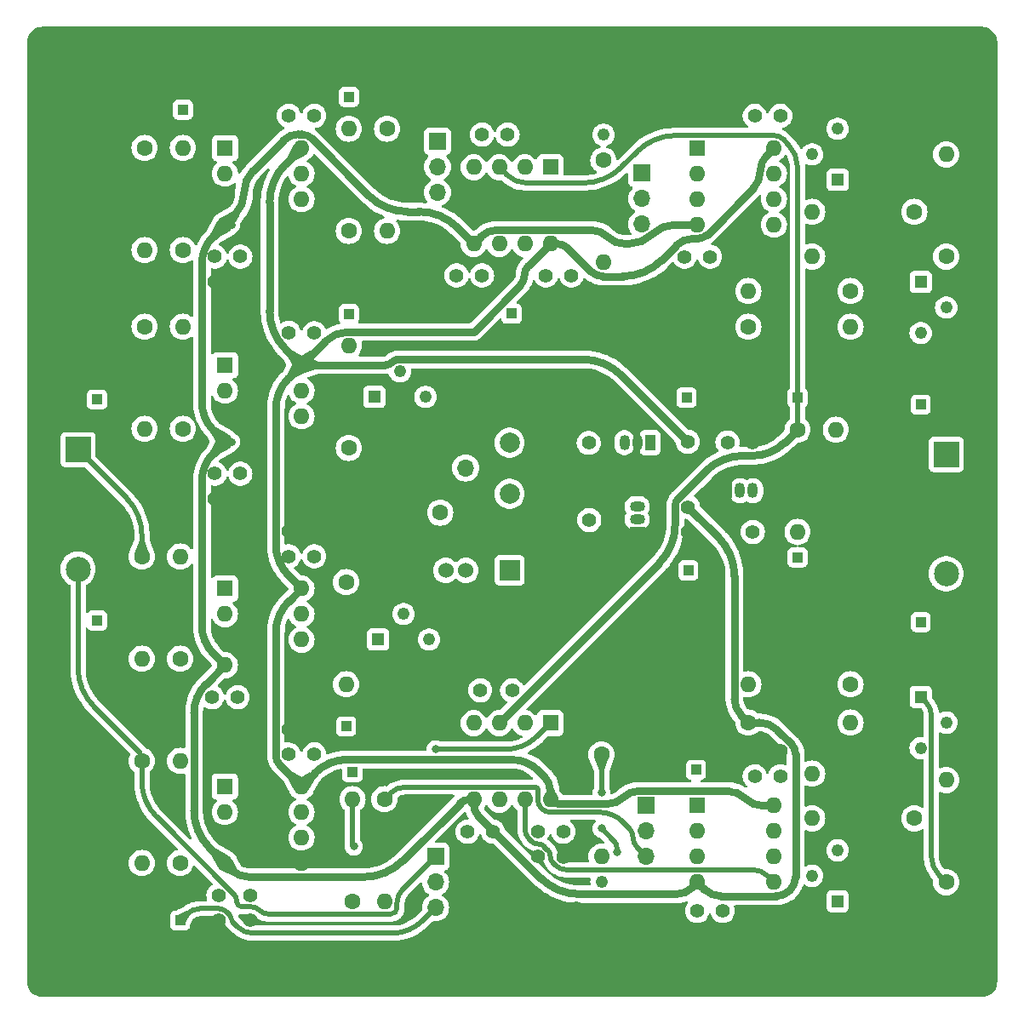
<source format=gbr>
%TF.GenerationSoftware,KiCad,Pcbnew,8.0.3*%
%TF.CreationDate,2024-07-03T16:17:34-06:00*%
%TF.ProjectId,pincushion2,70696e63-7573-4686-996f-6e322e6b6963,rev?*%
%TF.SameCoordinates,Original*%
%TF.FileFunction,Copper,L2,Bot*%
%TF.FilePolarity,Positive*%
%FSLAX46Y46*%
G04 Gerber Fmt 4.6, Leading zero omitted, Abs format (unit mm)*
G04 Created by KiCad (PCBNEW 8.0.3) date 2024-07-03 16:17:34*
%MOMM*%
%LPD*%
G01*
G04 APERTURE LIST*
%TA.AperFunction,ComponentPad*%
%ADD10C,1.400000*%
%TD*%
%TA.AperFunction,ComponentPad*%
%ADD11R,1.222000X1.222000*%
%TD*%
%TA.AperFunction,ComponentPad*%
%ADD12C,1.222000*%
%TD*%
%TA.AperFunction,ComponentPad*%
%ADD13R,1.000000X1.000000*%
%TD*%
%TA.AperFunction,ComponentPad*%
%ADD14R,2.500000X2.500000*%
%TD*%
%TA.AperFunction,ComponentPad*%
%ADD15C,2.500000*%
%TD*%
%TA.AperFunction,ComponentPad*%
%ADD16C,1.600000*%
%TD*%
%TA.AperFunction,ComponentPad*%
%ADD17O,1.600000X1.600000*%
%TD*%
%TA.AperFunction,ComponentPad*%
%ADD18C,0.800000*%
%TD*%
%TA.AperFunction,ComponentPad*%
%ADD19C,7.400000*%
%TD*%
%TA.AperFunction,ComponentPad*%
%ADD20R,1.600000X1.600000*%
%TD*%
%TA.AperFunction,ComponentPad*%
%ADD21R,1.700000X1.700000*%
%TD*%
%TA.AperFunction,ComponentPad*%
%ADD22O,1.700000X1.700000*%
%TD*%
%TA.AperFunction,ComponentPad*%
%ADD23R,2.000000X2.000000*%
%TD*%
%TA.AperFunction,ComponentPad*%
%ADD24C,2.000000*%
%TD*%
%TA.AperFunction,ComponentPad*%
%ADD25R,1.050000X1.500000*%
%TD*%
%TA.AperFunction,ComponentPad*%
%ADD26O,1.050000X1.500000*%
%TD*%
%TA.AperFunction,ComponentPad*%
%ADD27C,1.524000*%
%TD*%
%TA.AperFunction,ComponentPad*%
%ADD28R,1.500000X1.050000*%
%TD*%
%TA.AperFunction,ComponentPad*%
%ADD29O,1.500000X1.050000*%
%TD*%
%TA.AperFunction,ViaPad*%
%ADD30C,0.800000*%
%TD*%
%TA.AperFunction,Conductor*%
%ADD31C,0.762000*%
%TD*%
%TA.AperFunction,Conductor*%
%ADD32C,0.758000*%
%TD*%
%TA.AperFunction,Conductor*%
%ADD33C,0.760000*%
%TD*%
%TA.AperFunction,Conductor*%
%ADD34C,0.508000*%
%TD*%
%TA.AperFunction,Conductor*%
%ADD35C,0.500000*%
%TD*%
G04 APERTURE END LIST*
D10*
%TO.P,C36,1*%
%TO.N,+9V*%
X92543100Y-64208800D03*
%TO.P,C36,2*%
%TO.N,GND*%
X95043100Y-64208800D03*
%TD*%
%TO.P,C7,1*%
%TO.N,+9V*%
X77022800Y-47599200D03*
%TO.P,C7,2*%
%TO.N,GND*%
X77022800Y-50099200D03*
%TD*%
D11*
%TO.P,VR4,1*%
%TO.N,Net-(R13-Pad2)*%
X103505000Y-38100000D03*
D12*
%TO.P,VR4,2*%
X100965000Y-35560000D03*
%TO.P,VR4,3*%
%TO.N,X_OUT*%
X103505000Y-33020000D03*
%TD*%
D13*
%TO.P,TP13,1,1*%
%TO.N,+9V*%
X88468200Y-59763800D03*
%TD*%
D10*
%TO.P,C30,1*%
%TO.N,GND*%
X89525000Y-113312144D03*
%TO.P,C30,2*%
%TO.N,-9V*%
X89525000Y-110812144D03*
%TD*%
D14*
%TO.P,J7,1,1*%
%TO.N,X_OUT*%
X114300000Y-65405000D03*
D15*
%TO.P,J7,2,2*%
%TO.N,GND*%
X114300000Y-69365000D03*
%TO.P,J7,3,3*%
X114300000Y-73325000D03*
%TO.P,J7,4,4*%
%TO.N,Y_OUT*%
X114300000Y-77285000D03*
%TD*%
D16*
%TO.P,R9,1*%
%TO.N,Y_IN*%
X34554000Y-52695000D03*
D17*
%TO.P,R9,2*%
%TO.N,Net-(U2A--)*%
X34554000Y-62855000D03*
%TD*%
D10*
%TO.P,C11,1*%
%TO.N,GND*%
X44079000Y-69820000D03*
%TO.P,C11,2*%
%TO.N,-9V*%
X44079000Y-67320000D03*
%TD*%
D18*
%TO.P,H1,1,1*%
%TO.N,GND*%
X25165000Y-27940000D03*
X25977779Y-25977779D03*
X25977779Y-29902221D03*
X27940000Y-25165000D03*
D19*
X27940000Y-27940000D03*
D18*
X27940000Y-30715000D03*
X29902221Y-25977779D03*
X29902221Y-29902221D03*
X30715000Y-27940000D03*
%TD*%
%TO.P,H3,1,1*%
%TO.N,GND*%
X25165000Y-114300000D03*
X25977779Y-112337779D03*
X25977779Y-116262221D03*
X27940000Y-111525000D03*
D19*
X27940000Y-114300000D03*
D18*
X27940000Y-117075000D03*
X29902221Y-112337779D03*
X29902221Y-116262221D03*
X30715000Y-114300000D03*
%TD*%
D16*
%TO.P,R15,1*%
%TO.N,/amps-y/X_COR*%
X58420000Y-99695000D03*
D17*
%TO.P,R15,2*%
%TO.N,Net-(U4B--)*%
X58420000Y-109855000D03*
%TD*%
D16*
%TO.P,R21,1*%
%TO.N,Net-(R21-Pad1)*%
X54610000Y-78105000D03*
D17*
%TO.P,R21,2*%
%TO.N,Net-(U5B--)*%
X54610000Y-88265000D03*
%TD*%
D10*
%TO.P,C38,1*%
%TO.N,+1V*%
X68132800Y-33589200D03*
%TO.P,C38,2*%
%TO.N,GND*%
X68132800Y-31089200D03*
%TD*%
%TO.P,C34,1*%
%TO.N,+12V*%
X78740000Y-64256600D03*
%TO.P,C34,2*%
%TO.N,GND*%
X78740000Y-66756600D03*
%TD*%
%TO.P,C23,1*%
%TO.N,+9V*%
X76200000Y-102930000D03*
%TO.P,C23,2*%
%TO.N,GND*%
X76200000Y-105430000D03*
%TD*%
D13*
%TO.P,TP2,1,1*%
%TO.N,/amps-x/~{Y_COR}*%
X54874000Y-29835000D03*
%TD*%
D16*
%TO.P,R7,1*%
%TO.N,-9V*%
X94615000Y-52705000D03*
D17*
%TO.P,R7,2*%
%TO.N,Net-(R7-Pad2)*%
X104775000Y-52705000D03*
%TD*%
D10*
%TO.P,C43,1*%
%TO.N,-9V*%
X88620600Y-70632000D03*
%TO.P,C43,2*%
%TO.N,GND*%
X88620600Y-73132000D03*
%TD*%
D11*
%TO.P,VR1,1*%
%TO.N,Net-(R3-Pad1)*%
X111760000Y-48260000D03*
D12*
%TO.P,VR1,2*%
%TO.N,Net-(R4-Pad1)*%
X114300000Y-50800000D03*
%TO.P,VR1,3*%
%TO.N,Net-(R7-Pad2)*%
X111760000Y-53340000D03*
%TD*%
D16*
%TO.P,R28,1*%
%TO.N,GND*%
X103318100Y-73098800D03*
D17*
%TO.P,R28,2*%
%TO.N,+1V*%
X103318100Y-62938800D03*
%TD*%
D20*
%TO.P,IC1,1,X1*%
%TO.N,X_IN*%
X74920000Y-36840000D03*
D17*
%TO.P,IC1,2,X2*%
%TO.N,/amps-x/X_LIN*%
X72380000Y-36840000D03*
%TO.P,IC1,3,Y1*%
%TO.N,+1V*%
X69840000Y-36840000D03*
%TO.P,IC1,4,Y2*%
%TO.N,Net-(IC1-Y2)*%
X67300000Y-36840000D03*
%TO.P,IC1,5,-VS*%
%TO.N,-9V*%
X67300000Y-44460000D03*
%TO.P,IC1,6,Z*%
%TO.N,/amps-x/X_CEN*%
X69840000Y-44460000D03*
%TO.P,IC1,7,W*%
%TO.N,Net-(IC1-W)*%
X72380000Y-44460000D03*
%TO.P,IC1,8,+VS*%
%TO.N,+9V*%
X74920000Y-44460000D03*
%TD*%
D10*
%TO.P,C22,1*%
%TO.N,+9V*%
X97790000Y-97417144D03*
%TO.P,C22,2*%
%TO.N,GND*%
X97790000Y-94917144D03*
%TD*%
D21*
%TO.P,J3,1,Pin_1*%
%TO.N,Y_IN*%
X63500000Y-105410000D03*
D22*
%TO.P,J3,2,Pin_2*%
%TO.N,Net-(J3-Pin_2)*%
X63500000Y-107950000D03*
%TO.P,J3,3,Pin_3*%
%TO.N,/amps-y/~{Y_IN}*%
X63500000Y-110490000D03*
%TD*%
D10*
%TO.P,C24,1*%
%TO.N,+9V*%
X73660000Y-102890000D03*
%TO.P,C24,2*%
%TO.N,GND*%
X73660000Y-105390000D03*
%TD*%
D13*
%TO.P,TP14,1,1*%
%TO.N,+1V5*%
X99508100Y-75638800D03*
%TD*%
D10*
%TO.P,C4,1*%
%TO.N,+9V*%
X51435000Y-53350000D03*
%TO.P,C4,2*%
%TO.N,GND*%
X51435000Y-50850000D03*
%TD*%
D16*
%TO.P,R22,1*%
%TO.N,X_IN*%
X34290000Y-75565000D03*
D17*
%TO.P,R22,2*%
%TO.N,Net-(U5A--)*%
X34290000Y-85725000D03*
%TD*%
D10*
%TO.P,C39,1*%
%TO.N,+1V*%
X70672800Y-33589200D03*
%TO.P,C39,2*%
%TO.N,GND*%
X70672800Y-31089200D03*
%TD*%
D16*
%TO.P,R2,1*%
%TO.N,/amps-x/Y_COR*%
X58684000Y-33010000D03*
D17*
%TO.P,R2,2*%
%TO.N,Net-(U1B--)*%
X58684000Y-43170000D03*
%TD*%
D16*
%TO.P,R19,1*%
%TO.N,Net-(U4B--)*%
X55245000Y-109855000D03*
D17*
%TO.P,R19,2*%
%TO.N,/amps-y/~{X_COR}*%
X55245000Y-99695000D03*
%TD*%
D13*
%TO.P,TP1,1,1*%
%TO.N,/amps-x/~{X_IN}*%
X38364000Y-31105000D03*
%TD*%
D20*
%TO.P,U4,1*%
%TO.N,/amps-y/~{Y_IN}*%
X42545000Y-98435000D03*
D17*
%TO.P,U4,2,-*%
%TO.N,Net-(U4A--)*%
X42545000Y-100975000D03*
%TO.P,U4,3,+*%
%TO.N,GND*%
X42545000Y-103515000D03*
%TO.P,U4,4,V-*%
%TO.N,-9V*%
X42545000Y-106055000D03*
%TO.P,U4,5,+*%
%TO.N,GND*%
X50165000Y-106055000D03*
%TO.P,U4,6,-*%
%TO.N,Net-(U4B--)*%
X50165000Y-103515000D03*
%TO.P,U4,7*%
%TO.N,/amps-y/~{X_COR}*%
X50165000Y-100975000D03*
%TO.P,U4,8,V+*%
%TO.N,+9V*%
X50165000Y-98435000D03*
%TD*%
D16*
%TO.P,R25,1*%
%TO.N,GND*%
X111125000Y-97155000D03*
D17*
%TO.P,R25,2*%
%TO.N,Net-(U6B--)*%
X100965000Y-97155000D03*
%TD*%
D20*
%TO.P,U5,1*%
%TO.N,Net-(R21-Pad1)*%
X42555000Y-78750000D03*
D17*
%TO.P,U5,2,-*%
%TO.N,Net-(U5A--)*%
X42555000Y-81290000D03*
%TO.P,U5,3,+*%
%TO.N,GND*%
X42555000Y-83830000D03*
%TO.P,U5,4,V-*%
%TO.N,-9V*%
X42555000Y-86370000D03*
%TO.P,U5,5,+*%
%TO.N,GND*%
X50175000Y-86370000D03*
%TO.P,U5,6,-*%
%TO.N,Net-(U5B--)*%
X50175000Y-83830000D03*
%TO.P,U5,7*%
%TO.N,/amps-y/X_COR*%
X50175000Y-81290000D03*
%TO.P,U5,8,V+*%
%TO.N,+9V*%
X50175000Y-78750000D03*
%TD*%
D13*
%TO.P,TP7,1,1*%
%TO.N,/amps-y/~{Y_IN}*%
X38100000Y-111760000D03*
%TD*%
D10*
%TO.P,C14,1*%
%TO.N,GND*%
X88265000Y-48240000D03*
%TO.P,C14,2*%
%TO.N,-9V*%
X88265000Y-45740000D03*
%TD*%
%TO.P,C12,1*%
%TO.N,GND*%
X41539000Y-69820000D03*
%TO.P,C12,2*%
%TO.N,-9V*%
X41539000Y-67320000D03*
%TD*%
D13*
%TO.P,TP12,1,1*%
%TO.N,Y_OUT*%
X111760000Y-82072000D03*
%TD*%
%TO.P,TP10,1,1*%
%TO.N,/amps-y/X_COR*%
X54610000Y-92456000D03*
%TD*%
D20*
%TO.P,IC2,1,X1*%
%TO.N,Y_IN*%
X74920000Y-92125000D03*
D17*
%TO.P,IC2,2,X2*%
%TO.N,/amps-y/Y_LIN*%
X72380000Y-92125000D03*
%TO.P,IC2,3,Y1*%
%TO.N,+1V*%
X69840000Y-92125000D03*
%TO.P,IC2,4,Y2*%
%TO.N,Net-(IC2-Y2)*%
X67300000Y-92125000D03*
%TO.P,IC2,5,-VS*%
%TO.N,-9V*%
X67300000Y-99745000D03*
%TO.P,IC2,6,Z*%
%TO.N,/amps-y/Y_CEN*%
X69840000Y-99745000D03*
%TO.P,IC2,7,W*%
%TO.N,Net-(IC2-W)*%
X72380000Y-99745000D03*
%TO.P,IC2,8,+VS*%
%TO.N,+9V*%
X74920000Y-99745000D03*
%TD*%
D23*
%TO.P,PS1,1,+VIN*%
%TO.N,Net-(PS1-+VIN)*%
X70866000Y-76936600D03*
D24*
%TO.P,PS1,2,-VIN*%
%TO.N,GND*%
X70866000Y-74396600D03*
%TO.P,PS1,4,-VOUT*%
%TO.N,-12V*%
X70866000Y-69316600D03*
%TO.P,PS1,5,COM*%
%TO.N,GND*%
X70866000Y-66776600D03*
%TO.P,PS1,6,+VOUT*%
%TO.N,+12V*%
X70866000Y-64236600D03*
%TD*%
D10*
%TO.P,C6,1*%
%TO.N,+9V*%
X97790000Y-31730000D03*
%TO.P,C6,2*%
%TO.N,GND*%
X97790000Y-29230000D03*
%TD*%
%TO.P,C40,1*%
%TO.N,+1V*%
X67945000Y-88860000D03*
%TO.P,C40,2*%
%TO.N,GND*%
X67945000Y-86360000D03*
%TD*%
D16*
%TO.P,R20,1*%
%TO.N,-9V*%
X94615000Y-92075000D03*
D17*
%TO.P,R20,2*%
%TO.N,Net-(R20-Pad2)*%
X104775000Y-92075000D03*
%TD*%
D16*
%TO.P,R17,1*%
%TO.N,Net-(R17-Pad1)*%
X104775000Y-88265000D03*
D17*
%TO.P,R17,2*%
%TO.N,Net-(U6A-+)*%
X94615000Y-88265000D03*
%TD*%
D11*
%TO.P,VR7,1*%
%TO.N,GND*%
X80010000Y-113030000D03*
D12*
%TO.P,VR7,2*%
X77470000Y-110490000D03*
%TO.P,VR7,3*%
%TO.N,/amps-y/Y_LIN*%
X80010000Y-107950000D03*
%TD*%
D10*
%TO.P,C25,1*%
%TO.N,GND*%
X45085000Y-111740000D03*
%TO.P,C25,2*%
%TO.N,-9V*%
X45085000Y-109240000D03*
%TD*%
D16*
%TO.P,R10,1*%
%TO.N,Net-(U2A--)*%
X38364000Y-62855000D03*
D17*
%TO.P,R10,2*%
%TO.N,Net-(R10-Pad2)*%
X38364000Y-52695000D03*
%TD*%
D25*
%TO.P,U8,1,GND*%
%TO.N,GND*%
X92523100Y-69013800D03*
D26*
%TO.P,U8,2,VI*%
%TO.N,+9V*%
X93793100Y-69013800D03*
%TO.P,U8,3,VO*%
%TO.N,+1V5*%
X95063100Y-69013800D03*
%TD*%
D10*
%TO.P,C20,1*%
%TO.N,+9V*%
X51435000Y-75545000D03*
%TO.P,C20,2*%
%TO.N,GND*%
X51435000Y-73045000D03*
%TD*%
D13*
%TO.P,TP8,1,1*%
%TO.N,/amps-y/~{X_COR}*%
X55245000Y-97028000D03*
%TD*%
D10*
%TO.P,C27,1*%
%TO.N,GND*%
X43815000Y-92055000D03*
%TO.P,C27,2*%
%TO.N,-9V*%
X43815000Y-89555000D03*
%TD*%
D16*
%TO.P,R6,1*%
%TO.N,Net-(U1B--)*%
X54874000Y-43170000D03*
D17*
%TO.P,R6,2*%
%TO.N,/amps-x/~{Y_COR}*%
X54874000Y-33010000D03*
%TD*%
D10*
%TO.P,C16,1*%
%TO.N,GND*%
X68132800Y-50099200D03*
%TO.P,C16,2*%
%TO.N,-9V*%
X68132800Y-47599200D03*
%TD*%
D16*
%TO.P,C33,1*%
%TO.N,+5V*%
X63968100Y-71193800D03*
%TO.P,C33,2*%
%TO.N,GND*%
X66468100Y-71193800D03*
%TD*%
D18*
%TO.P,H4,1,1*%
%TO.N,GND*%
X111525000Y-114300000D03*
X112337779Y-112337779D03*
X112337779Y-116262221D03*
X114300000Y-111525000D03*
D19*
X114300000Y-114300000D03*
D18*
X114300000Y-117075000D03*
X116262221Y-112337779D03*
X116262221Y-116262221D03*
X117075000Y-114300000D03*
%TD*%
D10*
%TO.P,C5,1*%
%TO.N,+9V*%
X95250000Y-31730000D03*
%TO.P,C5,2*%
%TO.N,GND*%
X95250000Y-29230000D03*
%TD*%
D16*
%TO.P,R11,1*%
%TO.N,/amps-x/X_LIN*%
X80197800Y-36149200D03*
D17*
%TO.P,R11,2*%
%TO.N,Net-(J1-Pin_2)*%
X80197800Y-46309200D03*
%TD*%
D16*
%TO.P,R3,1*%
%TO.N,Net-(R3-Pad1)*%
X114300000Y-45720000D03*
D17*
%TO.P,R3,2*%
%TO.N,+9V*%
X114300000Y-35560000D03*
%TD*%
D13*
%TO.P,TP16,1,1*%
%TO.N,-9V*%
X88646000Y-76936600D03*
%TD*%
%TO.P,TP5,1,1*%
%TO.N,Y_IN*%
X29845000Y-81915000D03*
%TD*%
D10*
%TO.P,C37,1*%
%TO.N,+1V5*%
X95063100Y-73118800D03*
%TO.P,C37,2*%
%TO.N,GND*%
X95063100Y-75618800D03*
%TD*%
%TO.P,C1,1*%
%TO.N,+9V*%
X48895000Y-31720000D03*
%TO.P,C1,2*%
%TO.N,GND*%
X48895000Y-29220000D03*
%TD*%
D16*
%TO.P,R13,1*%
%TO.N,Net-(U3B--)*%
X111125000Y-41275000D03*
D17*
%TO.P,R13,2*%
%TO.N,Net-(R13-Pad2)*%
X100965000Y-41275000D03*
%TD*%
D20*
%TO.P,U3,1*%
%TO.N,/amps-x/X_CEN*%
X89545000Y-34935000D03*
D17*
%TO.P,U3,2,-*%
X89545000Y-37475000D03*
%TO.P,U3,3,+*%
%TO.N,Net-(U3A-+)*%
X89545000Y-40015000D03*
%TO.P,U3,4,V-*%
%TO.N,-9V*%
X89545000Y-42555000D03*
%TO.P,U3,5,+*%
%TO.N,Net-(IC1-W)*%
X97165000Y-42555000D03*
%TO.P,U3,6,-*%
%TO.N,Net-(U3B--)*%
X97165000Y-40015000D03*
%TO.P,U3,7*%
%TO.N,X_OUT*%
X97165000Y-37475000D03*
%TO.P,U3,8,V+*%
%TO.N,+9V*%
X97165000Y-34935000D03*
%TD*%
D16*
%TO.P,R1,1*%
%TO.N,X_IN*%
X34554000Y-34915000D03*
D17*
%TO.P,R1,2*%
%TO.N,Net-(U1A--)*%
X34554000Y-45075000D03*
%TD*%
D10*
%TO.P,C2,1*%
%TO.N,+9V*%
X51435000Y-31720000D03*
%TO.P,C2,2*%
%TO.N,GND*%
X51435000Y-29220000D03*
%TD*%
D16*
%TO.P,R4,1*%
%TO.N,Net-(R4-Pad1)*%
X104775000Y-49149000D03*
D17*
%TO.P,R4,2*%
%TO.N,Net-(U3A-+)*%
X94615000Y-49149000D03*
%TD*%
D10*
%TO.P,C21,1*%
%TO.N,+9V*%
X95250000Y-97417144D03*
%TO.P,C21,2*%
%TO.N,GND*%
X95250000Y-94917144D03*
%TD*%
%TO.P,C19,1*%
%TO.N,+9V*%
X48895000Y-75545000D03*
%TO.P,C19,2*%
%TO.N,GND*%
X48895000Y-73045000D03*
%TD*%
D16*
%TO.P,R18,1*%
%TO.N,Net-(U4A--)*%
X38100000Y-106045000D03*
D17*
%TO.P,R18,2*%
%TO.N,/amps-y/~{Y_IN}*%
X38100000Y-95885000D03*
%TD*%
D13*
%TO.P,TP6,1,1*%
%TO.N,X_OUT*%
X111760000Y-60452000D03*
%TD*%
%TO.P,TP15,1,1*%
%TO.N,+1V*%
X99508100Y-59763800D03*
%TD*%
D16*
%TO.P,R8,1*%
%TO.N,Net-(R10-Pad2)*%
X54874000Y-64760000D03*
D17*
%TO.P,R8,2*%
%TO.N,Net-(U2B--)*%
X54874000Y-54600000D03*
%TD*%
D16*
%TO.P,R23,1*%
%TO.N,Net-(U5A--)*%
X38100000Y-85725000D03*
D17*
%TO.P,R23,2*%
%TO.N,Net-(R21-Pad1)*%
X38100000Y-75565000D03*
%TD*%
D11*
%TO.P,VR6,1*%
%TO.N,/amps-y/X_COR*%
X57785000Y-83820000D03*
D12*
%TO.P,VR6,2*%
%TO.N,Net-(U5B--)*%
X60325000Y-81280000D03*
%TO.P,VR6,3*%
X62865000Y-83820000D03*
%TD*%
D10*
%TO.P,C15,1*%
%TO.N,GND*%
X65592800Y-50099200D03*
%TO.P,C15,2*%
%TO.N,-9V*%
X65592800Y-47599200D03*
%TD*%
D11*
%TO.P,VR2,1*%
%TO.N,/amps-x/Y_COR*%
X57414000Y-59680000D03*
D12*
%TO.P,VR2,2*%
%TO.N,Net-(U2B--)*%
X59954000Y-57140000D03*
%TO.P,VR2,3*%
X62494000Y-59680000D03*
%TD*%
D21*
%TO.P,J5,1,Pin_1*%
%TO.N,GND*%
X61423100Y-66748800D03*
D22*
%TO.P,J5,2,Pin_2*%
X63963100Y-66748800D03*
%TO.P,J5,3,Pin_3*%
%TO.N,+5V*%
X66503100Y-66748800D03*
%TD*%
D20*
%TO.P,U2,1*%
%TO.N,Net-(R10-Pad2)*%
X42555000Y-56525000D03*
D17*
%TO.P,U2,2,-*%
%TO.N,Net-(U2A--)*%
X42555000Y-59065000D03*
%TO.P,U2,3,+*%
%TO.N,GND*%
X42555000Y-61605000D03*
%TO.P,U2,4,V-*%
%TO.N,-9V*%
X42555000Y-64145000D03*
%TO.P,U2,5,+*%
%TO.N,GND*%
X50175000Y-64145000D03*
%TO.P,U2,6,-*%
%TO.N,Net-(U2B--)*%
X50175000Y-61605000D03*
%TO.P,U2,7*%
%TO.N,/amps-x/Y_COR*%
X50175000Y-59065000D03*
%TO.P,U2,8,V+*%
%TO.N,+9V*%
X50175000Y-56525000D03*
%TD*%
D13*
%TO.P,TP3,1,1*%
%TO.N,/amps-x/X_CEN*%
X71069200Y-51404200D03*
%TD*%
D20*
%TO.P,U1,1*%
%TO.N,/amps-x/~{X_IN}*%
X42555000Y-34935000D03*
D17*
%TO.P,U1,2,-*%
%TO.N,Net-(U1A--)*%
X42555000Y-37475000D03*
%TO.P,U1,3,+*%
%TO.N,GND*%
X42555000Y-40015000D03*
%TO.P,U1,4,V-*%
%TO.N,-9V*%
X42555000Y-42555000D03*
%TO.P,U1,5,+*%
%TO.N,GND*%
X50175000Y-42555000D03*
%TO.P,U1,6,-*%
%TO.N,Net-(U1B--)*%
X50175000Y-40015000D03*
%TO.P,U1,7*%
%TO.N,/amps-x/~{Y_COR}*%
X50175000Y-37475000D03*
%TO.P,U1,8,V+*%
%TO.N,+9V*%
X50175000Y-34935000D03*
%TD*%
D10*
%TO.P,C9,1*%
%TO.N,GND*%
X44079000Y-48230000D03*
%TO.P,C9,2*%
%TO.N,-9V*%
X44079000Y-45730000D03*
%TD*%
%TO.P,C32,1*%
%TO.N,GND*%
X69215000Y-105430000D03*
%TO.P,C32,2*%
%TO.N,-9V*%
X69215000Y-102930000D03*
%TD*%
D16*
%TO.P,R26,1*%
%TO.N,Net-(U6B--)*%
X111125000Y-101600000D03*
D17*
%TO.P,R26,2*%
%TO.N,Net-(R26-Pad2)*%
X100965000Y-101600000D03*
%TD*%
D11*
%TO.P,VR8,1*%
%TO.N,Net-(R26-Pad2)*%
X103495000Y-109855000D03*
D12*
%TO.P,VR8,2*%
X100955000Y-107315000D03*
%TO.P,VR8,3*%
%TO.N,Y_OUT*%
X103495000Y-104775000D03*
%TD*%
D10*
%TO.P,C35,1*%
%TO.N,+9V*%
X88595200Y-64155000D03*
%TO.P,C35,2*%
%TO.N,GND*%
X88595200Y-66655000D03*
%TD*%
D13*
%TO.P,TP9,1,1*%
%TO.N,/amps-y/Y_CEN*%
X89408000Y-96774000D03*
%TD*%
D10*
%TO.P,C41,1*%
%TO.N,+1V*%
X71120000Y-88880000D03*
%TO.P,C41,2*%
%TO.N,GND*%
X71120000Y-86380000D03*
%TD*%
D21*
%TO.P,J2,1,Pin_1*%
%TO.N,/amps-x/~{Y_COR}*%
X63687800Y-34259200D03*
D22*
%TO.P,J2,2,Pin_2*%
%TO.N,Net-(IC1-Y2)*%
X63687800Y-36799200D03*
%TO.P,J2,3,Pin_3*%
%TO.N,/amps-x/Y_COR*%
X63687800Y-39339200D03*
%TD*%
D10*
%TO.P,C17,1*%
%TO.N,+9V*%
X48895000Y-95250000D03*
%TO.P,C17,2*%
%TO.N,GND*%
X48895000Y-92750000D03*
%TD*%
D25*
%TO.P,U7,1,VO*%
%TO.N,+9V*%
X84836000Y-64236600D03*
D26*
%TO.P,U7,2,GND*%
%TO.N,GND*%
X83566000Y-64236600D03*
%TO.P,U7,3,VI*%
%TO.N,+12V*%
X82296000Y-64236600D03*
%TD*%
D10*
%TO.P,C29,1*%
%TO.N,GND*%
X92065000Y-113312144D03*
%TO.P,C29,2*%
%TO.N,-9V*%
X92065000Y-110812144D03*
%TD*%
D11*
%TO.P,VR5,1*%
%TO.N,Net-(R16-Pad1)*%
X111760000Y-89535000D03*
D12*
%TO.P,VR5,2*%
%TO.N,Net-(R17-Pad1)*%
X114300000Y-92075000D03*
%TO.P,VR5,3*%
%TO.N,Net-(R20-Pad2)*%
X111760000Y-94615000D03*
%TD*%
D11*
%TO.P,VR3,1*%
%TO.N,GND*%
X80197800Y-28529200D03*
D12*
%TO.P,VR3,2*%
X82737800Y-31069200D03*
%TO.P,VR3,3*%
%TO.N,/amps-x/X_LIN*%
X80197800Y-33609200D03*
%TD*%
D10*
%TO.P,C42,1*%
%TO.N,-12V*%
X78790800Y-71927400D03*
%TO.P,C42,2*%
%TO.N,GND*%
X78790800Y-74427400D03*
%TD*%
D27*
%TO.P,L1,1,1*%
%TO.N,+5V*%
X64516000Y-76936600D03*
%TO.P,L1,2,2*%
%TO.N,Net-(PS1-+VIN)*%
X66516000Y-76936600D03*
%TD*%
D10*
%TO.P,C8,1*%
%TO.N,+9V*%
X74482800Y-47599200D03*
%TO.P,C8,2*%
%TO.N,GND*%
X74482800Y-50099200D03*
%TD*%
D13*
%TO.P,TP4,1,1*%
%TO.N,/amps-x/Y_COR*%
X54874000Y-51425000D03*
%TD*%
D14*
%TO.P,J6,1,1*%
%TO.N,X_IN*%
X27940000Y-64932500D03*
D15*
%TO.P,J6,2,2*%
%TO.N,GND*%
X27940000Y-68892500D03*
%TO.P,J6,3,3*%
X27940000Y-72852500D03*
%TO.P,J6,4,4*%
%TO.N,Y_IN*%
X27940000Y-76812500D03*
%TD*%
D16*
%TO.P,R16,1*%
%TO.N,Net-(R16-Pad1)*%
X114300000Y-107950000D03*
D17*
%TO.P,R16,2*%
%TO.N,+9V*%
X114300000Y-97790000D03*
%TD*%
D21*
%TO.P,J4,1,Pin_1*%
%TO.N,/amps-y/~{X_COR}*%
X84455000Y-100330000D03*
D22*
%TO.P,J4,2,Pin_2*%
%TO.N,Net-(IC2-Y2)*%
X84455000Y-102870000D03*
%TO.P,J4,3,Pin_3*%
%TO.N,/amps-y/X_COR*%
X84455000Y-105410000D03*
%TD*%
D16*
%TO.P,R5,1*%
%TO.N,Net-(U1A--)*%
X38364000Y-45075000D03*
D17*
%TO.P,R5,2*%
%TO.N,/amps-x/~{X_IN}*%
X38364000Y-34915000D03*
%TD*%
D10*
%TO.P,C26,1*%
%TO.N,GND*%
X41910000Y-111740000D03*
%TO.P,C26,2*%
%TO.N,-9V*%
X41910000Y-109240000D03*
%TD*%
D18*
%TO.P,H2,1,1*%
%TO.N,GND*%
X111525000Y-27940000D03*
X112337779Y-25977779D03*
X112337779Y-29902221D03*
X114300000Y-25165000D03*
D19*
X114300000Y-27940000D03*
D18*
X114300000Y-30715000D03*
X116262221Y-25977779D03*
X116262221Y-29902221D03*
X117075000Y-27940000D03*
%TD*%
D16*
%TO.P,R24,1*%
%TO.N,/amps-y/Y_LIN*%
X80010000Y-95250000D03*
D17*
%TO.P,R24,2*%
%TO.N,Net-(J3-Pin_2)*%
X80010000Y-105410000D03*
%TD*%
D16*
%TO.P,R27,1*%
%TO.N,+1V*%
X99508100Y-62938800D03*
D17*
%TO.P,R27,2*%
%TO.N,+1V5*%
X99508100Y-73098800D03*
%TD*%
D10*
%TO.P,C10,1*%
%TO.N,GND*%
X41539000Y-48230000D03*
%TO.P,C10,2*%
%TO.N,-9V*%
X41539000Y-45730000D03*
%TD*%
%TO.P,C18,1*%
%TO.N,+9V*%
X51435000Y-95230000D03*
%TO.P,C18,2*%
%TO.N,GND*%
X51435000Y-92730000D03*
%TD*%
D13*
%TO.P,TP11,1,1*%
%TO.N,X_IN*%
X29845000Y-59944000D03*
%TD*%
D10*
%TO.P,C31,1*%
%TO.N,GND*%
X66675000Y-105430000D03*
%TO.P,C31,2*%
%TO.N,-9V*%
X66675000Y-102930000D03*
%TD*%
D20*
%TO.P,U6,1*%
%TO.N,/amps-y/Y_CEN*%
X89535000Y-100340000D03*
D17*
%TO.P,U6,2,-*%
X89535000Y-102880000D03*
%TO.P,U6,3,+*%
%TO.N,Net-(U6A-+)*%
X89535000Y-105420000D03*
%TO.P,U6,4,V-*%
%TO.N,-9V*%
X89535000Y-107960000D03*
%TO.P,U6,5,+*%
%TO.N,Net-(IC2-W)*%
X97155000Y-107960000D03*
%TO.P,U6,6,-*%
%TO.N,Net-(U6B--)*%
X97155000Y-105420000D03*
%TO.P,U6,7*%
%TO.N,Y_OUT*%
X97155000Y-102880000D03*
%TO.P,U6,8,V+*%
%TO.N,+9V*%
X97155000Y-100340000D03*
%TD*%
D21*
%TO.P,J1,1,Pin_1*%
%TO.N,X_IN*%
X84007800Y-37434200D03*
D22*
%TO.P,J1,2,Pin_2*%
%TO.N,Net-(J1-Pin_2)*%
X84007800Y-39974200D03*
%TO.P,J1,3,Pin_3*%
%TO.N,/amps-x/~{X_IN}*%
X84007800Y-42514200D03*
%TD*%
D10*
%TO.P,C28,1*%
%TO.N,GND*%
X41275000Y-92055000D03*
%TO.P,C28,2*%
%TO.N,-9V*%
X41275000Y-89555000D03*
%TD*%
%TO.P,C3,1*%
%TO.N,+9V*%
X48895000Y-53310000D03*
%TO.P,C3,2*%
%TO.N,GND*%
X48895000Y-50810000D03*
%TD*%
D16*
%TO.P,R14,1*%
%TO.N,Y_IN*%
X34290000Y-95885000D03*
D17*
%TO.P,R14,2*%
%TO.N,Net-(U4A--)*%
X34290000Y-106045000D03*
%TD*%
D16*
%TO.P,R12,1*%
%TO.N,GND*%
X111125000Y-45720000D03*
D17*
%TO.P,R12,2*%
%TO.N,Net-(U3B--)*%
X100965000Y-45720000D03*
%TD*%
D10*
%TO.P,C13,1*%
%TO.N,GND*%
X90805000Y-48240000D03*
%TO.P,C13,2*%
%TO.N,-9V*%
X90805000Y-45740000D03*
%TD*%
D28*
%TO.P,U9,1,GND*%
%TO.N,GND*%
X83566000Y-73126600D03*
D29*
%TO.P,U9,2,VI*%
%TO.N,-12V*%
X83566000Y-71856600D03*
%TO.P,U9,3,VO*%
%TO.N,-9V*%
X83566000Y-70586600D03*
%TD*%
D30*
%TO.N,/amps-y/Y_LIN*%
X81534000Y-104938000D03*
X80010000Y-102616000D03*
X80010000Y-99060000D03*
%TO.N,/amps-y/~{X_COR}*%
X55372000Y-104394000D03*
%TO.N,Y_IN*%
X63500000Y-94742000D03*
%TD*%
D31*
%TO.N,+9V*%
X96474500Y-35625500D02*
X97165000Y-34935000D01*
X47614000Y-74378099D02*
X47614000Y-60896900D01*
X76649012Y-44899012D02*
X78962349Y-47212349D01*
X67296777Y-53214592D02*
X67301185Y-53210185D01*
X50175000Y-56525000D02*
X48894500Y-57805500D01*
X81981992Y-57541792D02*
X88595200Y-64155000D01*
X85974563Y-46096406D02*
X87434207Y-44636763D01*
X89126000Y-43936000D02*
X89581131Y-43936000D01*
X48029253Y-96299253D02*
X50165000Y-98435000D01*
X90495964Y-43557064D02*
X95093499Y-38959529D01*
X48562500Y-53310000D02*
X48895000Y-53310000D01*
D32*
X92546059Y-98899000D02*
X83692358Y-98899000D01*
D31*
X50175000Y-56525000D02*
X48582500Y-54932500D01*
X48894500Y-77469500D02*
X50175000Y-78750000D01*
X51503500Y-97096500D02*
X50165000Y-98435000D01*
X50175000Y-56525000D02*
X52534203Y-54165796D01*
X50175000Y-56525000D02*
X58475256Y-56525000D01*
X46990000Y-51087864D02*
X46990000Y-40372135D01*
X50175000Y-78750000D02*
X48894500Y-80030500D01*
X54819969Y-53219000D02*
X67286136Y-53219000D01*
X67296777Y-53214592D02*
X71949200Y-48562169D01*
X96024940Y-100340000D02*
X97155000Y-100340000D01*
X75565000Y-44450000D02*
X75247500Y-44450000D01*
X72749199Y-46630800D02*
X74705493Y-44674506D01*
X78134236Y-55948000D02*
X59868257Y-55948000D01*
D32*
X80638377Y-100164000D02*
X75635277Y-100164000D01*
D31*
X73782000Y-96896000D02*
X74315070Y-97429070D01*
X71034624Y-95758000D02*
X54734924Y-95758000D01*
X74920000Y-99448722D02*
X74920000Y-98889500D01*
X48582500Y-36527500D02*
X50175000Y-34935000D01*
X82126807Y-47690200D02*
X80115985Y-47690200D01*
X47614000Y-83121900D02*
X47614000Y-95296743D01*
X54819969Y-53219000D02*
G75*
G03*
X52534210Y-54165803I31J-3232600D01*
G01*
X51503500Y-97096500D02*
G75*
G02*
X54734924Y-95758010I3231400J-3231400D01*
G01*
X72349200Y-47596485D02*
G75*
G02*
X72749204Y-46630805I1365700J-15D01*
G01*
X75247500Y-44450000D02*
G75*
G03*
X74705496Y-44674509I0J-766500D01*
G01*
X87434207Y-44636763D02*
G75*
G02*
X89126000Y-43936012I1691793J-1691837D01*
G01*
X47614000Y-74378099D02*
G75*
G03*
X48894500Y-77469500I4371900J-1D01*
G01*
X71949200Y-48562169D02*
G75*
G03*
X72349184Y-47596485I-965700J965669D01*
G01*
X59171757Y-56236500D02*
G75*
G02*
X59868257Y-55947970I696543J-696500D01*
G01*
X78134236Y-55948000D02*
G75*
G02*
X81981984Y-57541800I-36J-5441600D01*
G01*
X74920000Y-98889500D02*
G75*
G03*
X74315078Y-97429062I-2065400J0D01*
G01*
X67296777Y-53214592D02*
X67296777Y-53214592D01*
X67296777Y-53214592D02*
G75*
G02*
X67286136Y-53219010I-10677J10692D01*
G01*
X48894500Y-57805500D02*
G75*
G03*
X47614000Y-60896900I3091400J-3091400D01*
G01*
X90495964Y-43557064D02*
G75*
G02*
X89581131Y-43936013I-914864J914864D01*
G01*
D32*
X94285500Y-99619500D02*
G75*
G03*
X96024940Y-100339983I1739400J1739400D01*
G01*
X83692358Y-98899000D02*
G75*
G03*
X82165387Y-99531519I42J-2159500D01*
G01*
D31*
X73782000Y-96896000D02*
G75*
G03*
X71034624Y-95757990I-2747400J-2747400D01*
G01*
X48582500Y-54932500D02*
G75*
G02*
X46990015Y-51087864I3844600J3844600D01*
G01*
D32*
X80638377Y-100164000D02*
G75*
G03*
X82165381Y-99531513I23J2159500D01*
G01*
D31*
X46990000Y-40372135D02*
G75*
G02*
X48582499Y-36527499I5437130J5D01*
G01*
X95093499Y-38959529D02*
G75*
G03*
X95784014Y-37292514I-1666999J1667029D01*
G01*
X75129500Y-99954500D02*
G75*
G02*
X74919991Y-99448722I505800J505800D01*
G01*
X85974563Y-46096406D02*
G75*
G02*
X82126807Y-47690189I-3847763J3847806D01*
G01*
X47614000Y-83121900D02*
G75*
G02*
X48894500Y-80030500I4371900J0D01*
G01*
D32*
X94285500Y-99619500D02*
G75*
G03*
X92546059Y-98899017I-1739400J-1739400D01*
G01*
D31*
X75129500Y-99954500D02*
G75*
G03*
X75635277Y-100164009I505800J505800D01*
G01*
X96474500Y-35625500D02*
G75*
G03*
X95784006Y-37292514I1667000J-1667000D01*
G01*
X75565000Y-44450000D02*
G75*
G02*
X76649007Y-44899017I0J-1533000D01*
G01*
X67296777Y-53214592D02*
G75*
G02*
X67286136Y-53219010I-10677J10692D01*
G01*
X48029253Y-96299253D02*
G75*
G02*
X47613980Y-95296743I1002547J1002553D01*
G01*
X59171757Y-56236500D02*
G75*
G02*
X58475256Y-56524969I-696457J696500D01*
G01*
X78962349Y-47212349D02*
G75*
G03*
X80115985Y-47690207I1153651J1153649D01*
G01*
%TO.N,-9V*%
X82262335Y-44450000D02*
X82755772Y-44450000D01*
X93234000Y-89717485D02*
X93234000Y-77499363D01*
X94269750Y-91729750D02*
X93924500Y-91384500D01*
X42330493Y-42779506D02*
X42779506Y-42330493D01*
X67645250Y-44114750D02*
X67990500Y-43769500D01*
X41406500Y-65293500D02*
X42330493Y-64369506D01*
X56850221Y-39657192D02*
X51142240Y-33949211D01*
X41406499Y-43703499D02*
X42330493Y-42779506D01*
X65684777Y-42844777D02*
X66954750Y-44114750D01*
X42779506Y-42330493D02*
X43544903Y-41565096D01*
X42872500Y-42555000D02*
X43190000Y-42555000D01*
X65950507Y-100097492D02*
X60205792Y-105842207D01*
X91640207Y-73651607D02*
X88620600Y-70632000D01*
X41406500Y-62996500D02*
X42330493Y-63920493D01*
X41013000Y-104523000D02*
X41433750Y-104943750D01*
X42555000Y-86370000D02*
X41406500Y-85221500D01*
X42872500Y-64145000D02*
X43190000Y-64145000D01*
X41433750Y-104943750D02*
X42275250Y-105785250D01*
X56358036Y-107436000D02*
X44902514Y-107436000D01*
X42555000Y-86370000D02*
X40663884Y-88261116D01*
X67300000Y-100243500D02*
X67300000Y-100310685D01*
X73971837Y-107548207D02*
X67699999Y-101276369D01*
X40258000Y-60223775D02*
X40258000Y-46476224D01*
X90225500Y-108650500D02*
X90126000Y-108551000D01*
X49871514Y-33554000D02*
X50188131Y-33554002D01*
X40258000Y-68066224D02*
X40258000Y-82448775D01*
D33*
X78952448Y-43079000D02*
X69657514Y-43079000D01*
D32*
X99314000Y-107400019D02*
X99314000Y-95230645D01*
D31*
X45355096Y-37194903D02*
X48376917Y-34173082D01*
D33*
X87330724Y-42555000D02*
X89545000Y-42555000D01*
D32*
X95103257Y-92075000D02*
X95687232Y-92075000D01*
D31*
X87517199Y-109142000D02*
X77819593Y-109142000D01*
D32*
X91892514Y-109341000D02*
X97373019Y-109341000D01*
D31*
X43235500Y-106745500D02*
X42275250Y-105785250D01*
X61837021Y-41250985D02*
X60697977Y-41250985D01*
X39481000Y-100824424D02*
X39481000Y-91116851D01*
D32*
X98888952Y-94204488D02*
X97517646Y-92833182D01*
D31*
X93234000Y-89717485D02*
G75*
G03*
X93924496Y-91384504I2357500J-15D01*
G01*
X56358036Y-107436000D02*
G75*
G03*
X60205785Y-105842200I-36J5441600D01*
G01*
D33*
X85043240Y-43502500D02*
G75*
G02*
X87330724Y-42555015I2287460J-2287500D01*
G01*
D31*
X66801500Y-99745000D02*
G75*
G03*
X65950504Y-100097489I0J-1203500D01*
G01*
D32*
X99314000Y-95230645D02*
G75*
G03*
X98888973Y-94204467I-1451200J45D01*
G01*
D31*
X51142240Y-33949211D02*
G75*
G03*
X50188131Y-33553978I-954140J-954089D01*
G01*
X42872500Y-64145000D02*
G75*
G03*
X42330496Y-64369509I0J-766500D01*
G01*
X67300000Y-100243500D02*
G75*
G03*
X66801500Y-99745000I-498500J0D01*
G01*
X45355096Y-37194903D02*
G75*
G03*
X44450001Y-39380000I2185104J-2185097D01*
G01*
X49871514Y-33554000D02*
G75*
G03*
X48376906Y-34173071I-14J-2113700D01*
G01*
X67300000Y-100310685D02*
G75*
G03*
X67699988Y-101276380I1365700J-15D01*
G01*
D32*
X99314000Y-107400019D02*
G75*
G02*
X98745494Y-108772494I-1941000J19D01*
G01*
D31*
X88944000Y-108551000D02*
G75*
G02*
X90126000Y-108551000I591000J-590997D01*
G01*
X66954750Y-44114750D02*
G75*
G03*
X67645250Y-44114750I345250J345251D01*
G01*
X41406499Y-43703499D02*
G75*
G03*
X40258009Y-46476224I2772701J-2772701D01*
G01*
D33*
X85043240Y-43502500D02*
G75*
G02*
X82755772Y-44449971I-2287440J2287500D01*
G01*
D31*
X41406500Y-65293500D02*
G75*
G03*
X40258010Y-68066224I2772700J-2772700D01*
G01*
X88944000Y-108551000D02*
G75*
G02*
X87517199Y-109142000I-1426800J1426800D01*
G01*
D32*
X95687232Y-92075000D02*
G75*
G02*
X97517631Y-92833197I-32J-2588600D01*
G01*
D31*
X42872500Y-42555000D02*
G75*
G03*
X42330496Y-42779509I0J-766500D01*
G01*
X41406500Y-85221500D02*
G75*
G02*
X40258010Y-82448775I2772700J2772700D01*
G01*
D33*
X69657514Y-43079000D02*
G75*
G03*
X67990496Y-43769496I-14J-2357500D01*
G01*
D31*
X61837021Y-41250985D02*
G75*
G02*
X65684759Y-42844795I-21J-5441515D01*
G01*
X42872500Y-64145000D02*
G75*
G02*
X42330496Y-63920490I0J766500D01*
G01*
X42872500Y-42555000D02*
G75*
G02*
X42779522Y-42330509I0J131500D01*
G01*
D33*
X78952448Y-43079000D02*
G75*
G02*
X80607409Y-43764483I52J-2340400D01*
G01*
X94269750Y-91729750D02*
G75*
G03*
X95103257Y-92075018I833550J833550D01*
G01*
D31*
X73971837Y-107548207D02*
G75*
G03*
X77819593Y-109141990I3847763J3847807D01*
G01*
D33*
X82262335Y-44450000D02*
G75*
G02*
X80607383Y-43764509I-35J2340400D01*
G01*
D31*
X56850221Y-39657192D02*
G75*
G03*
X60697977Y-41250990I3847779J3847792D01*
G01*
X39481000Y-100824424D02*
G75*
G03*
X41012998Y-104523002I5230570J-6D01*
G01*
X42330493Y-63920493D02*
G75*
G02*
X42330494Y-64369507I-224493J-224507D01*
G01*
X91640207Y-73651607D02*
G75*
G02*
X93234011Y-77499363I-3847807J-3847793D01*
G01*
X41406500Y-62996500D02*
G75*
G02*
X40258010Y-60223775I2772700J2772700D01*
G01*
X39481000Y-91116851D02*
G75*
G02*
X40663883Y-88261115I4038620J1D01*
G01*
D32*
X97373019Y-109341000D02*
G75*
G03*
X98745494Y-108772494I-19J1941000D01*
G01*
D31*
X43544903Y-41565096D02*
G75*
G03*
X44449997Y-39380000I-2185103J2185096D01*
G01*
D32*
X90225500Y-108650500D02*
G75*
G03*
X91892514Y-109340994I1667000J1667000D01*
G01*
D31*
X44902514Y-107436000D02*
G75*
G02*
X43235496Y-106745504I-14J2357500D01*
G01*
%TO.N,+1V*%
X87339600Y-72355355D02*
X87339598Y-70577751D01*
X87339600Y-72355355D02*
X87339600Y-72371436D01*
X85745807Y-76219192D02*
X69840000Y-92125000D01*
X99508100Y-62938800D02*
X98211500Y-64235400D01*
D34*
X70623000Y-37623000D02*
X69840000Y-36840000D01*
X72513329Y-38406000D02*
X78174036Y-38406000D01*
D31*
X90315198Y-67125792D02*
X87676433Y-69764559D01*
D34*
X83559206Y-35274792D02*
X82021792Y-36812207D01*
X98596262Y-34592838D02*
X98032890Y-34029466D01*
X97191618Y-33681000D02*
X87406963Y-33681000D01*
D31*
X95081230Y-65532000D02*
X94162955Y-65532000D01*
D34*
X99508100Y-62938800D02*
X99508100Y-36794209D01*
D31*
X85745807Y-76219192D02*
G75*
G03*
X87339610Y-72371436I-3847807J3847792D01*
G01*
X87339598Y-70577751D02*
G75*
G02*
X87676413Y-69764539I1150002J51D01*
G01*
D34*
X87406963Y-33681000D02*
G75*
G03*
X83559215Y-35274801I37J-5441600D01*
G01*
D31*
X90315198Y-67125792D02*
G75*
G02*
X94162955Y-65531982I3847802J-3847808D01*
G01*
D34*
X78174036Y-38406000D02*
G75*
G03*
X82021785Y-36812200I-36J5441600D01*
G01*
D31*
X98211500Y-64235400D02*
G75*
G02*
X95081230Y-65532013I-3130300J3130300D01*
G01*
D34*
X98596262Y-34592838D02*
G75*
G02*
X99508096Y-36794209I-2201362J-2201362D01*
G01*
X98032890Y-34029466D02*
G75*
G03*
X97191618Y-33680976I-841290J-841234D01*
G01*
X70623000Y-37623000D02*
G75*
G03*
X72513329Y-38405988I1890300J1890300D01*
G01*
%TO.N,Net-(IC2-W)*%
X75390998Y-106253001D02*
X75200116Y-106062119D01*
X74659883Y-104757880D02*
X74312119Y-104410116D01*
X73007880Y-103869883D02*
X72828998Y-103691001D01*
X95014288Y-106706000D02*
X85629656Y-106706000D01*
X76503947Y-106714000D02*
X85610343Y-106714000D01*
X96528000Y-107333000D02*
X97155000Y-107960000D01*
X72380000Y-102607023D02*
X72380000Y-99745000D01*
X74312119Y-104410116D02*
G75*
G03*
X73660000Y-104139989I-652119J-652084D01*
G01*
X95014288Y-106706000D02*
G75*
G02*
X96528003Y-107332997I12J-2140700D01*
G01*
X72380000Y-102607023D02*
G75*
G03*
X72829005Y-103690994I1533000J23D01*
G01*
X76503947Y-106714000D02*
G75*
G02*
X75390984Y-106253015I-47J1573900D01*
G01*
X73007880Y-103869883D02*
G75*
G03*
X73660000Y-104140011I652120J652083D01*
G01*
X85610343Y-106714000D02*
G75*
G03*
X85619987Y-106709987I-43J13700D01*
G01*
X74659883Y-104757880D02*
G75*
G02*
X74930011Y-105410000I-652083J-652120D01*
G01*
X85629656Y-106706000D02*
G75*
G03*
X85620034Y-106710033I44J-13600D01*
G01*
X74930000Y-105410000D02*
G75*
G03*
X75200124Y-106062111I922200J0D01*
G01*
%TO.N,/amps-y/Y_LIN*%
X80010000Y-102616000D02*
X81251864Y-103857864D01*
X80010000Y-99060000D02*
X80010000Y-95250000D01*
X81534000Y-104938000D02*
X81534000Y-104539000D01*
X81251864Y-103857864D02*
G75*
G02*
X81533992Y-104539000I-681164J-681136D01*
G01*
%TO.N,/amps-y/~{Y_IN}*%
X62230000Y-111760000D02*
X63500000Y-110490000D01*
X43815000Y-112395000D02*
X43315058Y-111895058D01*
X38687000Y-111173000D02*
X38100000Y-111760000D01*
X59163948Y-113030000D02*
X45348025Y-113030000D01*
X42705616Y-110903613D02*
X43044956Y-111242953D01*
X41938829Y-110586000D02*
X40104143Y-110586000D01*
X42705616Y-110903613D02*
G75*
G03*
X41938829Y-110585979I-766816J-766787D01*
G01*
X59163948Y-113030000D02*
G75*
G03*
X62229986Y-111759986I-48J4336100D01*
G01*
X43815000Y-112395000D02*
G75*
G03*
X45348025Y-113029989I1533000J1533000D01*
G01*
X43180000Y-111568998D02*
G75*
G03*
X43044951Y-111242958I-461100J-2D01*
G01*
X38687000Y-111173000D02*
G75*
G02*
X40104143Y-110586018I1417100J-1417100D01*
G01*
X43315058Y-111895058D02*
G75*
G02*
X43179996Y-111568998I326042J326058D01*
G01*
%TO.N,/amps-y/~{X_COR}*%
X55245000Y-99695000D02*
X55245000Y-104267000D01*
%TO.N,/amps-y/X_COR*%
X59022000Y-99093000D02*
X58420000Y-99695000D01*
D35*
X82746888Y-102558888D02*
X82169000Y-101981000D01*
X73427020Y-98491000D02*
X60475356Y-98491000D01*
X73666000Y-99745000D02*
X73666000Y-98729986D01*
D34*
X83555111Y-104510111D02*
X84455000Y-105410000D01*
D35*
X79798242Y-100999000D02*
X74919999Y-100999000D01*
X73596000Y-98561000D02*
G75*
G03*
X73427020Y-98490998I-169000J-169000D01*
G01*
X73666000Y-99745000D02*
G75*
G03*
X74033288Y-100631712I1254000J0D01*
G01*
D34*
X73596000Y-98561000D02*
G75*
G02*
X73666002Y-98729986I-169000J-169000D01*
G01*
D35*
X82746888Y-102558888D02*
G75*
G02*
X83151007Y-103534500I-975588J-975612D01*
G01*
X59022000Y-99093000D02*
G75*
G02*
X60475356Y-98490953I1453400J-1453300D01*
G01*
X74919999Y-100999000D02*
G75*
G02*
X74033288Y-100631712I1J1254000D01*
G01*
X83151000Y-103534500D02*
G75*
G03*
X83555116Y-104510106I1379700J0D01*
G01*
X79798242Y-100999000D02*
G75*
G02*
X82168988Y-101981012I-42J-3352800D01*
G01*
D34*
%TO.N,Net-(R16-Pad1)*%
X112825000Y-91353068D02*
X112825000Y-105432017D01*
X112292500Y-90067500D02*
X111760000Y-89535000D01*
X113562500Y-107212500D02*
X114300000Y-107950000D01*
X112292500Y-90067500D02*
G75*
G02*
X112825013Y-91353068I-1285600J-1285600D01*
G01*
X113562500Y-107212500D02*
G75*
G02*
X112824993Y-105432017I1780500J1780500D01*
G01*
%TO.N,X_IN*%
X32775907Y-69768407D02*
X27940000Y-64932500D01*
X34290000Y-73423750D02*
X34290000Y-75565000D01*
X32775907Y-69768407D02*
G75*
G02*
X34289975Y-73423750I-3655307J-3655293D01*
G01*
%TO.N,Y_IN*%
X34290000Y-95567500D02*
X34290000Y-95885000D01*
X27940000Y-86646036D02*
X27940000Y-76812500D01*
X34290000Y-96520000D02*
X34290000Y-97936498D01*
X29533792Y-90493792D02*
X34065493Y-95025493D01*
X60212815Y-108697184D02*
X63500000Y-105410000D01*
X35740628Y-101438625D02*
X43401997Y-109099994D01*
X34290000Y-95885000D02*
X34290000Y-96520000D01*
X59674000Y-110513219D02*
X59674000Y-109998000D01*
X46844581Y-111109000D02*
X59078219Y-111109000D01*
X63500000Y-94742000D02*
X70452501Y-94742000D01*
X73611500Y-93433500D02*
X74920000Y-92125000D01*
X45118418Y-110394000D02*
X44218000Y-110394000D01*
X45981500Y-110751500D02*
G75*
G03*
X45118418Y-110393992I-863100J-863100D01*
G01*
X35740628Y-101438625D02*
G75*
G02*
X34289985Y-97936498I3502072J3502125D01*
G01*
X43739997Y-109915997D02*
G75*
G03*
X44218000Y-110394003I478003J-3D01*
G01*
X70452501Y-94742000D02*
G75*
G03*
X73611500Y-93433500I-1J4467500D01*
G01*
X59674000Y-110513219D02*
G75*
G02*
X59499494Y-110934494I-595800J19D01*
G01*
X29533792Y-90493792D02*
G75*
G02*
X27939989Y-86646036I3847808J3847792D01*
G01*
X59499500Y-110934500D02*
G75*
G02*
X59078219Y-111109008I-421300J421300D01*
G01*
X46844581Y-111109000D02*
G75*
G02*
X45981505Y-110751495I19J1220600D01*
G01*
X59674000Y-109998000D02*
G75*
G02*
X60212822Y-108697191I1839600J0D01*
G01*
X43401997Y-109099994D02*
G75*
G02*
X43740000Y-109915997I-815997J-816006D01*
G01*
X34065493Y-95025493D02*
G75*
G02*
X34290004Y-95567500I-541993J-542007D01*
G01*
%TD*%
%TA.AperFunction,Conductor*%
%TO.N,GND*%
G36*
X62077885Y-108001651D02*
G01*
X62133818Y-108043523D01*
X62158079Y-108107025D01*
X62164936Y-108185403D01*
X62164938Y-108185413D01*
X62226094Y-108413655D01*
X62226096Y-108413659D01*
X62226097Y-108413663D01*
X62306783Y-108586694D01*
X62325965Y-108627830D01*
X62325967Y-108627834D01*
X62461501Y-108821395D01*
X62461506Y-108821402D01*
X62628597Y-108988493D01*
X62628603Y-108988498D01*
X62814158Y-109118425D01*
X62857783Y-109173002D01*
X62864977Y-109242500D01*
X62833454Y-109304855D01*
X62814158Y-109321575D01*
X62628597Y-109451505D01*
X62461505Y-109618597D01*
X62325965Y-109812169D01*
X62325964Y-109812171D01*
X62266353Y-109940008D01*
X62227421Y-110023499D01*
X62226099Y-110026333D01*
X62226094Y-110026344D01*
X62164938Y-110254586D01*
X62164936Y-110254596D01*
X62144341Y-110489999D01*
X62144341Y-110490001D01*
X62162522Y-110697810D01*
X62148755Y-110766310D01*
X62126675Y-110796298D01*
X61698641Y-111224332D01*
X61694234Y-111228529D01*
X61440572Y-111458436D01*
X61431165Y-111466156D01*
X61158638Y-111668277D01*
X61148520Y-111675037D01*
X60857498Y-111849470D01*
X60846766Y-111855206D01*
X60540054Y-112000272D01*
X60528812Y-112004929D01*
X60209355Y-112119234D01*
X60197711Y-112122767D01*
X59868576Y-112205214D01*
X59856641Y-112207588D01*
X59521022Y-112257375D01*
X59508912Y-112258568D01*
X59167379Y-112275351D01*
X59161293Y-112275500D01*
X45433450Y-112275500D01*
X45433430Y-112275499D01*
X45352080Y-112275499D01*
X45343972Y-112275234D01*
X45171625Y-112263940D01*
X45155543Y-112261823D01*
X44990139Y-112228924D01*
X44974476Y-112224727D01*
X44888464Y-112195531D01*
X44814774Y-112170517D01*
X44799789Y-112164309D01*
X44648544Y-112089724D01*
X44634497Y-112081614D01*
X44494279Y-111987924D01*
X44481410Y-111978050D01*
X44351667Y-111864268D01*
X44345745Y-111858721D01*
X43958130Y-111471106D01*
X43924645Y-111409783D01*
X43923338Y-111402822D01*
X43922042Y-111394641D01*
X43905371Y-111289380D01*
X43903812Y-111279534D01*
X43905876Y-111279207D01*
X43908928Y-111218168D01*
X43949590Y-111161349D01*
X44014516Y-111135534D01*
X44045406Y-111136526D01*
X44121000Y-111148500D01*
X44143688Y-111148500D01*
X45112312Y-111148500D01*
X45124467Y-111149096D01*
X45197186Y-111156260D01*
X45221018Y-111161000D01*
X45285094Y-111180438D01*
X45307534Y-111189733D01*
X45349429Y-111212127D01*
X45366583Y-111221296D01*
X45386792Y-111234800D01*
X45443344Y-111281212D01*
X45452356Y-111289380D01*
X45508852Y-111345877D01*
X45508967Y-111345980D01*
X45526424Y-111363437D01*
X45699860Y-111501748D01*
X45887692Y-111619772D01*
X46087557Y-111716024D01*
X46296942Y-111789293D01*
X46513213Y-111838658D01*
X46513222Y-111838659D01*
X46733649Y-111863498D01*
X46733652Y-111863498D01*
X46761614Y-111863498D01*
X46761642Y-111863500D01*
X46844569Y-111863500D01*
X46923870Y-111863501D01*
X46923875Y-111863500D01*
X58992368Y-111863500D01*
X58992424Y-111863502D01*
X58998936Y-111863501D01*
X58998942Y-111863503D01*
X59026870Y-111863501D01*
X59026897Y-111863509D01*
X59078243Y-111863507D01*
X59078243Y-111863508D01*
X59166743Y-111863505D01*
X59342229Y-111840397D01*
X59513197Y-111794582D01*
X59676723Y-111726845D01*
X59830009Y-111638343D01*
X59970433Y-111530591D01*
X60033012Y-111468012D01*
X60089086Y-111411938D01*
X60089087Y-111411935D01*
X60093977Y-111407046D01*
X60094070Y-111406941D01*
X60095585Y-111405427D01*
X60203336Y-111265005D01*
X60230378Y-111218168D01*
X60291833Y-111111729D01*
X60291834Y-111111726D01*
X60291838Y-111111720D01*
X60291840Y-111111714D01*
X60291844Y-111111707D01*
X60340410Y-110994459D01*
X60359575Y-110948195D01*
X60369865Y-110909797D01*
X60405386Y-110777238D01*
X60405389Y-110777225D01*
X60428497Y-110601743D01*
X60428497Y-110595159D01*
X60428500Y-110595110D01*
X60428500Y-110504371D01*
X60428500Y-110503750D01*
X60428503Y-110433942D01*
X60428501Y-110433936D01*
X60428502Y-110427853D01*
X60428500Y-110427791D01*
X60428500Y-110002875D01*
X60428882Y-109993146D01*
X60433064Y-109940005D01*
X60441094Y-109837975D01*
X60444138Y-109818760D01*
X60445721Y-109812169D01*
X60479333Y-109672163D01*
X60485345Y-109653663D01*
X60485816Y-109652526D01*
X60543039Y-109514379D01*
X60551866Y-109497054D01*
X60630649Y-109368496D01*
X60642075Y-109352770D01*
X60743252Y-109234310D01*
X60749840Y-109227182D01*
X60802396Y-109174629D01*
X60802398Y-109174624D01*
X60809457Y-109167566D01*
X60809463Y-109167558D01*
X61946871Y-108030150D01*
X62008193Y-107996667D01*
X62077885Y-108001651D01*
G37*
%TD.AperFunction*%
%TA.AperFunction,Conductor*%
G36*
X71177865Y-100288348D02*
G01*
X71222381Y-100339724D01*
X71226620Y-100348814D01*
X71249429Y-100397728D01*
X71249432Y-100397734D01*
X71379954Y-100584141D01*
X71540856Y-100745043D01*
X71540859Y-100745045D01*
X71540861Y-100745047D01*
X71572623Y-100767286D01*
X71616247Y-100821860D01*
X71625500Y-100868861D01*
X71625500Y-102521599D01*
X71625499Y-102521621D01*
X71625499Y-102555663D01*
X71625490Y-102555693D01*
X71625492Y-102735499D01*
X71654261Y-102990794D01*
X71711435Y-103241278D01*
X71711436Y-103241282D01*
X71741255Y-103326497D01*
X71796293Y-103483784D01*
X71796294Y-103483786D01*
X71907772Y-103715270D01*
X71907775Y-103715274D01*
X72044459Y-103932803D01*
X72204650Y-104133675D01*
X72239807Y-104168833D01*
X72239836Y-104168864D01*
X72242938Y-104171966D01*
X72242939Y-104171967D01*
X72526914Y-104455941D01*
X72526916Y-104455942D01*
X72531479Y-104460505D01*
X72531586Y-104460601D01*
X72552063Y-104481080D01*
X72552067Y-104481083D01*
X72552070Y-104481086D01*
X72726447Y-104614897D01*
X72916798Y-104724801D01*
X73119867Y-104808918D01*
X73332178Y-104865809D01*
X73506514Y-104888761D01*
X73550098Y-104894500D01*
X73550099Y-104894500D01*
X73580699Y-104894500D01*
X73651871Y-104894500D01*
X73668056Y-104895561D01*
X73687220Y-104898084D01*
X73718485Y-104906461D01*
X73728772Y-104910722D01*
X73756800Y-104926905D01*
X73772199Y-104938721D01*
X73784394Y-104949416D01*
X73789233Y-104954255D01*
X73826053Y-104991077D01*
X73838983Y-105004008D01*
X73839015Y-105004037D01*
X74067186Y-105232208D01*
X74067199Y-105232222D01*
X74070306Y-105235329D01*
X74070310Y-105235334D01*
X74120639Y-105285660D01*
X74131327Y-105297847D01*
X74143102Y-105313191D01*
X74159288Y-105341227D01*
X74163548Y-105351512D01*
X74171924Y-105382771D01*
X74174428Y-105401783D01*
X74175490Y-105417975D01*
X74175490Y-105519908D01*
X74203128Y-105729824D01*
X74204181Y-105737823D01*
X74261072Y-105950135D01*
X74336146Y-106131373D01*
X74345190Y-106153207D01*
X74345192Y-106153211D01*
X74455090Y-106343550D01*
X74455098Y-106343563D01*
X74588901Y-106517930D01*
X74588908Y-106517939D01*
X74619242Y-106548270D01*
X74619246Y-106548274D01*
X74801411Y-106730438D01*
X74821153Y-106750180D01*
X74821186Y-106750241D01*
X74949939Y-106878994D01*
X75154395Y-107042041D01*
X75154404Y-107042047D01*
X75154410Y-107042052D01*
X75375855Y-107181193D01*
X75611488Y-107294664D01*
X75611491Y-107294665D01*
X75611493Y-107294666D01*
X75618924Y-107297266D01*
X75858343Y-107381038D01*
X76113318Y-107439228D01*
X76373204Y-107468504D01*
X76503970Y-107468500D01*
X78827181Y-107468500D01*
X78894220Y-107488185D01*
X78939975Y-107540989D01*
X78949919Y-107610147D01*
X78946447Y-107626435D01*
X78912744Y-107744886D01*
X78893738Y-107949999D01*
X78893738Y-107950000D01*
X78909959Y-108125059D01*
X78896544Y-108193629D01*
X78848187Y-108244061D01*
X78786488Y-108260500D01*
X77822300Y-108260500D01*
X77816891Y-108260382D01*
X77427565Y-108243383D01*
X77416789Y-108242440D01*
X77033119Y-108191929D01*
X77022466Y-108190051D01*
X76869218Y-108156077D01*
X76644647Y-108106291D01*
X76634204Y-108103493D01*
X76549392Y-108076751D01*
X76265118Y-107987120D01*
X76254954Y-107983420D01*
X75897436Y-107835333D01*
X75887631Y-107830761D01*
X75544365Y-107652069D01*
X75534997Y-107646661D01*
X75393578Y-107556568D01*
X75208605Y-107438728D01*
X75199756Y-107432531D01*
X74892737Y-107196951D01*
X74884452Y-107189999D01*
X74815355Y-107126684D01*
X74597291Y-106926866D01*
X74593383Y-106923124D01*
X70431393Y-102761133D01*
X70399808Y-102707386D01*
X70390838Y-102675861D01*
X70339229Y-102494472D01*
X70321578Y-102459024D01*
X70240061Y-102295316D01*
X70240056Y-102295308D01*
X70105979Y-102117761D01*
X69941562Y-101967876D01*
X69941560Y-101967874D01*
X69752404Y-101850754D01*
X69752398Y-101850752D01*
X69544940Y-101770382D01*
X69544935Y-101770381D01*
X69544931Y-101770380D01*
X69454403Y-101753456D01*
X69392123Y-101721787D01*
X69389509Y-101719249D01*
X68354820Y-100684560D01*
X68321335Y-100623237D01*
X68326319Y-100553545D01*
X68340923Y-100525760D01*
X68430568Y-100397734D01*
X68457618Y-100339724D01*
X68503790Y-100287285D01*
X68570983Y-100268133D01*
X68637865Y-100288348D01*
X68682381Y-100339724D01*
X68686620Y-100348814D01*
X68709429Y-100397728D01*
X68709432Y-100397734D01*
X68839954Y-100584141D01*
X69000858Y-100745045D01*
X69000861Y-100745047D01*
X69187266Y-100875568D01*
X69393504Y-100971739D01*
X69393509Y-100971740D01*
X69393511Y-100971741D01*
X69405674Y-100975000D01*
X69613308Y-101030635D01*
X69775230Y-101044801D01*
X69839998Y-101050468D01*
X69840000Y-101050468D01*
X69840002Y-101050468D01*
X69896673Y-101045509D01*
X70066692Y-101030635D01*
X70286496Y-100971739D01*
X70492734Y-100875568D01*
X70679139Y-100745047D01*
X70840047Y-100584139D01*
X70970568Y-100397734D01*
X70997618Y-100339724D01*
X71043790Y-100287285D01*
X71110983Y-100268133D01*
X71177865Y-100288348D01*
G37*
%TD.AperFunction*%
%TA.AperFunction,Conductor*%
G36*
X46918244Y-36980895D02*
G01*
X46974178Y-37022767D01*
X46998595Y-37088231D01*
X46983743Y-37156504D01*
X46773244Y-37542005D01*
X46773240Y-37542012D01*
X46585759Y-37952542D01*
X46521199Y-38125633D01*
X46442659Y-38336209D01*
X46428021Y-38375454D01*
X46428020Y-38375456D01*
X46300869Y-38808496D01*
X46300866Y-38808506D01*
X46204930Y-39249519D01*
X46140697Y-39696273D01*
X46108499Y-40146463D01*
X46108499Y-40146464D01*
X46108500Y-40285315D01*
X46108500Y-51180581D01*
X46108513Y-51180866D01*
X46108513Y-51313532D01*
X46140709Y-51763722D01*
X46204939Y-52210474D01*
X46300872Y-52651481D01*
X46300878Y-52651505D01*
X46428030Y-53084552D01*
X46523307Y-53340000D01*
X46585758Y-53507440D01*
X46708859Y-53776996D01*
X46773252Y-53917999D01*
X46988460Y-54312124D01*
X46989555Y-54314129D01*
X47075104Y-54447246D01*
X47233567Y-54693821D01*
X47233570Y-54693826D01*
X47504045Y-55055138D01*
X47596431Y-55161757D01*
X47799612Y-55396241D01*
X47895367Y-55491996D01*
X47895402Y-55492033D01*
X48347076Y-55943706D01*
X48367288Y-55970271D01*
X48646893Y-56463883D01*
X48662807Y-56531917D01*
X48646893Y-56586115D01*
X48367289Y-57079725D01*
X48347078Y-57106289D01*
X48275644Y-57177723D01*
X48275645Y-57177724D01*
X48271195Y-57182175D01*
X48271185Y-57182185D01*
X48196622Y-57256749D01*
X48125228Y-57328143D01*
X47857138Y-57642036D01*
X47857127Y-57642050D01*
X47614489Y-57976014D01*
X47614481Y-57976025D01*
X47398803Y-58327978D01*
X47398800Y-58327983D01*
X47211379Y-58695818D01*
X47053400Y-59077211D01*
X46949779Y-59396128D01*
X46929706Y-59457909D01*
X46925841Y-59469803D01*
X46925834Y-59469826D01*
X46829466Y-59871224D01*
X46764889Y-60278951D01*
X46764889Y-60278952D01*
X46732500Y-60690487D01*
X46732500Y-74471032D01*
X46732501Y-74471053D01*
X46732501Y-74584510D01*
X46764890Y-74996046D01*
X46764890Y-74996047D01*
X46829467Y-75403774D01*
X46922597Y-75791686D01*
X46925838Y-75805184D01*
X46952979Y-75888716D01*
X47053401Y-76197787D01*
X47103667Y-76319139D01*
X47211381Y-76579183D01*
X47398794Y-76947002D01*
X47614488Y-77298984D01*
X47723845Y-77449501D01*
X47857128Y-77632949D01*
X47857138Y-77632963D01*
X48094487Y-77910861D01*
X48125235Y-77946862D01*
X48125242Y-77946869D01*
X48204805Y-78026432D01*
X48204830Y-78026460D01*
X48833378Y-78655008D01*
X48866863Y-78716331D01*
X48868667Y-78744587D01*
X48869532Y-78744587D01*
X48869532Y-78755413D01*
X48867446Y-78755413D01*
X48855432Y-78815052D01*
X48833378Y-78844990D01*
X48287735Y-79390635D01*
X48271185Y-79407184D01*
X48271185Y-79407185D01*
X48125234Y-79553137D01*
X48125228Y-79553143D01*
X47857138Y-79867036D01*
X47857127Y-79867050D01*
X47614489Y-80201014D01*
X47614481Y-80201025D01*
X47398803Y-80552978D01*
X47398800Y-80552983D01*
X47211379Y-80920818D01*
X47053400Y-81302211D01*
X46925841Y-81694803D01*
X46925834Y-81694826D01*
X46829466Y-82096224D01*
X46764889Y-82503951D01*
X46764889Y-82503952D01*
X46732500Y-82915487D01*
X46732500Y-95204350D01*
X46732498Y-95204396D01*
X46732498Y-95245390D01*
X46732479Y-95245454D01*
X46732484Y-95425894D01*
X46750120Y-95582372D01*
X46760762Y-95676803D01*
X46761407Y-95682521D01*
X46761407Y-95682523D01*
X46818873Y-95934272D01*
X46818876Y-95934283D01*
X46904175Y-96178036D01*
X47016221Y-96410696D01*
X47016224Y-96410701D01*
X47073759Y-96502265D01*
X47152316Y-96627285D01*
X47153621Y-96629361D01*
X47153628Y-96629372D01*
X47314636Y-96831265D01*
X47339162Y-96855791D01*
X47339179Y-96855810D01*
X48337075Y-97853705D01*
X48357287Y-97880270D01*
X48805081Y-98670797D01*
X48814093Y-98686707D01*
X48946563Y-98920568D01*
X48980981Y-98981328D01*
X48995289Y-99005308D01*
X49001186Y-99016439D01*
X49034430Y-99087731D01*
X49034431Y-99087733D01*
X49034432Y-99087734D01*
X49037605Y-99092266D01*
X49164954Y-99274141D01*
X49325858Y-99435045D01*
X49325861Y-99435047D01*
X49512266Y-99565568D01*
X49570275Y-99592618D01*
X49622714Y-99638791D01*
X49641866Y-99705984D01*
X49621650Y-99772865D01*
X49570275Y-99817382D01*
X49512267Y-99844431D01*
X49512265Y-99844432D01*
X49325858Y-99974954D01*
X49164954Y-100135858D01*
X49034432Y-100322265D01*
X49034431Y-100322267D01*
X48938261Y-100528502D01*
X48938258Y-100528511D01*
X48879366Y-100748302D01*
X48879364Y-100748313D01*
X48859532Y-100974998D01*
X48859532Y-100975001D01*
X48879364Y-101201686D01*
X48879366Y-101201697D01*
X48938258Y-101421488D01*
X48938261Y-101421497D01*
X49034431Y-101627732D01*
X49034432Y-101627734D01*
X49164954Y-101814141D01*
X49325858Y-101975045D01*
X49325861Y-101975047D01*
X49512266Y-102105568D01*
X49570275Y-102132618D01*
X49622714Y-102178791D01*
X49641866Y-102245984D01*
X49621650Y-102312865D01*
X49570275Y-102357382D01*
X49512267Y-102384431D01*
X49512265Y-102384432D01*
X49325858Y-102514954D01*
X49164954Y-102675858D01*
X49034432Y-102862265D01*
X49034431Y-102862267D01*
X48938261Y-103068502D01*
X48938258Y-103068511D01*
X48879366Y-103288302D01*
X48879364Y-103288313D01*
X48859532Y-103514998D01*
X48859532Y-103515001D01*
X48879364Y-103741686D01*
X48879366Y-103741697D01*
X48938258Y-103961488D01*
X48938261Y-103961497D01*
X49034431Y-104167732D01*
X49034432Y-104167734D01*
X49164954Y-104354141D01*
X49325858Y-104515045D01*
X49325861Y-104515047D01*
X49512266Y-104645568D01*
X49718504Y-104741739D01*
X49718509Y-104741740D01*
X49718511Y-104741741D01*
X49748364Y-104749740D01*
X49938308Y-104800635D01*
X50100230Y-104814801D01*
X50164998Y-104820468D01*
X50165000Y-104820468D01*
X50165002Y-104820468D01*
X50221673Y-104815509D01*
X50391692Y-104800635D01*
X50611496Y-104741739D01*
X50817734Y-104645568D01*
X51004139Y-104515047D01*
X51165047Y-104354139D01*
X51295568Y-104167734D01*
X51391739Y-103961496D01*
X51450635Y-103741692D01*
X51467634Y-103547384D01*
X51470468Y-103515001D01*
X51470468Y-103514998D01*
X51464801Y-103450230D01*
X51450635Y-103288308D01*
X51391739Y-103068504D01*
X51295568Y-102862266D01*
X51165047Y-102675861D01*
X51165045Y-102675858D01*
X51004141Y-102514954D01*
X50817734Y-102384432D01*
X50817728Y-102384429D01*
X50759725Y-102357382D01*
X50707285Y-102311210D01*
X50688133Y-102244017D01*
X50708348Y-102177135D01*
X50759725Y-102132618D01*
X50817734Y-102105568D01*
X51004139Y-101975047D01*
X51165047Y-101814139D01*
X51295568Y-101627734D01*
X51391739Y-101421496D01*
X51450635Y-101201692D01*
X51468449Y-100998079D01*
X51470468Y-100975001D01*
X51470468Y-100974998D01*
X51457294Y-100824423D01*
X51450635Y-100748308D01*
X51394230Y-100537802D01*
X51391741Y-100528511D01*
X51391738Y-100528502D01*
X51364193Y-100469432D01*
X51295568Y-100322266D01*
X51165047Y-100135861D01*
X51165045Y-100135858D01*
X51004141Y-99974954D01*
X50817734Y-99844432D01*
X50817728Y-99844429D01*
X50759725Y-99817382D01*
X50707285Y-99771210D01*
X50688133Y-99704017D01*
X50690859Y-99694998D01*
X53939532Y-99694998D01*
X53939532Y-99695001D01*
X53959364Y-99921686D01*
X53959366Y-99921697D01*
X54018258Y-100141488D01*
X54018261Y-100141497D01*
X54114431Y-100347732D01*
X54114432Y-100347734D01*
X54244954Y-100534141D01*
X54405856Y-100695043D01*
X54405859Y-100695045D01*
X54405861Y-100695047D01*
X54437623Y-100717286D01*
X54481247Y-100771860D01*
X54490500Y-100818861D01*
X54490500Y-104173257D01*
X54486405Y-104199118D01*
X54487676Y-104199389D01*
X54486326Y-104205739D01*
X54471060Y-104350990D01*
X54466540Y-104394000D01*
X54486326Y-104582256D01*
X54486327Y-104582259D01*
X54544818Y-104762277D01*
X54544821Y-104762284D01*
X54639467Y-104926216D01*
X54755383Y-105054953D01*
X54766129Y-105066888D01*
X54919265Y-105178148D01*
X54919270Y-105178151D01*
X55092192Y-105255142D01*
X55092197Y-105255144D01*
X55277354Y-105294500D01*
X55277355Y-105294500D01*
X55466644Y-105294500D01*
X55466646Y-105294500D01*
X55651803Y-105255144D01*
X55824730Y-105178151D01*
X55977871Y-105066888D01*
X56104533Y-104926216D01*
X56199179Y-104762284D01*
X56257674Y-104582256D01*
X56277460Y-104394000D01*
X56257674Y-104205744D01*
X56199179Y-104025716D01*
X56104533Y-103861784D01*
X56031350Y-103780506D01*
X56001120Y-103717515D01*
X55999500Y-103697534D01*
X55999500Y-100818861D01*
X56019185Y-100751822D01*
X56052375Y-100717287D01*
X56084139Y-100695047D01*
X56245047Y-100534139D01*
X56375568Y-100347734D01*
X56471739Y-100141496D01*
X56530635Y-99921692D01*
X56550468Y-99695000D01*
X56549791Y-99687266D01*
X56541511Y-99592618D01*
X56530635Y-99468308D01*
X56476773Y-99267292D01*
X56471741Y-99248511D01*
X56471738Y-99248502D01*
X56424657Y-99147538D01*
X56375568Y-99042266D01*
X56256168Y-98871744D01*
X56245045Y-98855858D01*
X56084141Y-98694954D01*
X55897734Y-98564432D01*
X55897732Y-98564431D01*
X55691497Y-98468261D01*
X55691488Y-98468258D01*
X55471697Y-98409366D01*
X55471693Y-98409365D01*
X55471692Y-98409365D01*
X55471691Y-98409364D01*
X55471686Y-98409364D01*
X55245002Y-98389532D01*
X55244998Y-98389532D01*
X55018313Y-98409364D01*
X55018302Y-98409366D01*
X54798511Y-98468258D01*
X54798502Y-98468261D01*
X54592267Y-98564431D01*
X54592265Y-98564432D01*
X54405858Y-98694954D01*
X54244954Y-98855858D01*
X54114432Y-99042265D01*
X54114431Y-99042267D01*
X54018261Y-99248502D01*
X54018258Y-99248511D01*
X53959366Y-99468302D01*
X53959364Y-99468313D01*
X53939532Y-99694998D01*
X50690859Y-99694998D01*
X50708348Y-99637135D01*
X50759725Y-99592618D01*
X50817734Y-99565568D01*
X51004139Y-99435047D01*
X51165047Y-99274139D01*
X51295568Y-99087734D01*
X51333537Y-99006307D01*
X51347821Y-98982867D01*
X51349034Y-98981300D01*
X51972708Y-97880272D01*
X51992914Y-97853714D01*
X52124925Y-97721704D01*
X52128787Y-97718007D01*
X52360067Y-97506079D01*
X52368350Y-97499130D01*
X52615042Y-97309836D01*
X52623882Y-97303646D01*
X52886149Y-97136563D01*
X52895514Y-97131158D01*
X53045071Y-97053303D01*
X53171330Y-96987578D01*
X53181116Y-96983014D01*
X53468422Y-96864008D01*
X53478554Y-96860321D01*
X53775138Y-96766809D01*
X53785552Y-96764018D01*
X54089172Y-96696709D01*
X54099806Y-96694835D01*
X54104338Y-96694239D01*
X54173372Y-96705018D01*
X54225618Y-96751408D01*
X54244500Y-96817181D01*
X54244500Y-97575870D01*
X54244501Y-97575876D01*
X54250908Y-97635483D01*
X54301202Y-97770328D01*
X54301206Y-97770335D01*
X54387452Y-97885544D01*
X54387455Y-97885547D01*
X54502664Y-97971793D01*
X54502671Y-97971797D01*
X54637517Y-98022091D01*
X54637516Y-98022091D01*
X54644444Y-98022835D01*
X54697127Y-98028500D01*
X55792872Y-98028499D01*
X55852483Y-98022091D01*
X55987331Y-97971796D01*
X56102546Y-97885546D01*
X56188796Y-97770331D01*
X56239091Y-97635483D01*
X56245500Y-97575873D01*
X56245499Y-96763499D01*
X56265183Y-96696461D01*
X56317987Y-96650706D01*
X56369499Y-96639500D01*
X71031567Y-96639500D01*
X71037651Y-96639648D01*
X71322969Y-96653667D01*
X71335075Y-96654859D01*
X71365897Y-96659432D01*
X71614618Y-96696328D01*
X71626552Y-96698702D01*
X71728094Y-96724137D01*
X71900702Y-96767373D01*
X71912321Y-96770898D01*
X72178424Y-96866112D01*
X72189638Y-96870757D01*
X72445136Y-96991599D01*
X72455861Y-96997332D01*
X72689326Y-97137267D01*
X72698251Y-97142616D01*
X72708366Y-97149374D01*
X72924735Y-97309844D01*
X72935362Y-97317725D01*
X72944764Y-97325441D01*
X73136400Y-97499130D01*
X73156584Y-97517424D01*
X73160991Y-97521621D01*
X73168189Y-97528819D01*
X73201674Y-97590142D01*
X73196690Y-97659834D01*
X73154818Y-97715767D01*
X73089354Y-97740184D01*
X73080508Y-97740500D01*
X60561022Y-97740500D01*
X60560986Y-97740498D01*
X60526747Y-97740498D01*
X60526590Y-97740452D01*
X60337499Y-97740455D01*
X60156065Y-97758329D01*
X60063134Y-97767485D01*
X60063130Y-97767485D01*
X60063127Y-97767486D01*
X59792750Y-97821274D01*
X59792749Y-97821274D01*
X59528923Y-97901312D01*
X59274218Y-98006823D01*
X59031102Y-98136781D01*
X59031086Y-98136791D01*
X58801877Y-98289953D01*
X58801859Y-98289966D01*
X58694541Y-98378045D01*
X58630232Y-98405360D01*
X58605067Y-98405722D01*
X58420002Y-98389532D01*
X58419998Y-98389532D01*
X58193313Y-98409364D01*
X58193302Y-98409366D01*
X57973511Y-98468258D01*
X57973502Y-98468261D01*
X57767267Y-98564431D01*
X57767265Y-98564432D01*
X57580858Y-98694954D01*
X57419954Y-98855858D01*
X57289432Y-99042265D01*
X57289431Y-99042267D01*
X57193261Y-99248502D01*
X57193258Y-99248511D01*
X57134366Y-99468302D01*
X57134364Y-99468313D01*
X57114532Y-99694998D01*
X57114532Y-99695001D01*
X57134364Y-99921686D01*
X57134366Y-99921697D01*
X57193258Y-100141488D01*
X57193261Y-100141497D01*
X57289431Y-100347732D01*
X57289432Y-100347734D01*
X57419954Y-100534141D01*
X57580858Y-100695045D01*
X57580861Y-100695047D01*
X57767266Y-100825568D01*
X57973504Y-100921739D01*
X58193308Y-100980635D01*
X58355230Y-100994801D01*
X58419998Y-101000468D01*
X58420000Y-101000468D01*
X58420002Y-101000468D01*
X58476673Y-100995509D01*
X58646692Y-100980635D01*
X58866496Y-100921739D01*
X59072734Y-100825568D01*
X59259139Y-100695047D01*
X59420047Y-100534139D01*
X59550568Y-100347734D01*
X59646739Y-100141496D01*
X59705635Y-99921692D01*
X59725468Y-99695000D01*
X59714320Y-99567585D01*
X59728086Y-99499088D01*
X59773053Y-99451056D01*
X59874662Y-99388786D01*
X59891981Y-99379960D01*
X60063144Y-99309056D01*
X60081627Y-99303050D01*
X60261758Y-99259800D01*
X60280964Y-99256757D01*
X60469923Y-99241882D01*
X60479655Y-99241500D01*
X65260507Y-99241500D01*
X65327546Y-99261185D01*
X65373301Y-99313989D01*
X65383245Y-99383147D01*
X65354220Y-99446703D01*
X65348188Y-99453181D01*
X59584390Y-105216978D01*
X59580482Y-105220719D01*
X59293173Y-105483989D01*
X59284886Y-105490943D01*
X58977861Y-105726531D01*
X58969000Y-105732735D01*
X58642628Y-105940658D01*
X58633260Y-105946067D01*
X58289998Y-106124758D01*
X58280194Y-106129330D01*
X57922665Y-106277424D01*
X57912500Y-106281124D01*
X57543425Y-106397495D01*
X57532976Y-106400295D01*
X57155156Y-106484057D01*
X57144503Y-106485935D01*
X56760835Y-106536448D01*
X56750059Y-106537391D01*
X56360961Y-106554382D01*
X56355551Y-106554500D01*
X44906574Y-106554500D01*
X44898465Y-106554235D01*
X44717955Y-106542405D01*
X44701873Y-106540287D01*
X44528466Y-106505794D01*
X44512799Y-106501597D01*
X44345355Y-106444759D01*
X44330369Y-106438551D01*
X44204884Y-106376668D01*
X44153464Y-106329362D01*
X44149578Y-106322403D01*
X43738100Y-105526292D01*
X43738099Y-105526290D01*
X43722221Y-105497856D01*
X43721199Y-105496352D01*
X43711385Y-105479076D01*
X43675568Y-105402266D01*
X43636582Y-105346587D01*
X43545045Y-105215858D01*
X43384141Y-105054954D01*
X43197734Y-104924432D01*
X43197732Y-104924431D01*
X43141230Y-104898084D01*
X43116313Y-104886464D01*
X43092870Y-104872179D01*
X43091300Y-104870965D01*
X43091296Y-104870963D01*
X43091292Y-104870960D01*
X41990272Y-104247289D01*
X41963707Y-104227077D01*
X41638226Y-103901596D01*
X41634485Y-103897688D01*
X41629387Y-103892125D01*
X41470875Y-103719139D01*
X41383648Y-103623948D01*
X41376694Y-103615661D01*
X41152309Y-103323236D01*
X41146105Y-103314375D01*
X40948075Y-103003531D01*
X40942666Y-102994163D01*
X40772464Y-102667206D01*
X40767892Y-102657402D01*
X40767426Y-102656278D01*
X40626842Y-102316879D01*
X40623143Y-102306715D01*
X40619549Y-102295316D01*
X40512306Y-101955183D01*
X40509512Y-101944757D01*
X40429729Y-101584875D01*
X40427857Y-101574256D01*
X40379743Y-101208793D01*
X40378803Y-101198059D01*
X40369065Y-100974998D01*
X41239532Y-100974998D01*
X41239532Y-100975001D01*
X41259364Y-101201686D01*
X41259366Y-101201697D01*
X41318258Y-101421488D01*
X41318261Y-101421497D01*
X41414431Y-101627732D01*
X41414432Y-101627734D01*
X41544954Y-101814141D01*
X41705858Y-101975045D01*
X41705861Y-101975047D01*
X41892266Y-102105568D01*
X42098504Y-102201739D01*
X42318308Y-102260635D01*
X42480230Y-102274801D01*
X42544998Y-102280468D01*
X42545000Y-102280468D01*
X42545002Y-102280468D01*
X42601673Y-102275509D01*
X42771692Y-102260635D01*
X42991496Y-102201739D01*
X43197734Y-102105568D01*
X43384139Y-101975047D01*
X43545047Y-101814139D01*
X43675568Y-101627734D01*
X43771739Y-101421496D01*
X43830635Y-101201692D01*
X43848449Y-100998079D01*
X43850468Y-100975001D01*
X43850468Y-100974998D01*
X43837294Y-100824423D01*
X43830635Y-100748308D01*
X43774230Y-100537802D01*
X43771741Y-100528511D01*
X43771738Y-100528502D01*
X43744193Y-100469432D01*
X43675568Y-100322266D01*
X43545047Y-100135861D01*
X43545045Y-100135858D01*
X43384143Y-99974956D01*
X43359536Y-99957726D01*
X43315912Y-99903149D01*
X43308719Y-99833650D01*
X43340241Y-99771296D01*
X43400471Y-99735882D01*
X43417404Y-99732861D01*
X43452483Y-99729091D01*
X43587331Y-99678796D01*
X43702546Y-99592546D01*
X43788796Y-99477331D01*
X43839091Y-99342483D01*
X43845500Y-99282873D01*
X43845499Y-97587128D01*
X43839091Y-97527517D01*
X43836034Y-97519322D01*
X43788797Y-97392671D01*
X43788793Y-97392664D01*
X43702547Y-97277455D01*
X43702544Y-97277452D01*
X43587335Y-97191206D01*
X43587328Y-97191202D01*
X43452482Y-97140908D01*
X43452483Y-97140908D01*
X43392883Y-97134501D01*
X43392881Y-97134500D01*
X43392873Y-97134500D01*
X43392864Y-97134500D01*
X41697129Y-97134500D01*
X41697123Y-97134501D01*
X41637516Y-97140908D01*
X41502671Y-97191202D01*
X41502664Y-97191206D01*
X41387455Y-97277452D01*
X41387452Y-97277455D01*
X41301206Y-97392664D01*
X41301202Y-97392671D01*
X41250908Y-97527517D01*
X41245709Y-97575883D01*
X41244501Y-97587123D01*
X41244500Y-97587135D01*
X41244500Y-99282870D01*
X41244501Y-99282876D01*
X41250908Y-99342483D01*
X41301202Y-99477328D01*
X41301206Y-99477335D01*
X41387452Y-99592544D01*
X41387455Y-99592547D01*
X41502664Y-99678793D01*
X41502671Y-99678797D01*
X41525378Y-99687266D01*
X41637517Y-99729091D01*
X41672596Y-99732862D01*
X41737144Y-99759599D01*
X41776993Y-99816991D01*
X41779488Y-99886816D01*
X41743836Y-99946905D01*
X41730464Y-99957725D01*
X41705858Y-99974954D01*
X41544954Y-100135858D01*
X41414432Y-100322265D01*
X41414431Y-100322267D01*
X41318261Y-100528502D01*
X41318258Y-100528511D01*
X41259366Y-100748302D01*
X41259364Y-100748313D01*
X41239532Y-100974998D01*
X40369065Y-100974998D01*
X40362618Y-100827325D01*
X40362500Y-100821917D01*
X40362500Y-91119901D01*
X40362649Y-91113817D01*
X40363131Y-91104010D01*
X40377403Y-90813478D01*
X40378596Y-90801372D01*
X40383389Y-90769060D01*
X40403840Y-90631189D01*
X40433148Y-90567764D01*
X40492094Y-90530252D01*
X40561963Y-90530564D01*
X40591775Y-90543957D01*
X40737595Y-90634245D01*
X40737596Y-90634245D01*
X40737599Y-90634247D01*
X40945060Y-90714618D01*
X41163757Y-90755500D01*
X41163759Y-90755500D01*
X41386241Y-90755500D01*
X41386243Y-90755500D01*
X41604940Y-90714618D01*
X41812401Y-90634247D01*
X42001562Y-90517124D01*
X42165981Y-90367236D01*
X42300058Y-90189689D01*
X42399229Y-89990528D01*
X42425734Y-89897371D01*
X42463013Y-89838278D01*
X42526323Y-89808721D01*
X42595562Y-89818083D01*
X42648749Y-89863393D01*
X42664266Y-89897372D01*
X42690769Y-89990523D01*
X42690775Y-89990538D01*
X42789938Y-90189683D01*
X42789943Y-90189691D01*
X42924020Y-90367238D01*
X43088437Y-90517123D01*
X43088439Y-90517125D01*
X43277595Y-90634245D01*
X43277596Y-90634245D01*
X43277599Y-90634247D01*
X43485060Y-90714618D01*
X43703757Y-90755500D01*
X43703759Y-90755500D01*
X43926241Y-90755500D01*
X43926243Y-90755500D01*
X44144940Y-90714618D01*
X44352401Y-90634247D01*
X44541562Y-90517124D01*
X44705981Y-90367236D01*
X44840058Y-90189689D01*
X44939229Y-89990528D01*
X45000115Y-89776536D01*
X45020643Y-89555000D01*
X45020238Y-89550634D01*
X45000115Y-89333464D01*
X45000114Y-89333462D01*
X44995014Y-89315538D01*
X44939229Y-89119472D01*
X44939224Y-89119461D01*
X44840061Y-88920316D01*
X44840056Y-88920308D01*
X44705979Y-88742761D01*
X44541562Y-88592876D01*
X44541560Y-88592874D01*
X44352404Y-88475754D01*
X44352398Y-88475752D01*
X44144940Y-88395382D01*
X43926243Y-88354500D01*
X43703757Y-88354500D01*
X43485060Y-88395382D01*
X43358373Y-88444461D01*
X43277601Y-88475752D01*
X43277595Y-88475754D01*
X43088439Y-88592874D01*
X43088437Y-88592876D01*
X42924020Y-88742761D01*
X42789943Y-88920308D01*
X42789938Y-88920316D01*
X42690775Y-89119461D01*
X42690769Y-89119476D01*
X42664266Y-89212627D01*
X42626987Y-89271721D01*
X42563677Y-89301278D01*
X42494438Y-89291916D01*
X42441251Y-89246606D01*
X42425734Y-89212627D01*
X42399230Y-89119476D01*
X42399229Y-89119472D01*
X42399224Y-89119461D01*
X42300061Y-88920316D01*
X42300056Y-88920308D01*
X42165979Y-88742761D01*
X42001562Y-88592876D01*
X42001560Y-88592874D01*
X41873535Y-88513605D01*
X41826899Y-88461577D01*
X41815795Y-88392596D01*
X41843748Y-88328561D01*
X41851120Y-88320508D01*
X42460009Y-87711619D01*
X42521330Y-87678136D01*
X42549585Y-87676340D01*
X42549585Y-87675468D01*
X42555002Y-87675468D01*
X42611673Y-87670509D01*
X42781692Y-87655635D01*
X43001496Y-87596739D01*
X43207734Y-87500568D01*
X43394139Y-87370047D01*
X43555047Y-87209139D01*
X43685568Y-87022734D01*
X43781739Y-86816496D01*
X43840635Y-86596692D01*
X43860468Y-86370000D01*
X43859994Y-86364587D01*
X43840635Y-86143313D01*
X43840635Y-86143308D01*
X43781739Y-85923504D01*
X43685568Y-85717266D01*
X43555047Y-85530861D01*
X43555045Y-85530858D01*
X43394141Y-85369954D01*
X43207734Y-85239432D01*
X43207732Y-85239431D01*
X43001497Y-85143261D01*
X43001488Y-85143258D01*
X42781697Y-85084366D01*
X42781693Y-85084365D01*
X42781692Y-85084365D01*
X42781691Y-85084364D01*
X42781686Y-85084364D01*
X42555002Y-85064532D01*
X42549587Y-85064532D01*
X42549587Y-85062449D01*
X42489936Y-85050427D01*
X42460008Y-85028378D01*
X42031970Y-84600340D01*
X42027773Y-84595932D01*
X41833581Y-84381673D01*
X41825861Y-84372267D01*
X41655415Y-84142448D01*
X41648654Y-84132329D01*
X41636683Y-84112357D01*
X41501560Y-83886915D01*
X41495824Y-83876183D01*
X41373496Y-83617540D01*
X41368840Y-83606298D01*
X41272446Y-83336895D01*
X41268916Y-83325262D01*
X41199394Y-83047707D01*
X41197021Y-83035774D01*
X41194057Y-83015793D01*
X41155039Y-82752748D01*
X41153847Y-82740643D01*
X41148307Y-82627865D01*
X41139648Y-82451589D01*
X41139500Y-82445508D01*
X41139500Y-81891023D01*
X41159185Y-81823984D01*
X41211989Y-81778229D01*
X41281147Y-81768285D01*
X41344703Y-81797310D01*
X41375880Y-81838616D01*
X41400319Y-81891023D01*
X41424431Y-81942732D01*
X41424432Y-81942734D01*
X41554954Y-82129141D01*
X41715858Y-82290045D01*
X41715861Y-82290047D01*
X41902266Y-82420568D01*
X42108504Y-82516739D01*
X42328308Y-82575635D01*
X42490230Y-82589801D01*
X42554998Y-82595468D01*
X42555000Y-82595468D01*
X42555002Y-82595468D01*
X42611673Y-82590509D01*
X42781692Y-82575635D01*
X43001496Y-82516739D01*
X43207734Y-82420568D01*
X43394139Y-82290047D01*
X43555047Y-82129139D01*
X43685568Y-81942734D01*
X43781739Y-81736496D01*
X43840635Y-81516692D01*
X43860468Y-81290000D01*
X43840635Y-81063308D01*
X43781739Y-80843504D01*
X43685568Y-80637266D01*
X43555047Y-80450861D01*
X43555045Y-80450858D01*
X43394143Y-80289956D01*
X43369536Y-80272726D01*
X43325912Y-80218149D01*
X43318719Y-80148650D01*
X43350241Y-80086296D01*
X43410471Y-80050882D01*
X43427404Y-80047861D01*
X43462483Y-80044091D01*
X43597331Y-79993796D01*
X43712546Y-79907546D01*
X43798796Y-79792331D01*
X43849091Y-79657483D01*
X43855500Y-79597873D01*
X43855499Y-77902128D01*
X43849091Y-77842517D01*
X43834136Y-77802421D01*
X43798797Y-77707671D01*
X43798793Y-77707664D01*
X43712547Y-77592455D01*
X43712544Y-77592452D01*
X43597335Y-77506206D01*
X43597328Y-77506202D01*
X43462482Y-77455908D01*
X43462483Y-77455908D01*
X43402883Y-77449501D01*
X43402881Y-77449500D01*
X43402873Y-77449500D01*
X43402864Y-77449500D01*
X41707129Y-77449500D01*
X41707123Y-77449501D01*
X41647516Y-77455908D01*
X41512671Y-77506202D01*
X41512664Y-77506206D01*
X41397455Y-77592452D01*
X41362766Y-77638791D01*
X41306832Y-77680661D01*
X41237140Y-77685645D01*
X41175818Y-77652159D01*
X41142333Y-77590836D01*
X41139500Y-77564479D01*
X41139500Y-68615942D01*
X41159185Y-68548903D01*
X41211989Y-68503148D01*
X41281147Y-68493204D01*
X41286230Y-68494043D01*
X41427757Y-68520500D01*
X41427760Y-68520500D01*
X41650241Y-68520500D01*
X41650243Y-68520500D01*
X41868940Y-68479618D01*
X42076401Y-68399247D01*
X42265562Y-68282124D01*
X42429981Y-68132236D01*
X42564058Y-67954689D01*
X42663229Y-67755528D01*
X42689734Y-67662371D01*
X42727013Y-67603278D01*
X42790323Y-67573721D01*
X42859562Y-67583083D01*
X42912749Y-67628393D01*
X42928266Y-67662372D01*
X42954769Y-67755523D01*
X42954775Y-67755538D01*
X43053938Y-67954683D01*
X43053943Y-67954691D01*
X43188020Y-68132238D01*
X43352437Y-68282123D01*
X43352439Y-68282125D01*
X43541595Y-68399245D01*
X43541596Y-68399245D01*
X43541599Y-68399247D01*
X43749060Y-68479618D01*
X43967757Y-68520500D01*
X43967759Y-68520500D01*
X44190241Y-68520500D01*
X44190243Y-68520500D01*
X44408940Y-68479618D01*
X44616401Y-68399247D01*
X44805562Y-68282124D01*
X44969981Y-68132236D01*
X45104058Y-67954689D01*
X45203229Y-67755528D01*
X45264115Y-67541536D01*
X45284643Y-67320000D01*
X45274678Y-67212464D01*
X45264115Y-67098464D01*
X45264114Y-67098462D01*
X45252293Y-67056916D01*
X45203229Y-66884472D01*
X45203224Y-66884461D01*
X45104061Y-66685316D01*
X45104056Y-66685308D01*
X44969979Y-66507761D01*
X44805562Y-66357876D01*
X44805560Y-66357874D01*
X44616404Y-66240754D01*
X44616398Y-66240752D01*
X44408940Y-66160382D01*
X44190243Y-66119500D01*
X43967757Y-66119500D01*
X43749060Y-66160382D01*
X43625119Y-66208397D01*
X43541601Y-66240752D01*
X43541595Y-66240754D01*
X43352439Y-66357874D01*
X43352437Y-66357876D01*
X43188020Y-66507761D01*
X43053943Y-66685308D01*
X43053938Y-66685316D01*
X42954775Y-66884461D01*
X42954769Y-66884476D01*
X42928266Y-66977627D01*
X42890987Y-67036721D01*
X42827677Y-67066278D01*
X42758438Y-67056916D01*
X42705251Y-67011606D01*
X42689734Y-66977627D01*
X42663230Y-66884476D01*
X42663229Y-66884472D01*
X42663224Y-66884461D01*
X42564061Y-66685316D01*
X42564056Y-66685308D01*
X42429979Y-66507761D01*
X42265562Y-66357876D01*
X42265560Y-66357874D01*
X42076404Y-66240754D01*
X42076398Y-66240751D01*
X41992881Y-66208397D01*
X41937479Y-66165824D01*
X41913889Y-66100057D01*
X41929600Y-66031976D01*
X41945790Y-66009506D01*
X41980702Y-65970985D01*
X42011452Y-65946375D01*
X43101300Y-65329034D01*
X43120926Y-65317324D01*
X43120929Y-65317321D01*
X43125304Y-65314711D01*
X43136422Y-65308820D01*
X43207734Y-65275568D01*
X43394139Y-65145047D01*
X43555047Y-64984139D01*
X43571815Y-64960191D01*
X43604502Y-64928208D01*
X43607540Y-64926177D01*
X43607547Y-64926175D01*
X43751923Y-64829706D01*
X43874706Y-64706923D01*
X43971175Y-64562547D01*
X44037624Y-64402124D01*
X44048709Y-64346394D01*
X44071500Y-64231822D01*
X44071500Y-64058177D01*
X44037625Y-63887881D01*
X44037624Y-63887880D01*
X44037624Y-63887876D01*
X44021672Y-63849364D01*
X43971178Y-63727459D01*
X43971171Y-63727446D01*
X43874706Y-63583077D01*
X43874703Y-63583073D01*
X43751926Y-63460296D01*
X43751922Y-63460293D01*
X43604499Y-63361788D01*
X43571815Y-63329809D01*
X43555047Y-63305861D01*
X43555045Y-63305859D01*
X43555043Y-63305856D01*
X43394141Y-63144954D01*
X43207733Y-63014431D01*
X43126311Y-62976463D01*
X43102871Y-62962180D01*
X43101300Y-62960965D01*
X42919125Y-62857772D01*
X42011482Y-62343638D01*
X41980725Y-62319022D01*
X41833581Y-62156673D01*
X41825861Y-62147267D01*
X41754826Y-62051488D01*
X41655411Y-61917442D01*
X41648654Y-61907329D01*
X41636683Y-61887357D01*
X41501560Y-61661915D01*
X41495824Y-61651183D01*
X41373496Y-61392540D01*
X41368840Y-61381298D01*
X41272446Y-61111895D01*
X41268916Y-61100262D01*
X41199394Y-60822707D01*
X41197021Y-60810774D01*
X41194162Y-60791498D01*
X41155039Y-60527748D01*
X41153847Y-60515643D01*
X41152679Y-60491873D01*
X41139648Y-60226589D01*
X41139500Y-60220508D01*
X41139500Y-59666023D01*
X41159185Y-59598984D01*
X41211989Y-59553229D01*
X41281147Y-59543285D01*
X41344703Y-59572310D01*
X41375882Y-59613618D01*
X41424431Y-59717732D01*
X41424432Y-59717734D01*
X41554954Y-59904141D01*
X41715858Y-60065045D01*
X41741848Y-60083243D01*
X41902266Y-60195568D01*
X42108504Y-60291739D01*
X42328308Y-60350635D01*
X42490230Y-60364801D01*
X42554998Y-60370468D01*
X42555000Y-60370468D01*
X42555002Y-60370468D01*
X42611673Y-60365509D01*
X42781692Y-60350635D01*
X43001496Y-60291739D01*
X43207734Y-60195568D01*
X43394139Y-60065047D01*
X43555047Y-59904139D01*
X43685568Y-59717734D01*
X43781739Y-59511496D01*
X43840635Y-59291692D01*
X43860468Y-59065000D01*
X43840635Y-58838308D01*
X43781739Y-58618504D01*
X43685568Y-58412266D01*
X43587839Y-58272693D01*
X43555045Y-58225858D01*
X43394143Y-58064956D01*
X43369536Y-58047726D01*
X43325912Y-57993149D01*
X43318719Y-57923650D01*
X43350241Y-57861296D01*
X43410471Y-57825882D01*
X43427404Y-57822861D01*
X43462483Y-57819091D01*
X43597331Y-57768796D01*
X43712546Y-57682546D01*
X43798796Y-57567331D01*
X43849091Y-57432483D01*
X43855500Y-57372873D01*
X43855499Y-55677128D01*
X43849091Y-55617517D01*
X43847468Y-55613166D01*
X43798797Y-55482671D01*
X43798793Y-55482664D01*
X43712547Y-55367455D01*
X43712544Y-55367452D01*
X43597335Y-55281206D01*
X43597328Y-55281202D01*
X43462482Y-55230908D01*
X43462483Y-55230908D01*
X43402883Y-55224501D01*
X43402881Y-55224500D01*
X43402873Y-55224500D01*
X43402864Y-55224500D01*
X41707129Y-55224500D01*
X41707123Y-55224501D01*
X41647516Y-55230908D01*
X41512671Y-55281202D01*
X41512664Y-55281206D01*
X41397455Y-55367452D01*
X41362766Y-55413791D01*
X41306832Y-55455661D01*
X41237140Y-55460645D01*
X41175818Y-55427159D01*
X41142333Y-55365836D01*
X41139500Y-55339479D01*
X41139500Y-47025942D01*
X41159185Y-46958903D01*
X41211989Y-46913148D01*
X41281147Y-46903204D01*
X41286230Y-46904043D01*
X41427757Y-46930500D01*
X41427760Y-46930500D01*
X41650241Y-46930500D01*
X41650243Y-46930500D01*
X41868940Y-46889618D01*
X42076401Y-46809247D01*
X42265562Y-46692124D01*
X42429981Y-46542236D01*
X42564058Y-46364689D01*
X42663229Y-46165528D01*
X42689734Y-46072371D01*
X42727013Y-46013278D01*
X42790323Y-45983721D01*
X42859562Y-45993083D01*
X42912749Y-46038393D01*
X42928265Y-46072370D01*
X42931111Y-46082372D01*
X42954769Y-46165523D01*
X42954775Y-46165538D01*
X43053938Y-46364683D01*
X43053943Y-46364691D01*
X43188020Y-46542238D01*
X43352437Y-46692123D01*
X43352439Y-46692125D01*
X43541595Y-46809245D01*
X43541596Y-46809245D01*
X43541599Y-46809247D01*
X43749060Y-46889618D01*
X43967757Y-46930500D01*
X43967759Y-46930500D01*
X44190241Y-46930500D01*
X44190243Y-46930500D01*
X44408940Y-46889618D01*
X44616401Y-46809247D01*
X44805562Y-46692124D01*
X44969981Y-46542236D01*
X45104058Y-46364689D01*
X45203229Y-46165528D01*
X45264115Y-45951536D01*
X45284643Y-45730000D01*
X45283716Y-45720001D01*
X45264115Y-45508464D01*
X45264114Y-45508462D01*
X45259802Y-45493308D01*
X45203229Y-45294472D01*
X45192792Y-45273511D01*
X45104061Y-45095316D01*
X45104056Y-45095308D01*
X44969979Y-44917761D01*
X44805562Y-44767876D01*
X44805560Y-44767874D01*
X44616404Y-44650754D01*
X44616398Y-44650752D01*
X44408940Y-44570382D01*
X44190243Y-44529500D01*
X43967757Y-44529500D01*
X43749060Y-44570382D01*
X43662757Y-44603816D01*
X43541601Y-44650752D01*
X43541595Y-44650754D01*
X43352439Y-44767874D01*
X43352437Y-44767876D01*
X43188020Y-44917761D01*
X43053943Y-45095308D01*
X43053938Y-45095316D01*
X42954775Y-45294461D01*
X42954769Y-45294476D01*
X42928266Y-45387627D01*
X42890987Y-45446721D01*
X42827677Y-45476278D01*
X42758438Y-45466916D01*
X42705251Y-45421606D01*
X42689734Y-45387627D01*
X42665283Y-45301692D01*
X42663229Y-45294472D01*
X42652792Y-45273511D01*
X42564061Y-45095316D01*
X42564056Y-45095308D01*
X42429979Y-44917761D01*
X42265562Y-44767876D01*
X42265560Y-44767874D01*
X42076404Y-44650754D01*
X42076398Y-44650751D01*
X41992881Y-44618397D01*
X41937479Y-44575824D01*
X41913889Y-44510057D01*
X41929600Y-44441976D01*
X41945787Y-44419508D01*
X41980704Y-44380983D01*
X42011461Y-44356370D01*
X43101285Y-43739044D01*
X43102241Y-43738473D01*
X43120926Y-43727324D01*
X43120929Y-43727320D01*
X43125298Y-43724714D01*
X43136421Y-43718821D01*
X43207734Y-43685568D01*
X43394139Y-43555047D01*
X43555047Y-43394139D01*
X43571815Y-43370191D01*
X43604502Y-43338208D01*
X43607540Y-43336177D01*
X43607547Y-43336175D01*
X43751923Y-43239706D01*
X43874706Y-43116923D01*
X43971175Y-42972547D01*
X44037624Y-42812124D01*
X44051787Y-42740923D01*
X44071500Y-42641822D01*
X44071500Y-42546948D01*
X44087603Y-42485840D01*
X44391878Y-41948590D01*
X44404777Y-41930004D01*
X44513767Y-41800117D01*
X44568824Y-41721488D01*
X44712680Y-41516039D01*
X44712692Y-41516022D01*
X44886099Y-41215671D01*
X45032670Y-40901349D01*
X45052961Y-40845601D01*
X45092866Y-40735960D01*
X45151287Y-40575449D01*
X45241050Y-40240450D01*
X45301273Y-39898904D01*
X45331500Y-39553408D01*
X45331500Y-39383472D01*
X45331695Y-39376527D01*
X45335845Y-39302631D01*
X45344998Y-39139642D01*
X45346552Y-39125850D01*
X45385710Y-38895375D01*
X45388799Y-38881843D01*
X45453518Y-38657198D01*
X45458110Y-38644078D01*
X45506799Y-38526531D01*
X45547566Y-38428110D01*
X45553589Y-38415603D01*
X45666673Y-38210992D01*
X45674068Y-38199224D01*
X45809350Y-38008561D01*
X45817991Y-37997724D01*
X45976099Y-37820801D01*
X45980844Y-37815783D01*
X46787233Y-37009393D01*
X46848553Y-36975911D01*
X46918244Y-36980895D01*
G37*
%TD.AperFunction*%
%TA.AperFunction,Conductor*%
G36*
X79366989Y-101769185D02*
G01*
X79412744Y-101821989D01*
X79422688Y-101891147D01*
X79393663Y-101954703D01*
X79392122Y-101956446D01*
X79310872Y-102046684D01*
X79277466Y-102083785D01*
X79182821Y-102247715D01*
X79182818Y-102247722D01*
X79124327Y-102427740D01*
X79124326Y-102427744D01*
X79104540Y-102616000D01*
X79124326Y-102804256D01*
X79124327Y-102804259D01*
X79182818Y-102984277D01*
X79182821Y-102984284D01*
X79277467Y-103148216D01*
X79371249Y-103252371D01*
X79404129Y-103288888D01*
X79557265Y-103400148D01*
X79557270Y-103400151D01*
X79730191Y-103477142D01*
X79730194Y-103477142D01*
X79730197Y-103477144D01*
X79761382Y-103483772D01*
X79788145Y-103489461D01*
X79849627Y-103522653D01*
X79850046Y-103523070D01*
X80231018Y-103904043D01*
X80264503Y-103965366D01*
X80259519Y-104035058D01*
X80217647Y-104090991D01*
X80152183Y-104115408D01*
X80132530Y-104115252D01*
X80010002Y-104104532D01*
X80009998Y-104104532D01*
X79783313Y-104124364D01*
X79783302Y-104124366D01*
X79563511Y-104183258D01*
X79563502Y-104183261D01*
X79357267Y-104279431D01*
X79357265Y-104279432D01*
X79170858Y-104409954D01*
X79009954Y-104570858D01*
X78879432Y-104757265D01*
X78879431Y-104757267D01*
X78783261Y-104963502D01*
X78783258Y-104963511D01*
X78724366Y-105183302D01*
X78724364Y-105183313D01*
X78704532Y-105409998D01*
X78704532Y-105410001D01*
X78724364Y-105636686D01*
X78724366Y-105636697D01*
X78769036Y-105803407D01*
X78767373Y-105873256D01*
X78728210Y-105931119D01*
X78663982Y-105958623D01*
X78649261Y-105959500D01*
X76590027Y-105959500D01*
X76589990Y-105959498D01*
X76583226Y-105959498D01*
X76576770Y-105959498D01*
X76508795Y-105959499D01*
X76499068Y-105959117D01*
X76385464Y-105950180D01*
X76366243Y-105947136D01*
X76260197Y-105921678D01*
X76241692Y-105915666D01*
X76140925Y-105873929D01*
X76123587Y-105865095D01*
X76030592Y-105808109D01*
X76014849Y-105796671D01*
X75928389Y-105722827D01*
X75921240Y-105716218D01*
X75794037Y-105589015D01*
X75794008Y-105588983D01*
X75789690Y-105584665D01*
X75744623Y-105539601D01*
X75739362Y-105534340D01*
X75728670Y-105522149D01*
X75716899Y-105506810D01*
X75700708Y-105478765D01*
X75696449Y-105468481D01*
X75688074Y-105437221D01*
X75685571Y-105418208D01*
X75684510Y-105402023D01*
X75684510Y-105300105D01*
X75684509Y-105300091D01*
X75675982Y-105235326D01*
X75655819Y-105082176D01*
X75598928Y-104869864D01*
X75578467Y-104820468D01*
X75514816Y-104666806D01*
X75514808Y-104666791D01*
X75507263Y-104653723D01*
X75404905Y-104476441D01*
X75392750Y-104460601D01*
X75271101Y-104302071D01*
X75271092Y-104302061D01*
X75204994Y-104235966D01*
X75204989Y-104235962D01*
X74788826Y-103819797D01*
X74788680Y-103819665D01*
X74767925Y-103798908D01*
X74681971Y-103732951D01*
X74640769Y-103676523D01*
X74636616Y-103606777D01*
X74658506Y-103559849D01*
X74685058Y-103524689D01*
X74784229Y-103325528D01*
X74805044Y-103252368D01*
X74842321Y-103193279D01*
X74905631Y-103163721D01*
X74974870Y-103173083D01*
X75028057Y-103218392D01*
X75043575Y-103252371D01*
X75075770Y-103365525D01*
X75075775Y-103365538D01*
X75174938Y-103564683D01*
X75174943Y-103564691D01*
X75309020Y-103742238D01*
X75473437Y-103892123D01*
X75473439Y-103892125D01*
X75662595Y-104009245D01*
X75662596Y-104009245D01*
X75662599Y-104009247D01*
X75870060Y-104089618D01*
X76088757Y-104130500D01*
X76088759Y-104130500D01*
X76311241Y-104130500D01*
X76311243Y-104130500D01*
X76529940Y-104089618D01*
X76737401Y-104009247D01*
X76926562Y-103892124D01*
X77090981Y-103742236D01*
X77225058Y-103564689D01*
X77324229Y-103365528D01*
X77385115Y-103151536D01*
X77405643Y-102930000D01*
X77385115Y-102708464D01*
X77324229Y-102494472D01*
X77306578Y-102459024D01*
X77225061Y-102295316D01*
X77225056Y-102295308D01*
X77090979Y-102117761D01*
X76923558Y-101965137D01*
X76887276Y-101905426D01*
X76889037Y-101835578D01*
X76928280Y-101777771D01*
X76992547Y-101750356D01*
X77007096Y-101749500D01*
X79299950Y-101749500D01*
X79366989Y-101769185D01*
G37*
%TD.AperFunction*%
%TA.AperFunction,Conductor*%
G36*
X88367838Y-71806045D02*
G01*
X88509357Y-71832500D01*
X88523108Y-71832500D01*
X88590147Y-71852185D01*
X88610789Y-71868819D01*
X91014966Y-74272996D01*
X91018708Y-74276904D01*
X91281994Y-74564233D01*
X91288946Y-74572518D01*
X91479699Y-74821112D01*
X91524530Y-74879536D01*
X91530734Y-74888398D01*
X91621784Y-75031317D01*
X91731501Y-75203538D01*
X91738658Y-75214771D01*
X91744063Y-75224133D01*
X91785752Y-75304215D01*
X91922757Y-75567400D01*
X91927329Y-75577204D01*
X92075424Y-75934734D01*
X92079124Y-75944899D01*
X92195494Y-76313974D01*
X92198294Y-76324423D01*
X92282057Y-76702242D01*
X92283935Y-76712895D01*
X92334448Y-77096564D01*
X92335391Y-77107340D01*
X92350024Y-77442449D01*
X92352382Y-77496436D01*
X92352500Y-77501846D01*
X92352500Y-89809930D01*
X92352505Y-89810039D01*
X92352505Y-89876602D01*
X92363538Y-89988632D01*
X92383695Y-90193303D01*
X92383695Y-90193306D01*
X92445780Y-90505441D01*
X92445782Y-90505447D01*
X92537877Y-90809047D01*
X92538165Y-90809994D01*
X92647912Y-91074951D01*
X92659949Y-91104010D01*
X92659953Y-91104017D01*
X92809968Y-91384678D01*
X92986782Y-91649299D01*
X93188664Y-91895292D01*
X93188669Y-91895298D01*
X93201487Y-91908116D01*
X93239793Y-91946423D01*
X93273378Y-91980008D01*
X93306863Y-92041331D01*
X93308667Y-92069587D01*
X93309532Y-92069587D01*
X93309532Y-92075001D01*
X93329364Y-92301686D01*
X93329366Y-92301697D01*
X93388258Y-92521488D01*
X93388261Y-92521497D01*
X93484431Y-92727732D01*
X93484432Y-92727734D01*
X93614954Y-92914141D01*
X93775858Y-93075045D01*
X93775861Y-93075047D01*
X93962266Y-93205568D01*
X94168504Y-93301739D01*
X94168509Y-93301740D01*
X94168511Y-93301741D01*
X94212572Y-93313547D01*
X94388308Y-93360635D01*
X94550230Y-93374801D01*
X94614998Y-93380468D01*
X94615000Y-93380468D01*
X94615002Y-93380468D01*
X94671673Y-93375509D01*
X94841692Y-93360635D01*
X95061496Y-93301739D01*
X95267734Y-93205568D01*
X95454139Y-93075047D01*
X95538368Y-92990817D01*
X95599689Y-92957334D01*
X95626048Y-92954500D01*
X95683168Y-92954500D01*
X95691278Y-92954765D01*
X95902189Y-92968592D01*
X95918270Y-92970709D01*
X96121592Y-93011155D01*
X96137258Y-93015353D01*
X96333562Y-93081991D01*
X96348546Y-93088197D01*
X96534477Y-93179890D01*
X96548520Y-93187999D01*
X96720892Y-93303177D01*
X96733760Y-93313051D01*
X96892921Y-93452634D01*
X96898842Y-93458180D01*
X96961317Y-93520655D01*
X96961327Y-93520664D01*
X98205787Y-94765123D01*
X98205788Y-94765125D01*
X98262728Y-94822066D01*
X98270901Y-94831083D01*
X98330385Y-94903567D01*
X98343889Y-94923777D01*
X98372290Y-94976916D01*
X98385201Y-95001071D01*
X98394502Y-95023530D01*
X98419943Y-95107405D01*
X98424685Y-95131248D01*
X98433902Y-95224867D01*
X98434499Y-95237019D01*
X98434497Y-95323331D01*
X98434500Y-95323392D01*
X98434500Y-96198369D01*
X98414815Y-96265408D01*
X98362011Y-96311163D01*
X98292853Y-96321107D01*
X98265707Y-96313996D01*
X98161566Y-96273652D01*
X98119940Y-96257526D01*
X97901243Y-96216644D01*
X97678757Y-96216644D01*
X97460060Y-96257526D01*
X97362766Y-96295218D01*
X97252601Y-96337896D01*
X97252595Y-96337898D01*
X97063439Y-96455018D01*
X97063437Y-96455020D01*
X96899020Y-96604905D01*
X96764943Y-96782452D01*
X96764938Y-96782460D01*
X96665775Y-96981605D01*
X96665769Y-96981620D01*
X96639266Y-97074771D01*
X96601987Y-97133865D01*
X96538677Y-97163422D01*
X96469438Y-97154060D01*
X96416251Y-97108750D01*
X96400734Y-97074771D01*
X96374230Y-96981620D01*
X96374229Y-96981616D01*
X96374224Y-96981605D01*
X96275061Y-96782460D01*
X96275056Y-96782452D01*
X96140979Y-96604905D01*
X95976562Y-96455020D01*
X95976560Y-96455018D01*
X95787404Y-96337898D01*
X95787398Y-96337896D01*
X95779649Y-96334894D01*
X95579940Y-96257526D01*
X95361243Y-96216644D01*
X95138757Y-96216644D01*
X94920060Y-96257526D01*
X94822766Y-96295218D01*
X94712601Y-96337896D01*
X94712595Y-96337898D01*
X94523439Y-96455018D01*
X94523437Y-96455020D01*
X94359020Y-96604905D01*
X94224943Y-96782452D01*
X94224938Y-96782460D01*
X94125775Y-96981605D01*
X94125769Y-96981620D01*
X94064885Y-97195606D01*
X94064884Y-97195608D01*
X94044357Y-97417143D01*
X94044357Y-97417144D01*
X94064884Y-97638679D01*
X94064885Y-97638681D01*
X94125769Y-97852667D01*
X94125775Y-97852682D01*
X94224938Y-98051827D01*
X94224943Y-98051835D01*
X94359018Y-98229379D01*
X94474131Y-98334319D01*
X94510412Y-98394031D01*
X94508651Y-98463878D01*
X94469407Y-98521686D01*
X94405140Y-98549100D01*
X94336254Y-98537416D01*
X94321707Y-98529061D01*
X94272812Y-98496391D01*
X94264955Y-98491141D01*
X94264952Y-98491139D01*
X93975574Y-98336465D01*
X93813222Y-98269219D01*
X93672437Y-98210906D01*
X93607609Y-98191241D01*
X93358455Y-98115663D01*
X93036635Y-98051653D01*
X92801495Y-98028498D01*
X92710102Y-98019498D01*
X92710099Y-98019498D01*
X92546043Y-98019500D01*
X89990420Y-98019500D01*
X89923381Y-97999815D01*
X89877626Y-97947011D01*
X89867682Y-97877853D01*
X89896707Y-97814297D01*
X89955485Y-97776523D01*
X89977167Y-97772210D01*
X90015483Y-97768091D01*
X90089587Y-97740452D01*
X90150331Y-97717796D01*
X90265546Y-97631546D01*
X90351796Y-97516331D01*
X90402091Y-97381483D01*
X90408500Y-97321873D01*
X90408499Y-96226128D01*
X90402091Y-96166517D01*
X90397778Y-96154954D01*
X90351797Y-96031671D01*
X90351793Y-96031664D01*
X90265547Y-95916455D01*
X90265544Y-95916452D01*
X90150335Y-95830206D01*
X90150328Y-95830202D01*
X90015482Y-95779908D01*
X90015483Y-95779908D01*
X89955883Y-95773501D01*
X89955881Y-95773500D01*
X89955873Y-95773500D01*
X89955864Y-95773500D01*
X88860129Y-95773500D01*
X88860123Y-95773501D01*
X88800516Y-95779908D01*
X88665671Y-95830202D01*
X88665664Y-95830206D01*
X88550455Y-95916452D01*
X88550452Y-95916455D01*
X88464206Y-96031664D01*
X88464202Y-96031671D01*
X88413908Y-96166517D01*
X88407501Y-96226116D01*
X88407501Y-96226123D01*
X88407500Y-96226135D01*
X88407500Y-97321870D01*
X88407501Y-97321876D01*
X88413908Y-97381483D01*
X88464202Y-97516328D01*
X88464206Y-97516335D01*
X88550452Y-97631544D01*
X88550455Y-97631547D01*
X88665664Y-97717793D01*
X88665671Y-97717797D01*
X88710618Y-97734561D01*
X88800517Y-97768091D01*
X88838838Y-97772211D01*
X88903387Y-97798949D01*
X88943235Y-97856341D01*
X88945729Y-97926166D01*
X88910077Y-97986255D01*
X88847597Y-98017530D01*
X88825581Y-98019500D01*
X83785106Y-98019500D01*
X83785066Y-98019498D01*
X83743727Y-98019498D01*
X83743641Y-98019473D01*
X83543049Y-98019476D01*
X83245886Y-98048749D01*
X83245885Y-98048750D01*
X82953032Y-98107008D01*
X82667303Y-98193688D01*
X82391450Y-98307955D01*
X82391434Y-98307963D01*
X82128112Y-98448716D01*
X82128091Y-98448729D01*
X81879838Y-98614611D01*
X81879835Y-98614614D01*
X81649029Y-98804036D01*
X81546918Y-98906148D01*
X81539767Y-98912759D01*
X81398166Y-99033694D01*
X81382425Y-99045130D01*
X81227808Y-99139878D01*
X81210470Y-99148712D01*
X81084841Y-99200747D01*
X81015372Y-99208214D01*
X80952893Y-99176939D01*
X80917241Y-99116849D01*
X80914070Y-99073222D01*
X80915460Y-99060000D01*
X80895674Y-98871744D01*
X80838231Y-98694953D01*
X80837181Y-98691722D01*
X80837180Y-98691721D01*
X80837179Y-98691716D01*
X80781111Y-98594604D01*
X80764500Y-98532606D01*
X80764500Y-96977465D01*
X80772392Y-96933933D01*
X81218463Y-95744186D01*
X81225207Y-95723413D01*
X81230759Y-95709317D01*
X81236739Y-95696496D01*
X81295635Y-95476692D01*
X81315468Y-95250000D01*
X81313916Y-95232266D01*
X81306196Y-95144022D01*
X81295635Y-95023308D01*
X81236739Y-94803504D01*
X81140568Y-94597266D01*
X81028882Y-94437761D01*
X81010045Y-94410858D01*
X80849141Y-94249954D01*
X80662734Y-94119432D01*
X80662732Y-94119431D01*
X80456497Y-94023261D01*
X80456488Y-94023258D01*
X80236697Y-93964366D01*
X80236693Y-93964365D01*
X80236692Y-93964365D01*
X80236691Y-93964364D01*
X80236686Y-93964364D01*
X80010002Y-93944532D01*
X80009998Y-93944532D01*
X79783313Y-93964364D01*
X79783302Y-93964366D01*
X79563511Y-94023258D01*
X79563502Y-94023261D01*
X79357267Y-94119431D01*
X79357265Y-94119432D01*
X79170858Y-94249954D01*
X79009954Y-94410858D01*
X78879432Y-94597265D01*
X78879431Y-94597267D01*
X78783261Y-94803502D01*
X78783258Y-94803511D01*
X78724366Y-95023302D01*
X78724364Y-95023313D01*
X78704532Y-95249998D01*
X78704532Y-95250001D01*
X78724364Y-95476686D01*
X78724366Y-95476697D01*
X78783260Y-95696496D01*
X78792218Y-95715707D01*
X78800950Y-95741519D01*
X78801535Y-95744186D01*
X78801538Y-95744195D01*
X79247607Y-96933932D01*
X79255500Y-96977464D01*
X79255500Y-98532606D01*
X79238888Y-98594604D01*
X79197947Y-98665518D01*
X79182820Y-98691718D01*
X79182818Y-98691722D01*
X79124327Y-98871740D01*
X79124326Y-98871744D01*
X79104540Y-99060000D01*
X79113740Y-99147540D01*
X79101172Y-99216268D01*
X79053439Y-99267292D01*
X78990420Y-99284500D01*
X76219205Y-99284500D01*
X76152166Y-99264815D01*
X76106823Y-99212905D01*
X76050569Y-99092268D01*
X76047394Y-99087734D01*
X75920047Y-98905861D01*
X75837507Y-98823321D01*
X75804024Y-98762001D01*
X75802286Y-98747710D01*
X75801786Y-98747760D01*
X75796518Y-98694275D01*
X75773109Y-98456588D01*
X75716624Y-98172613D01*
X75632577Y-97895543D01*
X75521778Y-97628044D01*
X75385293Y-97372693D01*
X75351336Y-97321872D01*
X75224440Y-97131954D01*
X75224437Y-97131950D01*
X75040759Y-96908132D01*
X75040758Y-96908131D01*
X75040754Y-96908126D01*
X75004116Y-96871488D01*
X75004107Y-96871478D01*
X74988420Y-96855791D01*
X74935379Y-96802750D01*
X74877003Y-96744372D01*
X74877002Y-96744371D01*
X74872678Y-96740047D01*
X74872657Y-96740028D01*
X74608604Y-96475975D01*
X74343924Y-96211294D01*
X74343923Y-96211293D01*
X74339888Y-96207258D01*
X74339720Y-96207105D01*
X74272880Y-96140265D01*
X74272873Y-96140258D01*
X74239427Y-96111692D01*
X73988032Y-95896981D01*
X73685015Y-95676826D01*
X73685013Y-95676824D01*
X73684997Y-95676813D01*
X73666582Y-95665528D01*
X73365631Y-95481104D01*
X73365620Y-95481098D01*
X73365619Y-95481097D01*
X73365615Y-95481095D01*
X73031861Y-95311038D01*
X73031847Y-95311032D01*
X72749910Y-95194248D01*
X72695506Y-95150406D01*
X72673442Y-95084112D01*
X72690722Y-95016413D01*
X72741064Y-94969205D01*
X73006049Y-94834189D01*
X73355926Y-94619784D01*
X73687903Y-94378589D01*
X73999932Y-94112091D01*
X74083551Y-94028470D01*
X74083567Y-94028458D01*
X74182105Y-93929920D01*
X74650205Y-93461817D01*
X74711528Y-93428333D01*
X74737886Y-93425499D01*
X75767871Y-93425499D01*
X75767872Y-93425499D01*
X75827483Y-93419091D01*
X75962331Y-93368796D01*
X76077546Y-93282546D01*
X76163796Y-93167331D01*
X76214091Y-93032483D01*
X76220500Y-92972873D01*
X76220499Y-91277128D01*
X76214091Y-91217517D01*
X76206225Y-91196428D01*
X76163797Y-91082671D01*
X76163793Y-91082664D01*
X76077547Y-90967455D01*
X76077544Y-90967452D01*
X75962335Y-90881206D01*
X75962328Y-90881202D01*
X75827482Y-90830908D01*
X75827483Y-90830908D01*
X75767883Y-90824501D01*
X75767881Y-90824500D01*
X75767873Y-90824500D01*
X75767864Y-90824500D01*
X74072129Y-90824500D01*
X74072123Y-90824501D01*
X74012516Y-90830908D01*
X73877671Y-90881202D01*
X73877664Y-90881206D01*
X73762455Y-90967452D01*
X73762452Y-90967455D01*
X73676206Y-91082664D01*
X73676202Y-91082671D01*
X73625908Y-91217516D01*
X73622137Y-91252596D01*
X73595398Y-91317146D01*
X73538006Y-91356994D01*
X73468180Y-91359487D01*
X73408092Y-91323834D01*
X73397273Y-91310462D01*
X73380045Y-91285858D01*
X73219141Y-91124954D01*
X73032734Y-90994432D01*
X73032732Y-90994431D01*
X72826497Y-90898261D01*
X72826488Y-90898258D01*
X72629260Y-90845412D01*
X72569599Y-90809047D01*
X72539070Y-90746200D01*
X72547365Y-90676825D01*
X72573669Y-90637959D01*
X86297521Y-76914105D01*
X86297526Y-76914102D01*
X86307730Y-76903897D01*
X86307732Y-76903897D01*
X86369123Y-76842505D01*
X86430513Y-76781115D01*
X86430516Y-76781109D01*
X86435119Y-76776507D01*
X86435243Y-76776368D01*
X86528799Y-76682813D01*
X86783619Y-76388735D01*
X87645500Y-76388735D01*
X87645500Y-77484470D01*
X87645501Y-77484476D01*
X87651908Y-77544083D01*
X87702202Y-77678928D01*
X87702206Y-77678935D01*
X87788452Y-77794144D01*
X87788455Y-77794147D01*
X87903664Y-77880393D01*
X87903671Y-77880397D01*
X88038517Y-77930691D01*
X88038516Y-77930691D01*
X88045444Y-77931435D01*
X88098127Y-77937100D01*
X89193872Y-77937099D01*
X89253483Y-77930691D01*
X89388331Y-77880396D01*
X89503546Y-77794146D01*
X89589796Y-77678931D01*
X89640091Y-77544083D01*
X89646500Y-77484473D01*
X89646499Y-76388728D01*
X89640091Y-76329117D01*
X89638340Y-76324423D01*
X89589797Y-76194271D01*
X89589793Y-76194264D01*
X89503547Y-76079055D01*
X89503544Y-76079052D01*
X89388335Y-75992806D01*
X89388328Y-75992802D01*
X89253482Y-75942508D01*
X89253483Y-75942508D01*
X89193883Y-75936101D01*
X89193881Y-75936100D01*
X89193873Y-75936100D01*
X89193864Y-75936100D01*
X88098129Y-75936100D01*
X88098123Y-75936101D01*
X88038516Y-75942508D01*
X87903671Y-75992802D01*
X87903664Y-75992806D01*
X87788455Y-76079052D01*
X87788452Y-76079055D01*
X87702206Y-76194264D01*
X87702202Y-76194271D01*
X87651908Y-76329117D01*
X87646316Y-76381135D01*
X87645501Y-76388723D01*
X87645500Y-76388735D01*
X86783619Y-76388735D01*
X86824570Y-76341475D01*
X86824569Y-76341475D01*
X86824577Y-76341467D01*
X87095234Y-75979910D01*
X87095233Y-75979910D01*
X87095237Y-75979906D01*
X87339420Y-75599950D01*
X87555876Y-75203542D01*
X87743501Y-74792702D01*
X87901340Y-74369524D01*
X88028587Y-73936164D01*
X88028610Y-73936061D01*
X88124594Y-73494836D01*
X88145500Y-73349438D01*
X88188875Y-73047774D01*
X88221098Y-72597269D01*
X88221098Y-72468251D01*
X88221100Y-72468245D01*
X88221100Y-72243873D01*
X88221099Y-72243867D01*
X88221099Y-71927942D01*
X88240784Y-71860903D01*
X88293588Y-71815148D01*
X88362746Y-71805204D01*
X88367838Y-71806045D01*
G37*
%TD.AperFunction*%
%TA.AperFunction,Conductor*%
G36*
X98436907Y-35632832D02*
G01*
X98460581Y-35663271D01*
X98516644Y-35764709D01*
X98522677Y-35777238D01*
X98618567Y-36008740D01*
X98623160Y-36021864D01*
X98692532Y-36262658D01*
X98695626Y-36276216D01*
X98737598Y-36523249D01*
X98739155Y-36537067D01*
X98753405Y-36790825D01*
X98753600Y-36797777D01*
X98753600Y-58767044D01*
X98733915Y-58834083D01*
X98703912Y-58866309D01*
X98678830Y-58885086D01*
X98650556Y-58906252D01*
X98650551Y-58906257D01*
X98564306Y-59021464D01*
X98564302Y-59021471D01*
X98514008Y-59156317D01*
X98507601Y-59215916D01*
X98507601Y-59215923D01*
X98507600Y-59215935D01*
X98507600Y-60311670D01*
X98507601Y-60311676D01*
X98514008Y-60371283D01*
X98564302Y-60506128D01*
X98564306Y-60506135D01*
X98650551Y-60621343D01*
X98650552Y-60621344D01*
X98650554Y-60621346D01*
X98703912Y-60661290D01*
X98745782Y-60717222D01*
X98753600Y-60760555D01*
X98753600Y-61814938D01*
X98733915Y-61881977D01*
X98700726Y-61916510D01*
X98699388Y-61917448D01*
X98668961Y-61938753D01*
X98508051Y-62099662D01*
X98377532Y-62286065D01*
X98377531Y-62286067D01*
X98281361Y-62492302D01*
X98281358Y-62492311D01*
X98222466Y-62712102D01*
X98222464Y-62712113D01*
X98202632Y-62938798D01*
X98202632Y-62944213D01*
X98200546Y-62944213D01*
X98188532Y-63003852D01*
X98166478Y-63033790D01*
X97745738Y-63454532D01*
X97617193Y-63583077D01*
X97590338Y-63609932D01*
X97585931Y-63614127D01*
X97334905Y-63841644D01*
X97325499Y-63849364D01*
X97055818Y-64049373D01*
X97045700Y-64056133D01*
X96757733Y-64228735D01*
X96747001Y-64234471D01*
X96443483Y-64378026D01*
X96432241Y-64382683D01*
X96116133Y-64495789D01*
X96104488Y-64499322D01*
X95778801Y-64580904D01*
X95766866Y-64583278D01*
X95434759Y-64632543D01*
X95422649Y-64633736D01*
X95084501Y-64650351D01*
X95078416Y-64650500D01*
X94255901Y-64650500D01*
X94255881Y-64650499D01*
X94214327Y-64650499D01*
X94214269Y-64650482D01*
X94162948Y-64650482D01*
X94127664Y-64650482D01*
X93937119Y-64650483D01*
X93937116Y-64650484D01*
X93836487Y-64657681D01*
X93768214Y-64642829D01*
X93718809Y-64593424D01*
X93703957Y-64525151D01*
X93708372Y-64500075D01*
X93728215Y-64430336D01*
X93748743Y-64208800D01*
X93747943Y-64200171D01*
X93728215Y-63987264D01*
X93728214Y-63987262D01*
X93714438Y-63938845D01*
X93667329Y-63773272D01*
X93667324Y-63773261D01*
X93568161Y-63574116D01*
X93568156Y-63574108D01*
X93434079Y-63396561D01*
X93269662Y-63246676D01*
X93269660Y-63246674D01*
X93080504Y-63129554D01*
X93080498Y-63129552D01*
X92873040Y-63049182D01*
X92654343Y-63008300D01*
X92431857Y-63008300D01*
X92213160Y-63049182D01*
X92089774Y-63096982D01*
X92005701Y-63129552D01*
X92005695Y-63129554D01*
X91816539Y-63246674D01*
X91816537Y-63246676D01*
X91652120Y-63396561D01*
X91518043Y-63574108D01*
X91518038Y-63574116D01*
X91418875Y-63773261D01*
X91418869Y-63773276D01*
X91357985Y-63987262D01*
X91357984Y-63987264D01*
X91337457Y-64208799D01*
X91337457Y-64208800D01*
X91357984Y-64430335D01*
X91357985Y-64430337D01*
X91418869Y-64644323D01*
X91418875Y-64644338D01*
X91518038Y-64843483D01*
X91518043Y-64843491D01*
X91642066Y-65007724D01*
X91666758Y-65073086D01*
X91652193Y-65141420D01*
X91602995Y-65191033D01*
X91594624Y-65195245D01*
X91330846Y-65315710D01*
X90934436Y-65532167D01*
X90934423Y-65532175D01*
X90554496Y-65776339D01*
X90554486Y-65776346D01*
X90192900Y-66047026D01*
X89851572Y-66342790D01*
X89851546Y-66342814D01*
X89756391Y-66437968D01*
X89756385Y-66437974D01*
X87116943Y-69077418D01*
X87116905Y-69077454D01*
X87089445Y-69104915D01*
X87089356Y-69104963D01*
X87019842Y-69174481D01*
X86972415Y-69221910D01*
X86943227Y-69258511D01*
X86830158Y-69400300D01*
X86830149Y-69400312D01*
X86708758Y-69593516D01*
X86708755Y-69593521D01*
X86708755Y-69593522D01*
X86692963Y-69626317D01*
X86609754Y-69799114D01*
X86534398Y-70014489D01*
X86534398Y-70014490D01*
X86486384Y-70224890D01*
X86483632Y-70236951D01*
X86470375Y-70354658D01*
X86458093Y-70463701D01*
X86458098Y-70577074D01*
X86458098Y-70577079D01*
X86458100Y-72268535D01*
X86458100Y-72368722D01*
X86457982Y-72374132D01*
X86440981Y-72763458D01*
X86440038Y-72774234D01*
X86389525Y-73157901D01*
X86387647Y-73168554D01*
X86303885Y-73546373D01*
X86301085Y-73556822D01*
X86184715Y-73925896D01*
X86181015Y-73936061D01*
X86032921Y-74293589D01*
X86028349Y-74303393D01*
X85849658Y-74646655D01*
X85844249Y-74656023D01*
X85636326Y-74982395D01*
X85630122Y-74991256D01*
X85394540Y-75298272D01*
X85387587Y-75306559D01*
X85124144Y-75594059D01*
X85120402Y-75597967D01*
X72375953Y-88342415D01*
X72314630Y-88375900D01*
X72244938Y-88370916D01*
X72189005Y-88329044D01*
X72177276Y-88310013D01*
X72145058Y-88245311D01*
X72129953Y-88225308D01*
X72010979Y-88067761D01*
X71846562Y-87917876D01*
X71846560Y-87917874D01*
X71657404Y-87800754D01*
X71657398Y-87800752D01*
X71449940Y-87720382D01*
X71231243Y-87679500D01*
X71008757Y-87679500D01*
X70790060Y-87720382D01*
X70658864Y-87771207D01*
X70582601Y-87800752D01*
X70582595Y-87800754D01*
X70393439Y-87917874D01*
X70393437Y-87917876D01*
X70229020Y-88067761D01*
X70094943Y-88245308D01*
X70094938Y-88245316D01*
X69995775Y-88444461D01*
X69995769Y-88444476D01*
X69934885Y-88658462D01*
X69934884Y-88658464D01*
X69914357Y-88879999D01*
X69914357Y-88880000D01*
X69934884Y-89101535D01*
X69934885Y-89101537D01*
X69995769Y-89315523D01*
X69995775Y-89315538D01*
X70094938Y-89514683D01*
X70094943Y-89514691D01*
X70229020Y-89692238D01*
X70393437Y-89842123D01*
X70393439Y-89842125D01*
X70449122Y-89876602D01*
X70558519Y-89944337D01*
X70605155Y-89996364D01*
X70616259Y-90065346D01*
X70588306Y-90129380D01*
X70580923Y-90137445D01*
X69934990Y-90783378D01*
X69873667Y-90816863D01*
X69845413Y-90818665D01*
X69845413Y-90819532D01*
X69839998Y-90819532D01*
X69613313Y-90839364D01*
X69613302Y-90839366D01*
X69393511Y-90898258D01*
X69393502Y-90898261D01*
X69187267Y-90994431D01*
X69187265Y-90994432D01*
X69000858Y-91124954D01*
X68839954Y-91285858D01*
X68709432Y-91472265D01*
X68709431Y-91472267D01*
X68682382Y-91530275D01*
X68636209Y-91582714D01*
X68569016Y-91601866D01*
X68502135Y-91581650D01*
X68457618Y-91530275D01*
X68449192Y-91512206D01*
X68430568Y-91472266D01*
X68300047Y-91285861D01*
X68300045Y-91285858D01*
X68139141Y-91124954D01*
X67952734Y-90994432D01*
X67952732Y-90994431D01*
X67746497Y-90898261D01*
X67746488Y-90898258D01*
X67526697Y-90839366D01*
X67526693Y-90839365D01*
X67526692Y-90839365D01*
X67526691Y-90839364D01*
X67526686Y-90839364D01*
X67300002Y-90819532D01*
X67299998Y-90819532D01*
X67073313Y-90839364D01*
X67073302Y-90839366D01*
X66853511Y-90898258D01*
X66853502Y-90898261D01*
X66647267Y-90994431D01*
X66647265Y-90994432D01*
X66460858Y-91124954D01*
X66299954Y-91285858D01*
X66169432Y-91472265D01*
X66169431Y-91472267D01*
X66073261Y-91678502D01*
X66073258Y-91678511D01*
X66014366Y-91898302D01*
X66014364Y-91898313D01*
X65994532Y-92124998D01*
X65994532Y-92125001D01*
X66014364Y-92351686D01*
X66014366Y-92351697D01*
X66073258Y-92571488D01*
X66073261Y-92571497D01*
X66169431Y-92777732D01*
X66169432Y-92777734D01*
X66299954Y-92964141D01*
X66460858Y-93125045D01*
X66460861Y-93125047D01*
X66647266Y-93255568D01*
X66853504Y-93351739D01*
X67073308Y-93410635D01*
X67235230Y-93424801D01*
X67299998Y-93430468D01*
X67300000Y-93430468D01*
X67300002Y-93430468D01*
X67356807Y-93425498D01*
X67526692Y-93410635D01*
X67746496Y-93351739D01*
X67952734Y-93255568D01*
X68139139Y-93125047D01*
X68300047Y-92964139D01*
X68430568Y-92777734D01*
X68457618Y-92719724D01*
X68503790Y-92667285D01*
X68570983Y-92648133D01*
X68637865Y-92668348D01*
X68682381Y-92719724D01*
X68696517Y-92750038D01*
X68709429Y-92777728D01*
X68709432Y-92777734D01*
X68839954Y-92964141D01*
X69000858Y-93125045D01*
X69000861Y-93125047D01*
X69187266Y-93255568D01*
X69393504Y-93351739D01*
X69613308Y-93410635D01*
X69775230Y-93424801D01*
X69839998Y-93430468D01*
X69840000Y-93430468D01*
X69840002Y-93430468D01*
X69896807Y-93425498D01*
X70066692Y-93410635D01*
X70286496Y-93351739D01*
X70492734Y-93255568D01*
X70679139Y-93125047D01*
X70840047Y-92964139D01*
X70970568Y-92777734D01*
X70997618Y-92719724D01*
X71043790Y-92667285D01*
X71110983Y-92648133D01*
X71177865Y-92668348D01*
X71222381Y-92719724D01*
X71236517Y-92750038D01*
X71249429Y-92777728D01*
X71249432Y-92777734D01*
X71379954Y-92964141D01*
X71540858Y-93125045D01*
X71540861Y-93125047D01*
X71727266Y-93255568D01*
X71933504Y-93351739D01*
X71933509Y-93351740D01*
X71933511Y-93351741D01*
X72048810Y-93382635D01*
X72108471Y-93419000D01*
X72139000Y-93481847D01*
X72130705Y-93551222D01*
X72086220Y-93605100D01*
X72073982Y-93612395D01*
X72026480Y-93637122D01*
X72016683Y-93641691D01*
X71727422Y-93761507D01*
X71717256Y-93765207D01*
X71418663Y-93859352D01*
X71408215Y-93862152D01*
X71102535Y-93929920D01*
X71091882Y-93931798D01*
X70781480Y-93972664D01*
X70770703Y-93973607D01*
X70455204Y-93987382D01*
X70449795Y-93987500D01*
X64033831Y-93987500D01*
X63966792Y-93967815D01*
X63960944Y-93963817D01*
X63952730Y-93957849D01*
X63952729Y-93957848D01*
X63779807Y-93880857D01*
X63779802Y-93880855D01*
X63634001Y-93849865D01*
X63594646Y-93841500D01*
X63405354Y-93841500D01*
X63372897Y-93848398D01*
X63220197Y-93880855D01*
X63220192Y-93880857D01*
X63047270Y-93957848D01*
X63047265Y-93957851D01*
X62894129Y-94069111D01*
X62767466Y-94209785D01*
X62672821Y-94373715D01*
X62672818Y-94373722D01*
X62614327Y-94553740D01*
X62614326Y-94553744D01*
X62594540Y-94742000D01*
X62594540Y-94742002D01*
X62594540Y-94748498D01*
X62592641Y-94748498D01*
X62581718Y-94808258D01*
X62533990Y-94859286D01*
X62470961Y-94876500D01*
X54642533Y-94876500D01*
X54642315Y-94876510D01*
X54520734Y-94876510D01*
X54093699Y-94910116D01*
X54093675Y-94910119D01*
X53670601Y-94977125D01*
X53254066Y-95077124D01*
X53254037Y-95077132D01*
X52846646Y-95209500D01*
X52801830Y-95228063D01*
X52732360Y-95235530D01*
X52669881Y-95204254D01*
X52634230Y-95144165D01*
X52630908Y-95124942D01*
X52620115Y-95008464D01*
X52620114Y-95008462D01*
X52618011Y-95001071D01*
X52559229Y-94794472D01*
X52544616Y-94765125D01*
X52460061Y-94595316D01*
X52460056Y-94595308D01*
X52325979Y-94417761D01*
X52161562Y-94267876D01*
X52161560Y-94267874D01*
X51972404Y-94150754D01*
X51972398Y-94150752D01*
X51764940Y-94070382D01*
X51546243Y-94029500D01*
X51323757Y-94029500D01*
X51105060Y-94070382D01*
X50997397Y-94112091D01*
X50897601Y-94150752D01*
X50897595Y-94150754D01*
X50708439Y-94267874D01*
X50708437Y-94267876D01*
X50544020Y-94417761D01*
X50409943Y-94595308D01*
X50409938Y-94595316D01*
X50310775Y-94794461D01*
X50310770Y-94794474D01*
X50281420Y-94897628D01*
X50244140Y-94956721D01*
X50180830Y-94986278D01*
X50111591Y-94976916D01*
X50058405Y-94931605D01*
X50042891Y-94897636D01*
X50019229Y-94814472D01*
X50016135Y-94808258D01*
X49920061Y-94615316D01*
X49920056Y-94615308D01*
X49785979Y-94437761D01*
X49621562Y-94287876D01*
X49621560Y-94287874D01*
X49432404Y-94170754D01*
X49432398Y-94170752D01*
X49224940Y-94090382D01*
X49006243Y-94049500D01*
X48783757Y-94049500D01*
X48642285Y-94075946D01*
X48572770Y-94068915D01*
X48518091Y-94025417D01*
X48495609Y-93959263D01*
X48495500Y-93954057D01*
X48495500Y-91908135D01*
X53609500Y-91908135D01*
X53609500Y-93003870D01*
X53609501Y-93003876D01*
X53615908Y-93063483D01*
X53666202Y-93198328D01*
X53666206Y-93198335D01*
X53752452Y-93313544D01*
X53752455Y-93313547D01*
X53867664Y-93399793D01*
X53867671Y-93399797D01*
X54002517Y-93450091D01*
X54002516Y-93450091D01*
X54009444Y-93450835D01*
X54062127Y-93456500D01*
X55157872Y-93456499D01*
X55217483Y-93450091D01*
X55352331Y-93399796D01*
X55467546Y-93313546D01*
X55553796Y-93198331D01*
X55604091Y-93063483D01*
X55610500Y-93003873D01*
X55610499Y-91908128D01*
X55604091Y-91848517D01*
X55600898Y-91839957D01*
X55553797Y-91713671D01*
X55553793Y-91713664D01*
X55467547Y-91598455D01*
X55467544Y-91598452D01*
X55352335Y-91512206D01*
X55352328Y-91512202D01*
X55217482Y-91461908D01*
X55217483Y-91461908D01*
X55157883Y-91455501D01*
X55157881Y-91455500D01*
X55157873Y-91455500D01*
X55157864Y-91455500D01*
X54062129Y-91455500D01*
X54062123Y-91455501D01*
X54002516Y-91461908D01*
X53867671Y-91512202D01*
X53867664Y-91512206D01*
X53752455Y-91598452D01*
X53752452Y-91598455D01*
X53666206Y-91713664D01*
X53666202Y-91713671D01*
X53615908Y-91848517D01*
X53610555Y-91898313D01*
X53609501Y-91908123D01*
X53609500Y-91908135D01*
X48495500Y-91908135D01*
X48495500Y-88264998D01*
X53304532Y-88264998D01*
X53304532Y-88265001D01*
X53324364Y-88491686D01*
X53324366Y-88491697D01*
X53383258Y-88711488D01*
X53383261Y-88711497D01*
X53479431Y-88917732D01*
X53479432Y-88917734D01*
X53609954Y-89104141D01*
X53770858Y-89265045D01*
X53809234Y-89291916D01*
X53957266Y-89395568D01*
X54163504Y-89491739D01*
X54163509Y-89491740D01*
X54163511Y-89491741D01*
X54174521Y-89494691D01*
X54383308Y-89550635D01*
X54545230Y-89564801D01*
X54609998Y-89570468D01*
X54610000Y-89570468D01*
X54610002Y-89570468D01*
X54666673Y-89565509D01*
X54836692Y-89550635D01*
X55056496Y-89491739D01*
X55262734Y-89395568D01*
X55449139Y-89265047D01*
X55610047Y-89104139D01*
X55740568Y-88917734D01*
X55767490Y-88859999D01*
X66739357Y-88859999D01*
X66739357Y-88860000D01*
X66759884Y-89081535D01*
X66759885Y-89081537D01*
X66820769Y-89295523D01*
X66820775Y-89295538D01*
X66919938Y-89494683D01*
X66919943Y-89494691D01*
X67054020Y-89672238D01*
X67218437Y-89822123D01*
X67218439Y-89822125D01*
X67407595Y-89939245D01*
X67407596Y-89939245D01*
X67407599Y-89939247D01*
X67615060Y-90019618D01*
X67833757Y-90060500D01*
X67833759Y-90060500D01*
X68056241Y-90060500D01*
X68056243Y-90060500D01*
X68274940Y-90019618D01*
X68482401Y-89939247D01*
X68671562Y-89822124D01*
X68835981Y-89672236D01*
X68970058Y-89494689D01*
X69069229Y-89295528D01*
X69130115Y-89081536D01*
X69150643Y-88860000D01*
X69130115Y-88638464D01*
X69069229Y-88424472D01*
X69069224Y-88424461D01*
X68970061Y-88225316D01*
X68970056Y-88225308D01*
X68835979Y-88047761D01*
X68671562Y-87897876D01*
X68671560Y-87897874D01*
X68482404Y-87780754D01*
X68482398Y-87780752D01*
X68274940Y-87700382D01*
X68056243Y-87659500D01*
X67833757Y-87659500D01*
X67615060Y-87700382D01*
X67495051Y-87746874D01*
X67407601Y-87780752D01*
X67407595Y-87780754D01*
X67218439Y-87897874D01*
X67218437Y-87897876D01*
X67054020Y-88047761D01*
X66919943Y-88225308D01*
X66919938Y-88225316D01*
X66820775Y-88424461D01*
X66820769Y-88424476D01*
X66759885Y-88638462D01*
X66759884Y-88638464D01*
X66739357Y-88859999D01*
X55767490Y-88859999D01*
X55836739Y-88711496D01*
X55895635Y-88491692D01*
X55915468Y-88265000D01*
X55913745Y-88245311D01*
X55900132Y-88089712D01*
X55895635Y-88038308D01*
X55836739Y-87818504D01*
X55740568Y-87612266D01*
X55610047Y-87425861D01*
X55610045Y-87425858D01*
X55449141Y-87264954D01*
X55262734Y-87134432D01*
X55262732Y-87134431D01*
X55056497Y-87038261D01*
X55056488Y-87038258D01*
X54836697Y-86979366D01*
X54836693Y-86979365D01*
X54836692Y-86979365D01*
X54836691Y-86979364D01*
X54836686Y-86979364D01*
X54610002Y-86959532D01*
X54609998Y-86959532D01*
X54383313Y-86979364D01*
X54383302Y-86979366D01*
X54163511Y-87038258D01*
X54163502Y-87038261D01*
X53957267Y-87134431D01*
X53957265Y-87134432D01*
X53770858Y-87264954D01*
X53609954Y-87425858D01*
X53479432Y-87612265D01*
X53479431Y-87612267D01*
X53383261Y-87818502D01*
X53383258Y-87818511D01*
X53324366Y-88038302D01*
X53324364Y-88038313D01*
X53304532Y-88264998D01*
X48495500Y-88264998D01*
X48495500Y-83124950D01*
X48495649Y-83118866D01*
X48501937Y-82990861D01*
X48512008Y-82785860D01*
X48513201Y-82773753D01*
X48513380Y-82772546D01*
X48561675Y-82446968D01*
X48564044Y-82435057D01*
X48644317Y-82114589D01*
X48647848Y-82102952D01*
X48723678Y-81891023D01*
X48750836Y-81815121D01*
X48791953Y-81758634D01*
X48857085Y-81733342D01*
X48925551Y-81747279D01*
X48975613Y-81796019D01*
X48979968Y-81804492D01*
X49044431Y-81942732D01*
X49044432Y-81942734D01*
X49174954Y-82129141D01*
X49335858Y-82290045D01*
X49335861Y-82290047D01*
X49522266Y-82420568D01*
X49580275Y-82447618D01*
X49632714Y-82493791D01*
X49651866Y-82560984D01*
X49631650Y-82627865D01*
X49580275Y-82672381D01*
X49563272Y-82680310D01*
X49522267Y-82699431D01*
X49522265Y-82699432D01*
X49335858Y-82829954D01*
X49174954Y-82990858D01*
X49044432Y-83177265D01*
X49044431Y-83177267D01*
X48948261Y-83383502D01*
X48948258Y-83383511D01*
X48889366Y-83603302D01*
X48889364Y-83603313D01*
X48869532Y-83829998D01*
X48869532Y-83830001D01*
X48889364Y-84056686D01*
X48889366Y-84056697D01*
X48948258Y-84276488D01*
X48948261Y-84276497D01*
X49044431Y-84482732D01*
X49044432Y-84482734D01*
X49174954Y-84669141D01*
X49335858Y-84830045D01*
X49335861Y-84830047D01*
X49522266Y-84960568D01*
X49728504Y-85056739D01*
X49948308Y-85115635D01*
X50110230Y-85129801D01*
X50174998Y-85135468D01*
X50175000Y-85135468D01*
X50175002Y-85135468D01*
X50231673Y-85130509D01*
X50401692Y-85115635D01*
X50621496Y-85056739D01*
X50827734Y-84960568D01*
X51014139Y-84830047D01*
X51175047Y-84669139D01*
X51305568Y-84482734D01*
X51401739Y-84276496D01*
X51460635Y-84056692D01*
X51480468Y-83830000D01*
X51460635Y-83603308D01*
X51402531Y-83386459D01*
X51401741Y-83383511D01*
X51401738Y-83383502D01*
X51377332Y-83331164D01*
X51305568Y-83177266D01*
X51294273Y-83161135D01*
X56673500Y-83161135D01*
X56673500Y-84478870D01*
X56673501Y-84478876D01*
X56679908Y-84538483D01*
X56730202Y-84673328D01*
X56730206Y-84673335D01*
X56816452Y-84788544D01*
X56816455Y-84788547D01*
X56931664Y-84874793D01*
X56931671Y-84874797D01*
X57066517Y-84925091D01*
X57066516Y-84925091D01*
X57073444Y-84925835D01*
X57126127Y-84931500D01*
X58443872Y-84931499D01*
X58503483Y-84925091D01*
X58638331Y-84874796D01*
X58753546Y-84788546D01*
X58839796Y-84673331D01*
X58890091Y-84538483D01*
X58896500Y-84478873D01*
X58896499Y-83819999D01*
X61748738Y-83819999D01*
X61748738Y-83820000D01*
X61767744Y-84025113D01*
X61824117Y-84223243D01*
X61915931Y-84407629D01*
X61915933Y-84407632D01*
X61915935Y-84407636D01*
X61915938Y-84407640D01*
X61915940Y-84407643D01*
X61972646Y-84482734D01*
X62040072Y-84572021D01*
X62192302Y-84710796D01*
X62367439Y-84819237D01*
X62559520Y-84893649D01*
X62762004Y-84931500D01*
X62762006Y-84931500D01*
X62967994Y-84931500D01*
X62967996Y-84931500D01*
X63170480Y-84893649D01*
X63362561Y-84819237D01*
X63537698Y-84710796D01*
X63689928Y-84572021D01*
X63814065Y-84407636D01*
X63905883Y-84223240D01*
X63962256Y-84025113D01*
X63981262Y-83820000D01*
X63962256Y-83614887D01*
X63905883Y-83416760D01*
X63905882Y-83416756D01*
X63814068Y-83232370D01*
X63814067Y-83232369D01*
X63814065Y-83232364D01*
X63689928Y-83067979D01*
X63537698Y-82929204D01*
X63362561Y-82820763D01*
X63362560Y-82820762D01*
X63171445Y-82746725D01*
X63170480Y-82746351D01*
X62967996Y-82708500D01*
X62762004Y-82708500D01*
X62559520Y-82746351D01*
X62559517Y-82746351D01*
X62559517Y-82746352D01*
X62367439Y-82820762D01*
X62367438Y-82820763D01*
X62192306Y-82929201D01*
X62192304Y-82929202D01*
X62192302Y-82929204D01*
X62068789Y-83041800D01*
X62040072Y-83067979D01*
X62040070Y-83067981D01*
X61915940Y-83232356D01*
X61915931Y-83232370D01*
X61824117Y-83416756D01*
X61767744Y-83614886D01*
X61748738Y-83819999D01*
X58896499Y-83819999D01*
X58896499Y-83161128D01*
X58890091Y-83101517D01*
X58879268Y-83072500D01*
X58839797Y-82966671D01*
X58839793Y-82966664D01*
X58753547Y-82851455D01*
X58753544Y-82851452D01*
X58638335Y-82765206D01*
X58638328Y-82765202D01*
X58503482Y-82714908D01*
X58503483Y-82714908D01*
X58443883Y-82708501D01*
X58443881Y-82708500D01*
X58443873Y-82708500D01*
X58443864Y-82708500D01*
X57126129Y-82708500D01*
X57126123Y-82708501D01*
X57066516Y-82714908D01*
X56931671Y-82765202D01*
X56931664Y-82765206D01*
X56816455Y-82851452D01*
X56816452Y-82851455D01*
X56730206Y-82966664D01*
X56730202Y-82966671D01*
X56679908Y-83101517D01*
X56673501Y-83161116D01*
X56673501Y-83161123D01*
X56673500Y-83161135D01*
X51294273Y-83161135D01*
X51175047Y-82990861D01*
X51175045Y-82990858D01*
X51014141Y-82829954D01*
X50827734Y-82699432D01*
X50827728Y-82699429D01*
X50800038Y-82686517D01*
X50769724Y-82672381D01*
X50717285Y-82626210D01*
X50698133Y-82559017D01*
X50718348Y-82492135D01*
X50769725Y-82447618D01*
X50827734Y-82420568D01*
X51014139Y-82290047D01*
X51175047Y-82129139D01*
X51305568Y-81942734D01*
X51401739Y-81736496D01*
X51460635Y-81516692D01*
X51480468Y-81290000D01*
X51479593Y-81279999D01*
X59208738Y-81279999D01*
X59208738Y-81280000D01*
X59227744Y-81485113D01*
X59284117Y-81683243D01*
X59375931Y-81867629D01*
X59375933Y-81867632D01*
X59375935Y-81867636D01*
X59375938Y-81867640D01*
X59375940Y-81867643D01*
X59432646Y-81942734D01*
X59500072Y-82032021D01*
X59652302Y-82170796D01*
X59827439Y-82279237D01*
X60019520Y-82353649D01*
X60222004Y-82391500D01*
X60222006Y-82391500D01*
X60427994Y-82391500D01*
X60427996Y-82391500D01*
X60630480Y-82353649D01*
X60822561Y-82279237D01*
X60997698Y-82170796D01*
X61149928Y-82032021D01*
X61274065Y-81867636D01*
X61328341Y-81758634D01*
X61365882Y-81683243D01*
X61365883Y-81683240D01*
X61422256Y-81485113D01*
X61441262Y-81280000D01*
X61422256Y-81074887D01*
X61365883Y-80876760D01*
X61365882Y-80876756D01*
X61274068Y-80692370D01*
X61274067Y-80692369D01*
X61274065Y-80692364D01*
X61149928Y-80527979D01*
X60997698Y-80389204D01*
X60822561Y-80280763D01*
X60822560Y-80280762D01*
X60660934Y-80218149D01*
X60630480Y-80206351D01*
X60427996Y-80168500D01*
X60222004Y-80168500D01*
X60019520Y-80206351D01*
X60019517Y-80206351D01*
X60019517Y-80206352D01*
X59827439Y-80280762D01*
X59827438Y-80280763D01*
X59652306Y-80389201D01*
X59652304Y-80389202D01*
X59652302Y-80389204D01*
X59584667Y-80450861D01*
X59500072Y-80527979D01*
X59500070Y-80527981D01*
X59375940Y-80692356D01*
X59375931Y-80692370D01*
X59284117Y-80876756D01*
X59227744Y-81074886D01*
X59208738Y-81279999D01*
X51479593Y-81279999D01*
X51460635Y-81063308D01*
X51401739Y-80843504D01*
X51305568Y-80637266D01*
X51175047Y-80450861D01*
X51175045Y-80450858D01*
X51014141Y-80289954D01*
X50827734Y-80159432D01*
X50827728Y-80159429D01*
X50769725Y-80132382D01*
X50717285Y-80086210D01*
X50698133Y-80019017D01*
X50718348Y-79952135D01*
X50769725Y-79907618D01*
X50827734Y-79880568D01*
X51014139Y-79750047D01*
X51175047Y-79589139D01*
X51305568Y-79402734D01*
X51401739Y-79196496D01*
X51460635Y-78976692D01*
X51480468Y-78750000D01*
X51479994Y-78744587D01*
X51460635Y-78523313D01*
X51460635Y-78523308D01*
X51401739Y-78303504D01*
X51309174Y-78104998D01*
X53304532Y-78104998D01*
X53304532Y-78105001D01*
X53324364Y-78331686D01*
X53324366Y-78331697D01*
X53383258Y-78551488D01*
X53383261Y-78551497D01*
X53479431Y-78757732D01*
X53479432Y-78757734D01*
X53609954Y-78944141D01*
X53770858Y-79105045D01*
X53770861Y-79105047D01*
X53957266Y-79235568D01*
X54163504Y-79331739D01*
X54383308Y-79390635D01*
X54545230Y-79404801D01*
X54609998Y-79410468D01*
X54610000Y-79410468D01*
X54610002Y-79410468D01*
X54666673Y-79405509D01*
X54836692Y-79390635D01*
X55056496Y-79331739D01*
X55262734Y-79235568D01*
X55449139Y-79105047D01*
X55610047Y-78944139D01*
X55740568Y-78757734D01*
X55836739Y-78551496D01*
X55895635Y-78331692D01*
X55915468Y-78105000D01*
X55914791Y-78097267D01*
X55904924Y-77984483D01*
X55895635Y-77878308D01*
X55842676Y-77680661D01*
X55836741Y-77658511D01*
X55836738Y-77658502D01*
X55818519Y-77619431D01*
X55740568Y-77452266D01*
X55615416Y-77273529D01*
X55610045Y-77265858D01*
X55449141Y-77104954D01*
X55262734Y-76974432D01*
X55262732Y-76974431D01*
X55181598Y-76936597D01*
X63248677Y-76936597D01*
X63248677Y-76936602D01*
X63267929Y-77156662D01*
X63267930Y-77156670D01*
X63325104Y-77370045D01*
X63325105Y-77370047D01*
X63325106Y-77370050D01*
X63388596Y-77506206D01*
X63418466Y-77570262D01*
X63418468Y-77570266D01*
X63545170Y-77751215D01*
X63545175Y-77751221D01*
X63701378Y-77907424D01*
X63701384Y-77907429D01*
X63882333Y-78034131D01*
X63882335Y-78034132D01*
X63882338Y-78034134D01*
X64082550Y-78127494D01*
X64295932Y-78184670D01*
X64453123Y-78198422D01*
X64515998Y-78203923D01*
X64516000Y-78203923D01*
X64516002Y-78203923D01*
X64571017Y-78199109D01*
X64736068Y-78184670D01*
X64949450Y-78127494D01*
X65149662Y-78034134D01*
X65330620Y-77907426D01*
X65428319Y-77809727D01*
X65489642Y-77776242D01*
X65559334Y-77781226D01*
X65603681Y-77809727D01*
X65701378Y-77907424D01*
X65701384Y-77907429D01*
X65882333Y-78034131D01*
X65882335Y-78034132D01*
X65882338Y-78034134D01*
X66082550Y-78127494D01*
X66295932Y-78184670D01*
X66453123Y-78198422D01*
X66515998Y-78203923D01*
X66516000Y-78203923D01*
X66516002Y-78203923D01*
X66571017Y-78199109D01*
X66736068Y-78184670D01*
X66949450Y-78127494D01*
X67149662Y-78034134D01*
X67330620Y-77907426D01*
X67486826Y-77751220D01*
X67613534Y-77570262D01*
X67706894Y-77370050D01*
X67764070Y-77156668D01*
X67783323Y-76936600D01*
X67781355Y-76914110D01*
X67773387Y-76823024D01*
X67764070Y-76716532D01*
X67706894Y-76503150D01*
X67613534Y-76302939D01*
X67550180Y-76212459D01*
X67486827Y-76121981D01*
X67415702Y-76050856D01*
X67330620Y-75965774D01*
X67330616Y-75965771D01*
X67330615Y-75965770D01*
X67220598Y-75888735D01*
X69365500Y-75888735D01*
X69365500Y-77984470D01*
X69365501Y-77984476D01*
X69371908Y-78044083D01*
X69422202Y-78178928D01*
X69422206Y-78178935D01*
X69508452Y-78294144D01*
X69508455Y-78294147D01*
X69623664Y-78380393D01*
X69623671Y-78380397D01*
X69758517Y-78430691D01*
X69758516Y-78430691D01*
X69765444Y-78431435D01*
X69818127Y-78437100D01*
X71913872Y-78437099D01*
X71973483Y-78430691D01*
X72108331Y-78380396D01*
X72223546Y-78294146D01*
X72309796Y-78178931D01*
X72360091Y-78044083D01*
X72366500Y-77984473D01*
X72366499Y-75888728D01*
X72360091Y-75829117D01*
X72358049Y-75823643D01*
X72309797Y-75694271D01*
X72309793Y-75694264D01*
X72223547Y-75579055D01*
X72223544Y-75579052D01*
X72108335Y-75492806D01*
X72108328Y-75492802D01*
X71973482Y-75442508D01*
X71973483Y-75442508D01*
X71913883Y-75436101D01*
X71913881Y-75436100D01*
X71913873Y-75436100D01*
X71913864Y-75436100D01*
X69818129Y-75436100D01*
X69818123Y-75436101D01*
X69758516Y-75442508D01*
X69623671Y-75492802D01*
X69623664Y-75492806D01*
X69508455Y-75579052D01*
X69508452Y-75579055D01*
X69422206Y-75694264D01*
X69422202Y-75694271D01*
X69371908Y-75829117D01*
X69365501Y-75888716D01*
X69365501Y-75888723D01*
X69365500Y-75888735D01*
X67220598Y-75888735D01*
X67149666Y-75839068D01*
X67149662Y-75839066D01*
X67126527Y-75828278D01*
X66949450Y-75745706D01*
X66949447Y-75745705D01*
X66949445Y-75745704D01*
X66736070Y-75688530D01*
X66736062Y-75688529D01*
X66516002Y-75669277D01*
X66515998Y-75669277D01*
X66295937Y-75688529D01*
X66295929Y-75688530D01*
X66082554Y-75745704D01*
X66082548Y-75745707D01*
X65882340Y-75839065D01*
X65882338Y-75839066D01*
X65701381Y-75965772D01*
X65603680Y-76063473D01*
X65542356Y-76096957D01*
X65472665Y-76091973D01*
X65428318Y-76063472D01*
X65330621Y-75965775D01*
X65330615Y-75965770D01*
X65149666Y-75839068D01*
X65149662Y-75839066D01*
X65126527Y-75828278D01*
X64949450Y-75745706D01*
X64949447Y-75745705D01*
X64949445Y-75745704D01*
X64736070Y-75688530D01*
X64736062Y-75688529D01*
X64516002Y-75669277D01*
X64515998Y-75669277D01*
X64295937Y-75688529D01*
X64295929Y-75688530D01*
X64082554Y-75745704D01*
X64082548Y-75745707D01*
X63882340Y-75839065D01*
X63882338Y-75839066D01*
X63701377Y-75965775D01*
X63545175Y-76121977D01*
X63418466Y-76302938D01*
X63418465Y-76302940D01*
X63325107Y-76503148D01*
X63325104Y-76503154D01*
X63267930Y-76716529D01*
X63267929Y-76716537D01*
X63248677Y-76936597D01*
X55181598Y-76936597D01*
X55056497Y-76878261D01*
X55056488Y-76878258D01*
X54836697Y-76819366D01*
X54836693Y-76819365D01*
X54836692Y-76819365D01*
X54836691Y-76819364D01*
X54836686Y-76819364D01*
X54610002Y-76799532D01*
X54609998Y-76799532D01*
X54383313Y-76819364D01*
X54383302Y-76819366D01*
X54163511Y-76878258D01*
X54163502Y-76878261D01*
X53957267Y-76974431D01*
X53957265Y-76974432D01*
X53770858Y-77104954D01*
X53609954Y-77265858D01*
X53479432Y-77452265D01*
X53479431Y-77452267D01*
X53383261Y-77658502D01*
X53383258Y-77658511D01*
X53324366Y-77878302D01*
X53324364Y-77878313D01*
X53304532Y-78104998D01*
X51309174Y-78104998D01*
X51305568Y-78097266D01*
X51175047Y-77910861D01*
X51175045Y-77910858D01*
X51014141Y-77749954D01*
X50827734Y-77619432D01*
X50827732Y-77619431D01*
X50621497Y-77523261D01*
X50621488Y-77523258D01*
X50401697Y-77464366D01*
X50401693Y-77464365D01*
X50401692Y-77464365D01*
X50401691Y-77464364D01*
X50401686Y-77464364D01*
X50175002Y-77444532D01*
X50169587Y-77444532D01*
X50169587Y-77442449D01*
X50109936Y-77430427D01*
X50080008Y-77408378D01*
X49519969Y-76848339D01*
X49515792Y-76843953D01*
X49458251Y-76780466D01*
X49427817Y-76717577D01*
X49436215Y-76648214D01*
X49480781Y-76594402D01*
X49484831Y-76591783D01*
X49621562Y-76507124D01*
X49785981Y-76357236D01*
X49920058Y-76179689D01*
X50019229Y-75980528D01*
X50045734Y-75887371D01*
X50083013Y-75828278D01*
X50146323Y-75798721D01*
X50215562Y-75808083D01*
X50268749Y-75853393D01*
X50284265Y-75887370D01*
X50284652Y-75888728D01*
X50310769Y-75980523D01*
X50310775Y-75980538D01*
X50409938Y-76179683D01*
X50409943Y-76179691D01*
X50544020Y-76357238D01*
X50708437Y-76507123D01*
X50708439Y-76507125D01*
X50897595Y-76624245D01*
X50897596Y-76624245D01*
X50897599Y-76624247D01*
X51105060Y-76704618D01*
X51323757Y-76745500D01*
X51323759Y-76745500D01*
X51546241Y-76745500D01*
X51546243Y-76745500D01*
X51764940Y-76704618D01*
X51972401Y-76624247D01*
X52161562Y-76507124D01*
X52325981Y-76357236D01*
X52460058Y-76179689D01*
X52559229Y-75980528D01*
X52620115Y-75766536D01*
X52640643Y-75545000D01*
X52620115Y-75323464D01*
X52559229Y-75109472D01*
X52559224Y-75109461D01*
X52460061Y-74910316D01*
X52460056Y-74910308D01*
X52325979Y-74732761D01*
X52161562Y-74582876D01*
X52161560Y-74582874D01*
X51972404Y-74465754D01*
X51972398Y-74465752D01*
X51970248Y-74464919D01*
X51764940Y-74385382D01*
X51546243Y-74344500D01*
X51323757Y-74344500D01*
X51105060Y-74385382D01*
X51025448Y-74416224D01*
X50897601Y-74465752D01*
X50897595Y-74465754D01*
X50708439Y-74582874D01*
X50708437Y-74582876D01*
X50544020Y-74732761D01*
X50409943Y-74910308D01*
X50409938Y-74910316D01*
X50310775Y-75109461D01*
X50310769Y-75109476D01*
X50284266Y-75202627D01*
X50246987Y-75261721D01*
X50183677Y-75291278D01*
X50114438Y-75281916D01*
X50061251Y-75236606D01*
X50045734Y-75202627D01*
X50019230Y-75109476D01*
X50019229Y-75109472D01*
X50019224Y-75109461D01*
X49920061Y-74910316D01*
X49920056Y-74910308D01*
X49785979Y-74732761D01*
X49621562Y-74582876D01*
X49621560Y-74582874D01*
X49432404Y-74465754D01*
X49432398Y-74465752D01*
X49430248Y-74464919D01*
X49224940Y-74385382D01*
X49006243Y-74344500D01*
X48783757Y-74344500D01*
X48642285Y-74370946D01*
X48572770Y-74363915D01*
X48518091Y-74320417D01*
X48495609Y-74254263D01*
X48495500Y-74249057D01*
X48495500Y-71193798D01*
X62662632Y-71193798D01*
X62662632Y-71193801D01*
X62682464Y-71420486D01*
X62682466Y-71420497D01*
X62741358Y-71640288D01*
X62741361Y-71640297D01*
X62837531Y-71846532D01*
X62837532Y-71846534D01*
X62968054Y-72032941D01*
X63128958Y-72193845D01*
X63128961Y-72193847D01*
X63315366Y-72324368D01*
X63521604Y-72420539D01*
X63741408Y-72479435D01*
X63903330Y-72493601D01*
X63968098Y-72499268D01*
X63968100Y-72499268D01*
X63968102Y-72499268D01*
X64024773Y-72494309D01*
X64194792Y-72479435D01*
X64414596Y-72420539D01*
X64620834Y-72324368D01*
X64807239Y-72193847D01*
X64968147Y-72032939D01*
X65042046Y-71927399D01*
X77585157Y-71927399D01*
X77585157Y-71927400D01*
X77605684Y-72148935D01*
X77605685Y-72148937D01*
X77666569Y-72362923D01*
X77666575Y-72362938D01*
X77765738Y-72562083D01*
X77765743Y-72562091D01*
X77899820Y-72739638D01*
X78064237Y-72889523D01*
X78064239Y-72889525D01*
X78253395Y-73006645D01*
X78253396Y-73006645D01*
X78253399Y-73006647D01*
X78460860Y-73087018D01*
X78679557Y-73127900D01*
X78679559Y-73127900D01*
X78902041Y-73127900D01*
X78902043Y-73127900D01*
X79120740Y-73087018D01*
X79328201Y-73006647D01*
X79517362Y-72889524D01*
X79681781Y-72739636D01*
X79815858Y-72562089D01*
X79915029Y-72362928D01*
X79975915Y-72148936D01*
X79996443Y-71927400D01*
X79986041Y-71815148D01*
X79975915Y-71705864D01*
X79975914Y-71705862D01*
X79957259Y-71640297D01*
X79915029Y-71491872D01*
X79915024Y-71491861D01*
X79815861Y-71292716D01*
X79815856Y-71292708D01*
X79681779Y-71115161D01*
X79517362Y-70965276D01*
X79517360Y-70965274D01*
X79328204Y-70848154D01*
X79328198Y-70848152D01*
X79120740Y-70767782D01*
X78902043Y-70726900D01*
X78679557Y-70726900D01*
X78460860Y-70767782D01*
X78439206Y-70776171D01*
X78253401Y-70848152D01*
X78253395Y-70848154D01*
X78064239Y-70965274D01*
X78064237Y-70965276D01*
X77899820Y-71115161D01*
X77765743Y-71292708D01*
X77765738Y-71292716D01*
X77666575Y-71491861D01*
X77666569Y-71491876D01*
X77605685Y-71705862D01*
X77605684Y-71705864D01*
X77585157Y-71927399D01*
X65042046Y-71927399D01*
X65098668Y-71846534D01*
X65194839Y-71640296D01*
X65253735Y-71420492D01*
X65273568Y-71193800D01*
X65253735Y-70967108D01*
X65194839Y-70747304D01*
X65098668Y-70541066D01*
X64968147Y-70354661D01*
X64968145Y-70354658D01*
X64807241Y-70193754D01*
X64620834Y-70063232D01*
X64620832Y-70063231D01*
X64414597Y-69967061D01*
X64414588Y-69967058D01*
X64194797Y-69908166D01*
X64194793Y-69908165D01*
X64194792Y-69908165D01*
X64194791Y-69908164D01*
X64194786Y-69908164D01*
X63968102Y-69888332D01*
X63968098Y-69888332D01*
X63741413Y-69908164D01*
X63741402Y-69908166D01*
X63521611Y-69967058D01*
X63521602Y-69967061D01*
X63315367Y-70063231D01*
X63315365Y-70063232D01*
X63128958Y-70193754D01*
X62968054Y-70354658D01*
X62837532Y-70541065D01*
X62837531Y-70541067D01*
X62741361Y-70747302D01*
X62741358Y-70747311D01*
X62682466Y-70967102D01*
X62682464Y-70967113D01*
X62662632Y-71193798D01*
X48495500Y-71193798D01*
X48495500Y-69316594D01*
X69360357Y-69316594D01*
X69360357Y-69316605D01*
X69380890Y-69564412D01*
X69380892Y-69564424D01*
X69441936Y-69805481D01*
X69541826Y-70033206D01*
X69677833Y-70241382D01*
X69677836Y-70241385D01*
X69846256Y-70424338D01*
X70042491Y-70577074D01*
X70246732Y-70687604D01*
X70261190Y-70695428D01*
X70496386Y-70776171D01*
X70741665Y-70817100D01*
X70990335Y-70817100D01*
X71235614Y-70776171D01*
X71470810Y-70695428D01*
X71689509Y-70577074D01*
X71807045Y-70485592D01*
X82315500Y-70485592D01*
X82315500Y-70687607D01*
X82354907Y-70885719D01*
X82354909Y-70885727D01*
X82432213Y-71072355D01*
X82485904Y-71152709D01*
X82506782Y-71219387D01*
X82488297Y-71286767D01*
X82485908Y-71290483D01*
X82484417Y-71292716D01*
X82432213Y-71370844D01*
X82354909Y-71557472D01*
X82354907Y-71557480D01*
X82315500Y-71755592D01*
X82315500Y-71957607D01*
X82354907Y-72155719D01*
X82354909Y-72155727D01*
X82432212Y-72342352D01*
X82432217Y-72342362D01*
X82544441Y-72510318D01*
X82687281Y-72653158D01*
X82855237Y-72765382D01*
X82855241Y-72765384D01*
X82855244Y-72765386D01*
X83041873Y-72842691D01*
X83189789Y-72872113D01*
X83239992Y-72882099D01*
X83239996Y-72882100D01*
X83239997Y-72882100D01*
X83892004Y-72882100D01*
X83892005Y-72882099D01*
X84090127Y-72842691D01*
X84276756Y-72765386D01*
X84444718Y-72653158D01*
X84587558Y-72510318D01*
X84699786Y-72342356D01*
X84777091Y-72155727D01*
X84816500Y-71957603D01*
X84816500Y-71755597D01*
X84777091Y-71557473D01*
X84699786Y-71370844D01*
X84646094Y-71290489D01*
X84625217Y-71223814D01*
X84643701Y-71156434D01*
X84646078Y-71152734D01*
X84699786Y-71072356D01*
X84777091Y-70885727D01*
X84816500Y-70687603D01*
X84816500Y-70485597D01*
X84777091Y-70287473D01*
X84699786Y-70100844D01*
X84699784Y-70100841D01*
X84699782Y-70100837D01*
X84587558Y-69932881D01*
X84444718Y-69790041D01*
X84276762Y-69677817D01*
X84276752Y-69677812D01*
X84090127Y-69600509D01*
X84090119Y-69600507D01*
X83892007Y-69561100D01*
X83892003Y-69561100D01*
X83239997Y-69561100D01*
X83239992Y-69561100D01*
X83041880Y-69600507D01*
X83041872Y-69600509D01*
X82855247Y-69677812D01*
X82855237Y-69677817D01*
X82687281Y-69790041D01*
X82544441Y-69932881D01*
X82432217Y-70100837D01*
X82432212Y-70100847D01*
X82354909Y-70287472D01*
X82354907Y-70287480D01*
X82315500Y-70485592D01*
X71807045Y-70485592D01*
X71885744Y-70424338D01*
X72054164Y-70241385D01*
X72190173Y-70033207D01*
X72290063Y-69805481D01*
X72351108Y-69564421D01*
X72352610Y-69546293D01*
X72371643Y-69316605D01*
X72371643Y-69316594D01*
X72351109Y-69068787D01*
X72351107Y-69068775D01*
X72290063Y-68827718D01*
X72190173Y-68599993D01*
X72054166Y-68391817D01*
X71972447Y-68303047D01*
X71885744Y-68208862D01*
X71689509Y-68056126D01*
X71689507Y-68056125D01*
X71689506Y-68056124D01*
X71470811Y-67937772D01*
X71470802Y-67937769D01*
X71235616Y-67857029D01*
X70990335Y-67816100D01*
X70741665Y-67816100D01*
X70496383Y-67857029D01*
X70261197Y-67937769D01*
X70261188Y-67937772D01*
X70042493Y-68056124D01*
X69846257Y-68208861D01*
X69677833Y-68391817D01*
X69541826Y-68599993D01*
X69441936Y-68827718D01*
X69380892Y-69068775D01*
X69380890Y-69068787D01*
X69360357Y-69316594D01*
X48495500Y-69316594D01*
X48495500Y-66748799D01*
X65147441Y-66748799D01*
X65147441Y-66748800D01*
X65168036Y-66984203D01*
X65168038Y-66984213D01*
X65229194Y-67212455D01*
X65229196Y-67212459D01*
X65229197Y-67212463D01*
X65329065Y-67426630D01*
X65329067Y-67426634D01*
X65369240Y-67484006D01*
X65464605Y-67620201D01*
X65631699Y-67787295D01*
X65672837Y-67816100D01*
X65825265Y-67922832D01*
X65825267Y-67922833D01*
X65825270Y-67922835D01*
X66039437Y-68022703D01*
X66267692Y-68083863D01*
X66456018Y-68100339D01*
X66503099Y-68104459D01*
X66503100Y-68104459D01*
X66503101Y-68104459D01*
X66542334Y-68101026D01*
X66738508Y-68083863D01*
X66966763Y-68022703D01*
X67180930Y-67922835D01*
X67374501Y-67787295D01*
X67541595Y-67620201D01*
X67677135Y-67426630D01*
X67777003Y-67212463D01*
X67838163Y-66984208D01*
X67858759Y-66748800D01*
X67838163Y-66513392D01*
X67785145Y-66315524D01*
X67777005Y-66285144D01*
X67777004Y-66285143D01*
X67777003Y-66285137D01*
X67677135Y-66070971D01*
X67665228Y-66053965D01*
X67541594Y-65877397D01*
X67374502Y-65710306D01*
X67374495Y-65710301D01*
X67354315Y-65696171D01*
X67291653Y-65652294D01*
X67180934Y-65574767D01*
X67180930Y-65574765D01*
X67159159Y-65564613D01*
X66966763Y-65474897D01*
X66966759Y-65474896D01*
X66966755Y-65474894D01*
X66738513Y-65413738D01*
X66738503Y-65413736D01*
X66503101Y-65393141D01*
X66503099Y-65393141D01*
X66267696Y-65413736D01*
X66267686Y-65413738D01*
X66039444Y-65474894D01*
X66039435Y-65474898D01*
X65825271Y-65574764D01*
X65825269Y-65574765D01*
X65631697Y-65710305D01*
X65464605Y-65877397D01*
X65329065Y-66070969D01*
X65329064Y-66070971D01*
X65229198Y-66285135D01*
X65229194Y-66285144D01*
X65168038Y-66513386D01*
X65168036Y-66513396D01*
X65147441Y-66748799D01*
X48495500Y-66748799D01*
X48495500Y-64759998D01*
X53568532Y-64759998D01*
X53568532Y-64760001D01*
X53588364Y-64986686D01*
X53588366Y-64986697D01*
X53647258Y-65206488D01*
X53647261Y-65206497D01*
X53743431Y-65412732D01*
X53743432Y-65412734D01*
X53873954Y-65599141D01*
X54034858Y-65760045D01*
X54034861Y-65760047D01*
X54221266Y-65890568D01*
X54427504Y-65986739D01*
X54647308Y-66045635D01*
X54809230Y-66059801D01*
X54873998Y-66065468D01*
X54874000Y-66065468D01*
X54874002Y-66065468D01*
X54930673Y-66060509D01*
X55100692Y-66045635D01*
X55320496Y-65986739D01*
X55526734Y-65890568D01*
X55713139Y-65760047D01*
X55874047Y-65599139D01*
X56004568Y-65412734D01*
X56100739Y-65206496D01*
X56159635Y-64986692D01*
X56179468Y-64760000D01*
X56159635Y-64533308D01*
X56100739Y-64313504D01*
X56064875Y-64236594D01*
X69360357Y-64236594D01*
X69360357Y-64236605D01*
X69380890Y-64484412D01*
X69380892Y-64484424D01*
X69441936Y-64725481D01*
X69541826Y-64953206D01*
X69677833Y-65161382D01*
X69677836Y-65161385D01*
X69846256Y-65344338D01*
X70042491Y-65497074D01*
X70042493Y-65497075D01*
X70231090Y-65599139D01*
X70261190Y-65615428D01*
X70496386Y-65696171D01*
X70741665Y-65737100D01*
X70990335Y-65737100D01*
X71235614Y-65696171D01*
X71470810Y-65615428D01*
X71689509Y-65497074D01*
X71885744Y-65344338D01*
X72054164Y-65161385D01*
X72190173Y-64953207D01*
X72290063Y-64725481D01*
X72351108Y-64484421D01*
X72357927Y-64402128D01*
X72369986Y-64256599D01*
X77534357Y-64256599D01*
X77534357Y-64256600D01*
X77554884Y-64478135D01*
X77554885Y-64478137D01*
X77615769Y-64692123D01*
X77615775Y-64692138D01*
X77714938Y-64891283D01*
X77714943Y-64891291D01*
X77849020Y-65068838D01*
X78013437Y-65218723D01*
X78013439Y-65218725D01*
X78202595Y-65335845D01*
X78202596Y-65335845D01*
X78202599Y-65335847D01*
X78410060Y-65416218D01*
X78628757Y-65457100D01*
X78628759Y-65457100D01*
X78851241Y-65457100D01*
X78851243Y-65457100D01*
X79069940Y-65416218D01*
X79277401Y-65335847D01*
X79466562Y-65218724D01*
X79630981Y-65068836D01*
X79765058Y-64891289D01*
X79864229Y-64692128D01*
X79925115Y-64478136D01*
X79945643Y-64256600D01*
X79943592Y-64234471D01*
X79925115Y-64035064D01*
X79925114Y-64035062D01*
X79911945Y-63988779D01*
X79889699Y-63910592D01*
X81270500Y-63910592D01*
X81270500Y-64562607D01*
X81309907Y-64760719D01*
X81309909Y-64760727D01*
X81387212Y-64947352D01*
X81387217Y-64947362D01*
X81499441Y-65115318D01*
X81642281Y-65258158D01*
X81810237Y-65370382D01*
X81810241Y-65370384D01*
X81810244Y-65370386D01*
X81996873Y-65447691D01*
X82162777Y-65480691D01*
X82194992Y-65487099D01*
X82194996Y-65487100D01*
X82194997Y-65487100D01*
X82397004Y-65487100D01*
X82397005Y-65487099D01*
X82595127Y-65447691D01*
X82781756Y-65370386D01*
X82949718Y-65258158D01*
X83092558Y-65115318D01*
X83204786Y-64947356D01*
X83282091Y-64760727D01*
X83321500Y-64562603D01*
X83321500Y-63910597D01*
X83282091Y-63712473D01*
X83204786Y-63525844D01*
X83204784Y-63525841D01*
X83204782Y-63525837D01*
X83146583Y-63438735D01*
X83810500Y-63438735D01*
X83810500Y-65034470D01*
X83810501Y-65034476D01*
X83816908Y-65094083D01*
X83867202Y-65228928D01*
X83867206Y-65228935D01*
X83953452Y-65344144D01*
X83953455Y-65344147D01*
X84068664Y-65430393D01*
X84068671Y-65430397D01*
X84203517Y-65480691D01*
X84203516Y-65480691D01*
X84210444Y-65481435D01*
X84263127Y-65487100D01*
X85408872Y-65487099D01*
X85468483Y-65480691D01*
X85603331Y-65430396D01*
X85718546Y-65344146D01*
X85804796Y-65228931D01*
X85855091Y-65094083D01*
X85861500Y-65034473D01*
X85861499Y-63438728D01*
X85855091Y-63379117D01*
X85849387Y-63363825D01*
X85804797Y-63244271D01*
X85804793Y-63244264D01*
X85718547Y-63129055D01*
X85718544Y-63129052D01*
X85603335Y-63042806D01*
X85603328Y-63042802D01*
X85468482Y-62992508D01*
X85468483Y-62992508D01*
X85408883Y-62986101D01*
X85408881Y-62986100D01*
X85408873Y-62986100D01*
X85408864Y-62986100D01*
X84263129Y-62986100D01*
X84263123Y-62986101D01*
X84203516Y-62992508D01*
X84068671Y-63042802D01*
X84068664Y-63042806D01*
X83953455Y-63129052D01*
X83953452Y-63129055D01*
X83867206Y-63244264D01*
X83867202Y-63244271D01*
X83816908Y-63379117D01*
X83810501Y-63438716D01*
X83810501Y-63438723D01*
X83810500Y-63438735D01*
X83146583Y-63438735D01*
X83092558Y-63357881D01*
X82949718Y-63215041D01*
X82781762Y-63102817D01*
X82781752Y-63102812D01*
X82595127Y-63025509D01*
X82595119Y-63025507D01*
X82397007Y-62986100D01*
X82397003Y-62986100D01*
X82194997Y-62986100D01*
X82194992Y-62986100D01*
X81996880Y-63025507D01*
X81996872Y-63025509D01*
X81810247Y-63102812D01*
X81810237Y-63102817D01*
X81642281Y-63215041D01*
X81499441Y-63357881D01*
X81387217Y-63525837D01*
X81387212Y-63525847D01*
X81309909Y-63712472D01*
X81309907Y-63712480D01*
X81270500Y-63910592D01*
X79889699Y-63910592D01*
X79864229Y-63821072D01*
X79864224Y-63821061D01*
X79765061Y-63621916D01*
X79765056Y-63621908D01*
X79630979Y-63444361D01*
X79466562Y-63294476D01*
X79466560Y-63294474D01*
X79277404Y-63177354D01*
X79277398Y-63177352D01*
X79069940Y-63096982D01*
X78851243Y-63056100D01*
X78628757Y-63056100D01*
X78410060Y-63096982D01*
X78286233Y-63144953D01*
X78202601Y-63177352D01*
X78202595Y-63177354D01*
X78013439Y-63294474D01*
X78013437Y-63294476D01*
X77849020Y-63444361D01*
X77714943Y-63621908D01*
X77714938Y-63621916D01*
X77615775Y-63821061D01*
X77615769Y-63821076D01*
X77554885Y-64035062D01*
X77554884Y-64035064D01*
X77534357Y-64256599D01*
X72369986Y-64256599D01*
X72371643Y-64236605D01*
X72371643Y-64236594D01*
X72351109Y-63988787D01*
X72351107Y-63988775D01*
X72290063Y-63747718D01*
X72190173Y-63519993D01*
X72054166Y-63311817D01*
X71994199Y-63246676D01*
X71885744Y-63128862D01*
X71689509Y-62976126D01*
X71689507Y-62976125D01*
X71689506Y-62976124D01*
X71470811Y-62857772D01*
X71470802Y-62857769D01*
X71235616Y-62777029D01*
X70990335Y-62736100D01*
X70741665Y-62736100D01*
X70496383Y-62777029D01*
X70261197Y-62857769D01*
X70261188Y-62857772D01*
X70042493Y-62976124D01*
X69846257Y-63128861D01*
X69677833Y-63311817D01*
X69541826Y-63519993D01*
X69441936Y-63747718D01*
X69380892Y-63988775D01*
X69380890Y-63988787D01*
X69360357Y-64236594D01*
X56064875Y-64236594D01*
X56004568Y-64107266D01*
X55874047Y-63920861D01*
X55874045Y-63920858D01*
X55713141Y-63759954D01*
X55526734Y-63629432D01*
X55526732Y-63629431D01*
X55320497Y-63533261D01*
X55320488Y-63533258D01*
X55100697Y-63474366D01*
X55100693Y-63474365D01*
X55100692Y-63474365D01*
X55100691Y-63474364D01*
X55100686Y-63474364D01*
X54874002Y-63454532D01*
X54873998Y-63454532D01*
X54647313Y-63474364D01*
X54647302Y-63474366D01*
X54427511Y-63533258D01*
X54427502Y-63533261D01*
X54221267Y-63629431D01*
X54221265Y-63629432D01*
X54034858Y-63759954D01*
X53873954Y-63920858D01*
X53743432Y-64107265D01*
X53743431Y-64107267D01*
X53647261Y-64313502D01*
X53647258Y-64313511D01*
X53588366Y-64533302D01*
X53588364Y-64533313D01*
X53568532Y-64759998D01*
X48495500Y-64759998D01*
X48495500Y-60899950D01*
X48495649Y-60893866D01*
X48501937Y-60765861D01*
X48512008Y-60560860D01*
X48513201Y-60548753D01*
X48517210Y-60521725D01*
X48561675Y-60221968D01*
X48564044Y-60210057D01*
X48644317Y-59889589D01*
X48647848Y-59877952D01*
X48708061Y-59709669D01*
X48750836Y-59590121D01*
X48791953Y-59533634D01*
X48857085Y-59508342D01*
X48925551Y-59522279D01*
X48975613Y-59571019D01*
X48979968Y-59579492D01*
X49044431Y-59717732D01*
X49044432Y-59717734D01*
X49174954Y-59904141D01*
X49335858Y-60065045D01*
X49361848Y-60083243D01*
X49522266Y-60195568D01*
X49580275Y-60222618D01*
X49632714Y-60268791D01*
X49651866Y-60335984D01*
X49631650Y-60402865D01*
X49580275Y-60447382D01*
X49522267Y-60474431D01*
X49522265Y-60474432D01*
X49335858Y-60604954D01*
X49174954Y-60765858D01*
X49044432Y-60952265D01*
X49044431Y-60952267D01*
X48948261Y-61158502D01*
X48948258Y-61158511D01*
X48889366Y-61378302D01*
X48889364Y-61378313D01*
X48869532Y-61604998D01*
X48869532Y-61605001D01*
X48889364Y-61831686D01*
X48889366Y-61831697D01*
X48948258Y-62051488D01*
X48948261Y-62051497D01*
X49044431Y-62257732D01*
X49044432Y-62257734D01*
X49174954Y-62444141D01*
X49335858Y-62605045D01*
X49335861Y-62605047D01*
X49522266Y-62735568D01*
X49728504Y-62831739D01*
X49948308Y-62890635D01*
X50110230Y-62904801D01*
X50174998Y-62910468D01*
X50175000Y-62910468D01*
X50175002Y-62910468D01*
X50231673Y-62905509D01*
X50401692Y-62890635D01*
X50621496Y-62831739D01*
X50827734Y-62735568D01*
X51014139Y-62605047D01*
X51175047Y-62444139D01*
X51305568Y-62257734D01*
X51401739Y-62051496D01*
X51460635Y-61831692D01*
X51480468Y-61605000D01*
X51477350Y-61569366D01*
X51462165Y-61395796D01*
X51460635Y-61378308D01*
X51402531Y-61161459D01*
X51401741Y-61158511D01*
X51401738Y-61158502D01*
X51377332Y-61106164D01*
X51305568Y-60952266D01*
X51200032Y-60801544D01*
X51175045Y-60765858D01*
X51014141Y-60604954D01*
X50827734Y-60474432D01*
X50827728Y-60474429D01*
X50769725Y-60447382D01*
X50717285Y-60401210D01*
X50698133Y-60334017D01*
X50718348Y-60267135D01*
X50769725Y-60222618D01*
X50827734Y-60195568D01*
X51014139Y-60065047D01*
X51175047Y-59904139D01*
X51305568Y-59717734D01*
X51401739Y-59511496D01*
X51460635Y-59291692D01*
X51480468Y-59065000D01*
X51476630Y-59021135D01*
X56302500Y-59021135D01*
X56302500Y-60338870D01*
X56302501Y-60338876D01*
X56308908Y-60398483D01*
X56359202Y-60533328D01*
X56359206Y-60533335D01*
X56445452Y-60648544D01*
X56445455Y-60648547D01*
X56560664Y-60734793D01*
X56560671Y-60734797D01*
X56695517Y-60785091D01*
X56695516Y-60785091D01*
X56702444Y-60785835D01*
X56755127Y-60791500D01*
X58072872Y-60791499D01*
X58132483Y-60785091D01*
X58267331Y-60734796D01*
X58382546Y-60648546D01*
X58468796Y-60533331D01*
X58519091Y-60398483D01*
X58525500Y-60338873D01*
X58525499Y-59679999D01*
X61377738Y-59679999D01*
X61377738Y-59680000D01*
X61396744Y-59885113D01*
X61453117Y-60083243D01*
X61544931Y-60267629D01*
X61544933Y-60267632D01*
X61544935Y-60267636D01*
X61544938Y-60267640D01*
X61544940Y-60267643D01*
X61598728Y-60338870D01*
X61669072Y-60432021D01*
X61821302Y-60570796D01*
X61996439Y-60679237D01*
X62188520Y-60753649D01*
X62391004Y-60791500D01*
X62391006Y-60791500D01*
X62596994Y-60791500D01*
X62596996Y-60791500D01*
X62799480Y-60753649D01*
X62991561Y-60679237D01*
X63166698Y-60570796D01*
X63318928Y-60432021D01*
X63443065Y-60267636D01*
X63534883Y-60083240D01*
X63591256Y-59885113D01*
X63610262Y-59680000D01*
X63591256Y-59474887D01*
X63534883Y-59276760D01*
X63534882Y-59276756D01*
X63443068Y-59092370D01*
X63443067Y-59092369D01*
X63443065Y-59092364D01*
X63438600Y-59086452D01*
X63389270Y-59021128D01*
X63318928Y-58927979D01*
X63166698Y-58789204D01*
X62991561Y-58680763D01*
X62991560Y-58680762D01*
X62830851Y-58618504D01*
X62799480Y-58606351D01*
X62596996Y-58568500D01*
X62391004Y-58568500D01*
X62188520Y-58606351D01*
X62188517Y-58606351D01*
X62188517Y-58606352D01*
X61996439Y-58680762D01*
X61996438Y-58680763D01*
X61821306Y-58789201D01*
X61821304Y-58789202D01*
X61821302Y-58789204D01*
X61767432Y-58838313D01*
X61669072Y-58927979D01*
X61669070Y-58927981D01*
X61544940Y-59092356D01*
X61544931Y-59092370D01*
X61453117Y-59276756D01*
X61396744Y-59474886D01*
X61377738Y-59679999D01*
X58525499Y-59679999D01*
X58525499Y-59021128D01*
X58519091Y-58961517D01*
X58512371Y-58943501D01*
X58468797Y-58826671D01*
X58468793Y-58826664D01*
X58382547Y-58711455D01*
X58382544Y-58711452D01*
X58267335Y-58625206D01*
X58267328Y-58625202D01*
X58132482Y-58574908D01*
X58132483Y-58574908D01*
X58072883Y-58568501D01*
X58072881Y-58568500D01*
X58072873Y-58568500D01*
X58072864Y-58568500D01*
X56755129Y-58568500D01*
X56755123Y-58568501D01*
X56695516Y-58574908D01*
X56560671Y-58625202D01*
X56560664Y-58625206D01*
X56445455Y-58711452D01*
X56445452Y-58711455D01*
X56359206Y-58826664D01*
X56359202Y-58826671D01*
X56308908Y-58961517D01*
X56304749Y-59000206D01*
X56302501Y-59021123D01*
X56302500Y-59021135D01*
X51476630Y-59021135D01*
X51460635Y-58838308D01*
X51401739Y-58618504D01*
X51305568Y-58412266D01*
X51207839Y-58272693D01*
X51175045Y-58225858D01*
X51014141Y-58064954D01*
X50827734Y-57934432D01*
X50827732Y-57934431D01*
X50824115Y-57932744D01*
X50807261Y-57924885D01*
X50754823Y-57878714D01*
X50735671Y-57811520D01*
X50755887Y-57744639D01*
X50809052Y-57699304D01*
X50826587Y-57692998D01*
X51845493Y-57410992D01*
X51878569Y-57406500D01*
X58568064Y-57406500D01*
X58568604Y-57406472D01*
X58597554Y-57406474D01*
X58758071Y-57385348D01*
X58827104Y-57396117D01*
X58879358Y-57442499D01*
X58893516Y-57474352D01*
X58913118Y-57543244D01*
X59004931Y-57727629D01*
X59004933Y-57727632D01*
X59004935Y-57727636D01*
X59129072Y-57892021D01*
X59281302Y-58030796D01*
X59456439Y-58139237D01*
X59648520Y-58213649D01*
X59851004Y-58251500D01*
X59851006Y-58251500D01*
X60056994Y-58251500D01*
X60056996Y-58251500D01*
X60259480Y-58213649D01*
X60451561Y-58139237D01*
X60626698Y-58030796D01*
X60778928Y-57892021D01*
X60903065Y-57727636D01*
X60972704Y-57587782D01*
X60994882Y-57543243D01*
X60994883Y-57543240D01*
X61051256Y-57345113D01*
X61070262Y-57140000D01*
X61055889Y-56984886D01*
X61054041Y-56964941D01*
X61067456Y-56896371D01*
X61115813Y-56845939D01*
X61177512Y-56829500D01*
X78131522Y-56829500D01*
X78136931Y-56829618D01*
X78160302Y-56830638D01*
X78526276Y-56846619D01*
X78537014Y-56847559D01*
X78920714Y-56898076D01*
X78931341Y-56899949D01*
X79309184Y-56983717D01*
X79319610Y-56986510D01*
X79688704Y-57102887D01*
X79698854Y-57106581D01*
X80056396Y-57254681D01*
X80066187Y-57259247D01*
X80409467Y-57437948D01*
X80418808Y-57443341D01*
X80613440Y-57567335D01*
X80745194Y-57651272D01*
X80754055Y-57657476D01*
X81061079Y-57893063D01*
X81069366Y-57900017D01*
X81356853Y-58163450D01*
X81360761Y-58167191D01*
X87362083Y-64168512D01*
X87395568Y-64229835D01*
X87397873Y-64244751D01*
X87410085Y-64376535D01*
X87410085Y-64376537D01*
X87470969Y-64590523D01*
X87470975Y-64590538D01*
X87570138Y-64789683D01*
X87570143Y-64789691D01*
X87704220Y-64967238D01*
X87868637Y-65117123D01*
X87868639Y-65117125D01*
X88057795Y-65234245D01*
X88057796Y-65234245D01*
X88057799Y-65234247D01*
X88265260Y-65314618D01*
X88483957Y-65355500D01*
X88483959Y-65355500D01*
X88706441Y-65355500D01*
X88706443Y-65355500D01*
X88925140Y-65314618D01*
X89132601Y-65234247D01*
X89321762Y-65117124D01*
X89486181Y-64967236D01*
X89620258Y-64789689D01*
X89719429Y-64590528D01*
X89780315Y-64376536D01*
X89800843Y-64155000D01*
X89794054Y-64081739D01*
X89780315Y-63933464D01*
X89780314Y-63933462D01*
X89774398Y-63912671D01*
X89719429Y-63719472D01*
X89719424Y-63719461D01*
X89620261Y-63520316D01*
X89620256Y-63520308D01*
X89486179Y-63342761D01*
X89321762Y-63192876D01*
X89321760Y-63192874D01*
X89132604Y-63075754D01*
X89132598Y-63075752D01*
X88925140Y-62995382D01*
X88706443Y-62954500D01*
X88706441Y-62954500D01*
X88692691Y-62954500D01*
X88625652Y-62934815D01*
X88605010Y-62918181D01*
X85590970Y-59904141D01*
X84902764Y-59215935D01*
X87467700Y-59215935D01*
X87467700Y-60311670D01*
X87467701Y-60311676D01*
X87474108Y-60371283D01*
X87524402Y-60506128D01*
X87524406Y-60506135D01*
X87610652Y-60621344D01*
X87610655Y-60621347D01*
X87725864Y-60707593D01*
X87725871Y-60707597D01*
X87860717Y-60757891D01*
X87860716Y-60757891D01*
X87867644Y-60758635D01*
X87920327Y-60764300D01*
X89016072Y-60764299D01*
X89075683Y-60757891D01*
X89210531Y-60707596D01*
X89325746Y-60621346D01*
X89411996Y-60506131D01*
X89462291Y-60371283D01*
X89468700Y-60311673D01*
X89468699Y-59215928D01*
X89462291Y-59156317D01*
X89438440Y-59092370D01*
X89411997Y-59021471D01*
X89411993Y-59021464D01*
X89325747Y-58906255D01*
X89325744Y-58906252D01*
X89210535Y-58820006D01*
X89210528Y-58820002D01*
X89075682Y-58769708D01*
X89075683Y-58769708D01*
X89016083Y-58763301D01*
X89016081Y-58763300D01*
X89016073Y-58763300D01*
X89016064Y-58763300D01*
X87920329Y-58763300D01*
X87920323Y-58763301D01*
X87860716Y-58769708D01*
X87725871Y-58820002D01*
X87725864Y-58820006D01*
X87610655Y-58906252D01*
X87610652Y-58906255D01*
X87524406Y-59021464D01*
X87524402Y-59021471D01*
X87474108Y-59156317D01*
X87467701Y-59215916D01*
X87467701Y-59215923D01*
X87467700Y-59215935D01*
X84902764Y-59215935D01*
X82543916Y-56857086D01*
X82543915Y-56857085D01*
X82539578Y-56852748D01*
X82539400Y-56852587D01*
X82445613Y-56758800D01*
X82183775Y-56531917D01*
X82104272Y-56463027D01*
X81742710Y-56192365D01*
X81742686Y-56192349D01*
X81362759Y-55948185D01*
X81362746Y-55948177D01*
X80966338Y-55731722D01*
X80555508Y-55544102D01*
X80555505Y-55544101D01*
X80555501Y-55544099D01*
X80132324Y-55386260D01*
X80062767Y-55365836D01*
X79698961Y-55259011D01*
X79257636Y-55163005D01*
X78810574Y-55098725D01*
X78360069Y-55066501D01*
X78221059Y-55066500D01*
X78221058Y-55066500D01*
X59961199Y-55066500D01*
X59961118Y-55066496D01*
X59955039Y-55066496D01*
X59948376Y-55066496D01*
X59919610Y-55066497D01*
X59919511Y-55066468D01*
X59745883Y-55066474D01*
X59503314Y-55098420D01*
X59503302Y-55098422D01*
X59266962Y-55161758D01*
X59040931Y-55255393D01*
X59040921Y-55255398D01*
X58829030Y-55377743D01*
X58634925Y-55526697D01*
X58634919Y-55526703D01*
X58554448Y-55607178D01*
X58493126Y-55640665D01*
X58466761Y-55643499D01*
X58409040Y-55643496D01*
X58388475Y-55643496D01*
X58388473Y-55643496D01*
X58382395Y-55643496D01*
X58382315Y-55643500D01*
X55968487Y-55643500D01*
X55901448Y-55623815D01*
X55855693Y-55571011D01*
X55845749Y-55501853D01*
X55871600Y-55444035D01*
X55870942Y-55443574D01*
X55873335Y-55440155D01*
X55873496Y-55439797D01*
X55874043Y-55439144D01*
X55874047Y-55439139D01*
X56004568Y-55252734D01*
X56100739Y-55046496D01*
X56159635Y-54826692D01*
X56179468Y-54600000D01*
X56159635Y-54373308D01*
X56143241Y-54312123D01*
X56128362Y-54256593D01*
X56130025Y-54186743D01*
X56169188Y-54128881D01*
X56233417Y-54101377D01*
X56248137Y-54100500D01*
X67193355Y-54100500D01*
X67197782Y-54100712D01*
X67201414Y-54100703D01*
X67201418Y-54100704D01*
X67255511Y-54100575D01*
X67291608Y-54100500D01*
X67372956Y-54100500D01*
X67434008Y-54088355D01*
X67438514Y-54087546D01*
X67497332Y-54078125D01*
X67508893Y-54074353D01*
X67523148Y-54070624D01*
X67543260Y-54066624D01*
X67578373Y-54052079D01*
X67587343Y-54048763D01*
X67630977Y-54034531D01*
X67670753Y-54014236D01*
X67679610Y-54010151D01*
X67714235Y-53995814D01*
X67714237Y-53995812D01*
X67714289Y-53995791D01*
X67714297Y-53995786D01*
X67714413Y-53995707D01*
X67732078Y-53983903D01*
X67744603Y-53976558D01*
X67756197Y-53970644D01*
X67803238Y-53936472D01*
X67807182Y-53933723D01*
X67858623Y-53899361D01*
X67858627Y-53899356D01*
X67858670Y-53899328D01*
X67858683Y-53899317D01*
X67858842Y-53899157D01*
X67920360Y-53837639D01*
X67920372Y-53837651D01*
X67920418Y-53837579D01*
X67981088Y-53776996D01*
X67981091Y-53776991D01*
X67985035Y-53773053D01*
X67985761Y-53772251D01*
X67985827Y-53772186D01*
X67985830Y-53772180D01*
X67990309Y-53767704D01*
X67990444Y-53767553D01*
X69052998Y-52704998D01*
X93309532Y-52704998D01*
X93309532Y-52705001D01*
X93329364Y-52931686D01*
X93329366Y-52931697D01*
X93388258Y-53151488D01*
X93388261Y-53151497D01*
X93484431Y-53357732D01*
X93484432Y-53357734D01*
X93614954Y-53544141D01*
X93775858Y-53705045D01*
X93775861Y-53705047D01*
X93962266Y-53835568D01*
X94168504Y-53931739D01*
X94168509Y-53931740D01*
X94168511Y-53931741D01*
X94216812Y-53944683D01*
X94388308Y-53990635D01*
X94550230Y-54004801D01*
X94614998Y-54010468D01*
X94615000Y-54010468D01*
X94615002Y-54010468D01*
X94671673Y-54005509D01*
X94841692Y-53990635D01*
X95061496Y-53931739D01*
X95267734Y-53835568D01*
X95454139Y-53705047D01*
X95615047Y-53544139D01*
X95745568Y-53357734D01*
X95841739Y-53151496D01*
X95900635Y-52931692D01*
X95917634Y-52737384D01*
X95920468Y-52705001D01*
X95920468Y-52704998D01*
X95910230Y-52587979D01*
X95900635Y-52478308D01*
X95841739Y-52258504D01*
X95745568Y-52052266D01*
X95646963Y-51911442D01*
X95615045Y-51865858D01*
X95454141Y-51704954D01*
X95267734Y-51574432D01*
X95267732Y-51574431D01*
X95061497Y-51478261D01*
X95061488Y-51478258D01*
X94841697Y-51419366D01*
X94841693Y-51419365D01*
X94841692Y-51419365D01*
X94841691Y-51419364D01*
X94841686Y-51419364D01*
X94615002Y-51399532D01*
X94614998Y-51399532D01*
X94388313Y-51419364D01*
X94388302Y-51419366D01*
X94168511Y-51478258D01*
X94168502Y-51478261D01*
X93962267Y-51574431D01*
X93962265Y-51574432D01*
X93775858Y-51704954D01*
X93614954Y-51865858D01*
X93484432Y-52052265D01*
X93484431Y-52052267D01*
X93388261Y-52258502D01*
X93388258Y-52258511D01*
X93329366Y-52478302D01*
X93329364Y-52478313D01*
X93309532Y-52704998D01*
X69052998Y-52704998D01*
X69859927Y-51898069D01*
X69921248Y-51864586D01*
X69990940Y-51869570D01*
X70046873Y-51911442D01*
X70070896Y-51972497D01*
X70075109Y-52011683D01*
X70125402Y-52146528D01*
X70125406Y-52146535D01*
X70211652Y-52261744D01*
X70211655Y-52261747D01*
X70326864Y-52347993D01*
X70326871Y-52347997D01*
X70461717Y-52398291D01*
X70461716Y-52398291D01*
X70468644Y-52399035D01*
X70521327Y-52404700D01*
X71617072Y-52404699D01*
X71676683Y-52398291D01*
X71811531Y-52347996D01*
X71926746Y-52261746D01*
X72012996Y-52146531D01*
X72063291Y-52011683D01*
X72069700Y-51952073D01*
X72069699Y-50856328D01*
X72063291Y-50796717D01*
X72012996Y-50661869D01*
X72012995Y-50661868D01*
X72012993Y-50661864D01*
X71926747Y-50546655D01*
X71926744Y-50546652D01*
X71811535Y-50460406D01*
X71811528Y-50460402D01*
X71676682Y-50410108D01*
X71676684Y-50410108D01*
X71637495Y-50405895D01*
X71572944Y-50379156D01*
X71533097Y-50321763D01*
X71530604Y-50251938D01*
X71563068Y-50194929D01*
X72504058Y-49253938D01*
X72504079Y-49253921D01*
X72536197Y-49221804D01*
X72536243Y-49221778D01*
X72572535Y-49185484D01*
X72572536Y-49185485D01*
X72609022Y-49148998D01*
X93309532Y-49148998D01*
X93309532Y-49149001D01*
X93329364Y-49375686D01*
X93329366Y-49375697D01*
X93388258Y-49595488D01*
X93388261Y-49595497D01*
X93484431Y-49801732D01*
X93484432Y-49801734D01*
X93614954Y-49988141D01*
X93775858Y-50149045D01*
X93775861Y-50149047D01*
X93962266Y-50279568D01*
X94168504Y-50375739D01*
X94388308Y-50434635D01*
X94550230Y-50448801D01*
X94614998Y-50454468D01*
X94615000Y-50454468D01*
X94615002Y-50454468D01*
X94671673Y-50449509D01*
X94841692Y-50434635D01*
X95061496Y-50375739D01*
X95267734Y-50279568D01*
X95454139Y-50149047D01*
X95615047Y-49988139D01*
X95745568Y-49801734D01*
X95841739Y-49595496D01*
X95900635Y-49375692D01*
X95920468Y-49149000D01*
X95900635Y-48922308D01*
X95841739Y-48702504D01*
X95745568Y-48496266D01*
X95615047Y-48309861D01*
X95615045Y-48309858D01*
X95454141Y-48148954D01*
X95267734Y-48018432D01*
X95267732Y-48018431D01*
X95061497Y-47922261D01*
X95061488Y-47922258D01*
X94841697Y-47863366D01*
X94841693Y-47863365D01*
X94841692Y-47863365D01*
X94841691Y-47863364D01*
X94841686Y-47863364D01*
X94615002Y-47843532D01*
X94614998Y-47843532D01*
X94388313Y-47863364D01*
X94388302Y-47863366D01*
X94168511Y-47922258D01*
X94168502Y-47922261D01*
X93962267Y-48018431D01*
X93962265Y-48018432D01*
X93775858Y-48148954D01*
X93614954Y-48309858D01*
X93484432Y-48496265D01*
X93484431Y-48496267D01*
X93388261Y-48702502D01*
X93388258Y-48702511D01*
X93329366Y-48922302D01*
X93329364Y-48922313D01*
X93309532Y-49148998D01*
X72609022Y-49148998D01*
X72661771Y-49096247D01*
X72819136Y-48898912D01*
X72953417Y-48685198D01*
X73062925Y-48457793D01*
X73146284Y-48219557D01*
X73164716Y-48138795D01*
X73198823Y-48077817D01*
X73260484Y-48044959D01*
X73330122Y-48050653D01*
X73385626Y-48093091D01*
X73396607Y-48111115D01*
X73457738Y-48233883D01*
X73457743Y-48233891D01*
X73591820Y-48411438D01*
X73756237Y-48561323D01*
X73756239Y-48561325D01*
X73945395Y-48678445D01*
X73945396Y-48678445D01*
X73945399Y-48678447D01*
X74152860Y-48758818D01*
X74371557Y-48799700D01*
X74371559Y-48799700D01*
X74594041Y-48799700D01*
X74594043Y-48799700D01*
X74812740Y-48758818D01*
X75020201Y-48678447D01*
X75209362Y-48561324D01*
X75373781Y-48411436D01*
X75507858Y-48233889D01*
X75607029Y-48034728D01*
X75633534Y-47941571D01*
X75670813Y-47882478D01*
X75734123Y-47852921D01*
X75803362Y-47862283D01*
X75856549Y-47907593D01*
X75872066Y-47941572D01*
X75898569Y-48034723D01*
X75898575Y-48034738D01*
X75997738Y-48233883D01*
X75997743Y-48233891D01*
X76131820Y-48411438D01*
X76296237Y-48561323D01*
X76296239Y-48561325D01*
X76485395Y-48678445D01*
X76485396Y-48678445D01*
X76485399Y-48678447D01*
X76692860Y-48758818D01*
X76911557Y-48799700D01*
X76911559Y-48799700D01*
X77134041Y-48799700D01*
X77134043Y-48799700D01*
X77352740Y-48758818D01*
X77560201Y-48678447D01*
X77749362Y-48561324D01*
X77913781Y-48411436D01*
X78047858Y-48233889D01*
X78147029Y-48034728D01*
X78175907Y-47933229D01*
X78213186Y-47874138D01*
X78276495Y-47844580D01*
X78345735Y-47853942D01*
X78382854Y-47879484D01*
X78404700Y-47901330D01*
X78404817Y-47901436D01*
X78438830Y-47935449D01*
X78659502Y-48111430D01*
X78898490Y-48261598D01*
X79152789Y-48384063D01*
X79419201Y-48477286D01*
X79419204Y-48477286D01*
X79419208Y-48477288D01*
X79502350Y-48496265D01*
X79694375Y-48540095D01*
X79974846Y-48571698D01*
X79974847Y-48571699D01*
X79974851Y-48571699D01*
X80021553Y-48571699D01*
X80021569Y-48571700D01*
X80029165Y-48571700D01*
X80115977Y-48571700D01*
X80202797Y-48571701D01*
X80202802Y-48571700D01*
X82039988Y-48571700D01*
X82126808Y-48571700D01*
X82213627Y-48571700D01*
X82219950Y-48571700D01*
X82220180Y-48571688D01*
X82352636Y-48571688D01*
X82803140Y-48539467D01*
X83250199Y-48475190D01*
X83250200Y-48475189D01*
X83250205Y-48475189D01*
X83691524Y-48379186D01*
X83691527Y-48379185D01*
X83691532Y-48379184D01*
X83941783Y-48305703D01*
X84124877Y-48251943D01*
X84124880Y-48251941D01*
X84124893Y-48251938D01*
X84548071Y-48094102D01*
X84592570Y-48073779D01*
X84958900Y-47906484D01*
X84958907Y-47906480D01*
X84958912Y-47906478D01*
X85355321Y-47690024D01*
X85735279Y-47445842D01*
X86096849Y-47175177D01*
X86438189Y-46879407D01*
X86526277Y-46791318D01*
X86526284Y-46791313D01*
X86536484Y-46781112D01*
X86536486Y-46781112D01*
X87019342Y-46298255D01*
X87080663Y-46264772D01*
X87150354Y-46269756D01*
X87206288Y-46311627D01*
X87218021Y-46330666D01*
X87239942Y-46374689D01*
X87374020Y-46552238D01*
X87538437Y-46702123D01*
X87538439Y-46702125D01*
X87727595Y-46819245D01*
X87727596Y-46819245D01*
X87727599Y-46819247D01*
X87935060Y-46899618D01*
X88153757Y-46940500D01*
X88153759Y-46940500D01*
X88376241Y-46940500D01*
X88376243Y-46940500D01*
X88594940Y-46899618D01*
X88802401Y-46819247D01*
X88991562Y-46702124D01*
X89155981Y-46552236D01*
X89290058Y-46374689D01*
X89389229Y-46175528D01*
X89415734Y-46082371D01*
X89453013Y-46023278D01*
X89516323Y-45993721D01*
X89585562Y-46003083D01*
X89638749Y-46048393D01*
X89654266Y-46082372D01*
X89680769Y-46175523D01*
X89680775Y-46175538D01*
X89779938Y-46374683D01*
X89779943Y-46374691D01*
X89914020Y-46552238D01*
X90078437Y-46702123D01*
X90078439Y-46702125D01*
X90267595Y-46819245D01*
X90267596Y-46819245D01*
X90267599Y-46819247D01*
X90475060Y-46899618D01*
X90693757Y-46940500D01*
X90693759Y-46940500D01*
X90916241Y-46940500D01*
X90916243Y-46940500D01*
X91134940Y-46899618D01*
X91342401Y-46819247D01*
X91531562Y-46702124D01*
X91695981Y-46552236D01*
X91830058Y-46374689D01*
X91929229Y-46175528D01*
X91990115Y-45961536D01*
X92010643Y-45740000D01*
X92002902Y-45656465D01*
X91990115Y-45518464D01*
X91990114Y-45518462D01*
X91987269Y-45508464D01*
X91929229Y-45304472D01*
X91928492Y-45302991D01*
X91830061Y-45105316D01*
X91830056Y-45105308D01*
X91695979Y-44927761D01*
X91531562Y-44777876D01*
X91531560Y-44777874D01*
X91342404Y-44660754D01*
X91342398Y-44660752D01*
X91134940Y-44580382D01*
X91000158Y-44555186D01*
X90937879Y-44523518D01*
X90902606Y-44463206D01*
X90905540Y-44393398D01*
X90945630Y-44336353D01*
X91032899Y-44266759D01*
X91119279Y-44180379D01*
X91144575Y-44155083D01*
X95686839Y-39612817D01*
X95748160Y-39579334D01*
X95817852Y-39584318D01*
X95873785Y-39626190D01*
X95898202Y-39691654D01*
X95894293Y-39732592D01*
X95879367Y-39788299D01*
X95879364Y-39788313D01*
X95859532Y-40014998D01*
X95859532Y-40015001D01*
X95879364Y-40241686D01*
X95879366Y-40241697D01*
X95938258Y-40461488D01*
X95938261Y-40461497D01*
X96034431Y-40667732D01*
X96034432Y-40667734D01*
X96164954Y-40854141D01*
X96325858Y-41015045D01*
X96325861Y-41015047D01*
X96512266Y-41145568D01*
X96541811Y-41159345D01*
X96570275Y-41172618D01*
X96622714Y-41218791D01*
X96641866Y-41285984D01*
X96621650Y-41352865D01*
X96570275Y-41397382D01*
X96512267Y-41424431D01*
X96512265Y-41424432D01*
X96325858Y-41554954D01*
X96164954Y-41715858D01*
X96034432Y-41902265D01*
X96034431Y-41902267D01*
X95938261Y-42108502D01*
X95938258Y-42108511D01*
X95879366Y-42328302D01*
X95879364Y-42328313D01*
X95859532Y-42554998D01*
X95859532Y-42555001D01*
X95879364Y-42781686D01*
X95879366Y-42781697D01*
X95938258Y-43001488D01*
X95938261Y-43001497D01*
X96034431Y-43207732D01*
X96034432Y-43207734D01*
X96164954Y-43394141D01*
X96325858Y-43555045D01*
X96345074Y-43568500D01*
X96512266Y-43685568D01*
X96718504Y-43781739D01*
X96938308Y-43840635D01*
X97100230Y-43854801D01*
X97164998Y-43860468D01*
X97165000Y-43860468D01*
X97165002Y-43860468D01*
X97221673Y-43855509D01*
X97391692Y-43840635D01*
X97611496Y-43781739D01*
X97817734Y-43685568D01*
X98004139Y-43555047D01*
X98165047Y-43394139D01*
X98295568Y-43207734D01*
X98391739Y-43001496D01*
X98450635Y-42781692D01*
X98470468Y-42555000D01*
X98466898Y-42514200D01*
X98457563Y-42407496D01*
X98450635Y-42328308D01*
X98399114Y-42136027D01*
X98391741Y-42108511D01*
X98391738Y-42108502D01*
X98366800Y-42055022D01*
X98295568Y-41902266D01*
X98197839Y-41762693D01*
X98165045Y-41715858D01*
X98004141Y-41554954D01*
X97817734Y-41424432D01*
X97817728Y-41424429D01*
X97759725Y-41397382D01*
X97707285Y-41351210D01*
X97688133Y-41284017D01*
X97708348Y-41217135D01*
X97759725Y-41172618D01*
X97817734Y-41145568D01*
X98004139Y-41015047D01*
X98165047Y-40854139D01*
X98295568Y-40667734D01*
X98391739Y-40461496D01*
X98450635Y-40241692D01*
X98470290Y-40017030D01*
X98470468Y-40015001D01*
X98470468Y-40014998D01*
X98458497Y-39878168D01*
X98450635Y-39788308D01*
X98391739Y-39568504D01*
X98295568Y-39362266D01*
X98165047Y-39175861D01*
X98165045Y-39175858D01*
X98004141Y-39014954D01*
X97817734Y-38884432D01*
X97817728Y-38884429D01*
X97767690Y-38861096D01*
X97759724Y-38857381D01*
X97707285Y-38811210D01*
X97688133Y-38744017D01*
X97708348Y-38677135D01*
X97759725Y-38632618D01*
X97817734Y-38605568D01*
X98004139Y-38475047D01*
X98165047Y-38314139D01*
X98295568Y-38127734D01*
X98391739Y-37921496D01*
X98450635Y-37701692D01*
X98468089Y-37502197D01*
X98470468Y-37475001D01*
X98470468Y-37474998D01*
X98454502Y-37292509D01*
X98450635Y-37248308D01*
X98391739Y-37028504D01*
X98295568Y-36822266D01*
X98165047Y-36635861D01*
X98165045Y-36635858D01*
X98004141Y-36474954D01*
X97817734Y-36344432D01*
X97817728Y-36344429D01*
X97759725Y-36317382D01*
X97707285Y-36271210D01*
X97688133Y-36204017D01*
X97708348Y-36137135D01*
X97759725Y-36092618D01*
X97817734Y-36065568D01*
X98004139Y-35935047D01*
X98165047Y-35774139D01*
X98250480Y-35652126D01*
X98305054Y-35608504D01*
X98374552Y-35601310D01*
X98436907Y-35632832D01*
G37*
%TD.AperFunction*%
%TA.AperFunction,Conductor*%
G36*
X51483413Y-35540817D02*
G01*
X51503476Y-35557077D01*
X56292984Y-40346586D01*
X56293079Y-40346671D01*
X56386596Y-40440188D01*
X56631080Y-40652034D01*
X56727936Y-40735960D01*
X57089499Y-41006623D01*
X57089504Y-41006626D01*
X57469461Y-41250809D01*
X57865870Y-41467265D01*
X58276710Y-41654890D01*
X58346798Y-41681031D01*
X58402730Y-41722901D01*
X58427147Y-41788365D01*
X58412296Y-41856638D01*
X58362891Y-41906044D01*
X58335557Y-41916987D01*
X58237509Y-41943259D01*
X58237502Y-41943261D01*
X58031267Y-42039431D01*
X58031265Y-42039432D01*
X57844858Y-42169954D01*
X57683954Y-42330858D01*
X57553432Y-42517265D01*
X57553431Y-42517267D01*
X57457261Y-42723502D01*
X57457258Y-42723511D01*
X57398366Y-42943302D01*
X57398364Y-42943313D01*
X57378532Y-43169998D01*
X57378532Y-43170001D01*
X57398364Y-43396686D01*
X57398366Y-43396697D01*
X57457258Y-43616488D01*
X57457261Y-43616497D01*
X57553431Y-43822732D01*
X57553432Y-43822734D01*
X57683954Y-44009141D01*
X57844858Y-44170045D01*
X57858828Y-44179827D01*
X58031266Y-44300568D01*
X58237504Y-44396739D01*
X58457308Y-44455635D01*
X58619230Y-44469801D01*
X58683998Y-44475468D01*
X58684000Y-44475468D01*
X58684002Y-44475468D01*
X58740673Y-44470509D01*
X58910692Y-44455635D01*
X59130496Y-44396739D01*
X59336734Y-44300568D01*
X59523139Y-44170047D01*
X59684047Y-44009139D01*
X59814568Y-43822734D01*
X59910739Y-43616496D01*
X59969635Y-43396692D01*
X59989468Y-43170000D01*
X59987932Y-43152449D01*
X59983801Y-43105230D01*
X59969635Y-42943308D01*
X59910739Y-42723504D01*
X59814568Y-42517266D01*
X59684047Y-42330861D01*
X59684045Y-42330858D01*
X59621475Y-42268288D01*
X59587990Y-42206965D01*
X59592974Y-42137273D01*
X59634846Y-42081340D01*
X59700310Y-42056923D01*
X59726800Y-42057868D01*
X60021641Y-42100261D01*
X60439921Y-42130179D01*
X60472144Y-42132484D01*
X60472145Y-42132484D01*
X60596715Y-42132484D01*
X60596723Y-42132485D01*
X60611157Y-42132485D01*
X60697973Y-42132485D01*
X60784793Y-42132485D01*
X61834311Y-42132485D01*
X61839720Y-42132603D01*
X62229060Y-42149603D01*
X62239802Y-42150543D01*
X62623499Y-42201059D01*
X62634139Y-42202936D01*
X63011955Y-42286699D01*
X63022399Y-42289496D01*
X63391486Y-42405871D01*
X63401628Y-42409562D01*
X63759175Y-42557665D01*
X63768973Y-42562235D01*
X64112237Y-42740929D01*
X64121584Y-42746325D01*
X64256965Y-42832574D01*
X64447977Y-42954264D01*
X64456838Y-42960469D01*
X64763843Y-43196045D01*
X64772130Y-43202998D01*
X64837019Y-43262458D01*
X65059882Y-43466677D01*
X65063773Y-43470403D01*
X65958378Y-44365008D01*
X65991863Y-44426331D01*
X65993667Y-44454587D01*
X65994532Y-44454587D01*
X65994532Y-44460001D01*
X66014364Y-44686686D01*
X66014366Y-44686697D01*
X66073258Y-44906488D01*
X66073261Y-44906497D01*
X66169431Y-45112732D01*
X66169432Y-45112734D01*
X66299954Y-45299141D01*
X66460858Y-45460045D01*
X66460861Y-45460047D01*
X66647266Y-45590568D01*
X66853504Y-45686739D01*
X67073308Y-45745635D01*
X67235230Y-45759801D01*
X67299998Y-45765468D01*
X67300000Y-45765468D01*
X67300002Y-45765468D01*
X67356673Y-45760509D01*
X67526692Y-45745635D01*
X67746496Y-45686739D01*
X67952734Y-45590568D01*
X68139139Y-45460047D01*
X68300047Y-45299139D01*
X68430568Y-45112734D01*
X68457618Y-45054724D01*
X68503790Y-45002285D01*
X68570983Y-44983133D01*
X68637865Y-45003348D01*
X68682382Y-45054725D01*
X68709429Y-45112728D01*
X68709432Y-45112734D01*
X68839954Y-45299141D01*
X69000858Y-45460045D01*
X69000861Y-45460047D01*
X69187266Y-45590568D01*
X69393504Y-45686739D01*
X69613308Y-45745635D01*
X69775230Y-45759801D01*
X69839998Y-45765468D01*
X69840000Y-45765468D01*
X69840002Y-45765468D01*
X69896673Y-45760509D01*
X70066692Y-45745635D01*
X70286496Y-45686739D01*
X70492734Y-45590568D01*
X70679139Y-45460047D01*
X70840047Y-45299139D01*
X70970568Y-45112734D01*
X70997618Y-45054724D01*
X71043790Y-45002285D01*
X71110983Y-44983133D01*
X71177865Y-45003348D01*
X71222382Y-45054725D01*
X71249429Y-45112728D01*
X71249432Y-45112734D01*
X71379954Y-45299141D01*
X71540858Y-45460045D01*
X71540861Y-45460047D01*
X71727266Y-45590568D01*
X71933504Y-45686739D01*
X71933509Y-45686740D01*
X71933511Y-45686741D01*
X72130736Y-45739587D01*
X72190397Y-45775952D01*
X72220926Y-45838799D01*
X72212631Y-45908174D01*
X72186325Y-45947043D01*
X72060706Y-46072662D01*
X72060617Y-46072759D01*
X72036653Y-46096725D01*
X71879285Y-46294058D01*
X71745003Y-46507765D01*
X71635491Y-46735167D01*
X71635490Y-46735169D01*
X71552127Y-46973403D01*
X71495963Y-47219467D01*
X71495961Y-47219477D01*
X71467701Y-47470272D01*
X71467700Y-47470274D01*
X71467700Y-47506228D01*
X71467699Y-47506267D01*
X71467699Y-47590404D01*
X71467102Y-47602557D01*
X71459593Y-47678804D01*
X71454851Y-47702644D01*
X71434389Y-47770102D01*
X71425087Y-47792560D01*
X71392281Y-47853942D01*
X71391861Y-47854727D01*
X71378355Y-47874940D01*
X71329855Y-47934039D01*
X71321682Y-47943056D01*
X71305761Y-47958977D01*
X66963558Y-52301181D01*
X66902235Y-52334666D01*
X66875877Y-52337500D01*
X55932921Y-52337500D01*
X55865882Y-52317815D01*
X55820127Y-52265011D01*
X55810183Y-52195853D01*
X55816739Y-52170167D01*
X55864442Y-52042266D01*
X55868091Y-52032483D01*
X55874500Y-51972873D01*
X55874499Y-50877128D01*
X55868091Y-50817517D01*
X55861557Y-50799999D01*
X55817797Y-50682671D01*
X55817793Y-50682664D01*
X55731547Y-50567455D01*
X55731544Y-50567452D01*
X55616335Y-50481206D01*
X55616328Y-50481202D01*
X55481482Y-50430908D01*
X55481483Y-50430908D01*
X55421883Y-50424501D01*
X55421881Y-50424500D01*
X55421873Y-50424500D01*
X55421864Y-50424500D01*
X54326129Y-50424500D01*
X54326123Y-50424501D01*
X54266516Y-50430908D01*
X54131671Y-50481202D01*
X54131664Y-50481206D01*
X54016455Y-50567452D01*
X54016452Y-50567455D01*
X53930206Y-50682664D01*
X53930202Y-50682671D01*
X53879908Y-50817517D01*
X53875736Y-50856328D01*
X53873501Y-50877123D01*
X53873500Y-50877135D01*
X53873500Y-51972870D01*
X53873501Y-51972876D01*
X53879908Y-52032483D01*
X53930202Y-52167328D01*
X53930204Y-52167331D01*
X53984676Y-52240097D01*
X54009094Y-52305559D01*
X53994243Y-52373832D01*
X53944838Y-52423238D01*
X53917504Y-52434182D01*
X53655642Y-52504349D01*
X53581664Y-52524172D01*
X53581661Y-52524173D01*
X53581659Y-52524173D01*
X53244082Y-52647044D01*
X52918505Y-52798864D01*
X52918489Y-52798872D01*
X52708955Y-52919847D01*
X52641055Y-52936320D01*
X52575028Y-52913467D01*
X52535955Y-52867732D01*
X52460061Y-52715316D01*
X52460056Y-52715308D01*
X52325979Y-52537761D01*
X52161562Y-52387876D01*
X52161560Y-52387874D01*
X51972404Y-52270754D01*
X51972398Y-52270752D01*
X51962592Y-52266953D01*
X51764940Y-52190382D01*
X51546243Y-52149500D01*
X51323757Y-52149500D01*
X51105060Y-52190382D01*
X51000853Y-52230752D01*
X50897601Y-52270752D01*
X50897595Y-52270754D01*
X50708439Y-52387874D01*
X50708437Y-52387876D01*
X50544020Y-52537761D01*
X50409943Y-52715308D01*
X50409938Y-52715316D01*
X50310775Y-52914461D01*
X50310770Y-52914474D01*
X50289956Y-52987628D01*
X50252676Y-53046721D01*
X50189366Y-53076278D01*
X50120127Y-53066916D01*
X50066941Y-53021605D01*
X50051425Y-52987629D01*
X50019229Y-52874472D01*
X50015873Y-52867732D01*
X49920061Y-52675316D01*
X49920056Y-52675308D01*
X49785979Y-52497761D01*
X49621562Y-52347876D01*
X49621560Y-52347874D01*
X49432404Y-52230754D01*
X49432398Y-52230752D01*
X49426585Y-52228500D01*
X49224940Y-52150382D01*
X49006243Y-52109500D01*
X48783757Y-52109500D01*
X48565060Y-52150382D01*
X48447686Y-52195853D01*
X48357601Y-52230752D01*
X48357595Y-52230754D01*
X48208143Y-52323291D01*
X48140782Y-52341846D01*
X48074083Y-52321038D01*
X48029222Y-52267473D01*
X48021805Y-52244702D01*
X48018713Y-52230753D01*
X47941887Y-51884214D01*
X47940014Y-51873583D01*
X47889555Y-51490289D01*
X47888612Y-51479513D01*
X47871618Y-51090223D01*
X47871500Y-51084815D01*
X47871500Y-47599199D01*
X64387157Y-47599199D01*
X64387157Y-47599200D01*
X64407684Y-47820735D01*
X64407685Y-47820737D01*
X64468569Y-48034723D01*
X64468575Y-48034738D01*
X64567738Y-48233883D01*
X64567743Y-48233891D01*
X64701820Y-48411438D01*
X64866237Y-48561323D01*
X64866239Y-48561325D01*
X65055395Y-48678445D01*
X65055396Y-48678445D01*
X65055399Y-48678447D01*
X65262860Y-48758818D01*
X65481557Y-48799700D01*
X65481559Y-48799700D01*
X65704041Y-48799700D01*
X65704043Y-48799700D01*
X65922740Y-48758818D01*
X66130201Y-48678447D01*
X66319362Y-48561324D01*
X66483781Y-48411436D01*
X66617858Y-48233889D01*
X66717029Y-48034728D01*
X66743534Y-47941571D01*
X66780813Y-47882478D01*
X66844123Y-47852921D01*
X66913362Y-47862283D01*
X66966549Y-47907593D01*
X66982066Y-47941572D01*
X67008569Y-48034723D01*
X67008575Y-48034738D01*
X67107738Y-48233883D01*
X67107743Y-48233891D01*
X67241820Y-48411438D01*
X67406237Y-48561323D01*
X67406239Y-48561325D01*
X67595395Y-48678445D01*
X67595396Y-48678445D01*
X67595399Y-48678447D01*
X67802860Y-48758818D01*
X68021557Y-48799700D01*
X68021559Y-48799700D01*
X68244041Y-48799700D01*
X68244043Y-48799700D01*
X68462740Y-48758818D01*
X68670201Y-48678447D01*
X68859362Y-48561324D01*
X69023781Y-48411436D01*
X69157858Y-48233889D01*
X69257029Y-48034728D01*
X69317915Y-47820736D01*
X69338443Y-47599200D01*
X69317915Y-47377664D01*
X69257029Y-47163672D01*
X69249475Y-47148501D01*
X69157861Y-46964516D01*
X69157856Y-46964508D01*
X69023779Y-46786961D01*
X68859362Y-46637076D01*
X68859360Y-46637074D01*
X68670204Y-46519954D01*
X68670198Y-46519952D01*
X68462740Y-46439582D01*
X68244043Y-46398700D01*
X68021557Y-46398700D01*
X67802860Y-46439582D01*
X67671664Y-46490407D01*
X67595401Y-46519952D01*
X67595395Y-46519954D01*
X67406239Y-46637074D01*
X67406237Y-46637076D01*
X67241820Y-46786961D01*
X67107743Y-46964508D01*
X67107738Y-46964516D01*
X67008575Y-47163661D01*
X67008569Y-47163676D01*
X66982066Y-47256827D01*
X66944787Y-47315921D01*
X66881477Y-47345478D01*
X66812238Y-47336116D01*
X66759051Y-47290806D01*
X66743534Y-47256827D01*
X66717030Y-47163676D01*
X66717029Y-47163672D01*
X66709475Y-47148501D01*
X66617861Y-46964516D01*
X66617856Y-46964508D01*
X66483779Y-46786961D01*
X66319362Y-46637076D01*
X66319360Y-46637074D01*
X66130204Y-46519954D01*
X66130198Y-46519952D01*
X65922740Y-46439582D01*
X65704043Y-46398700D01*
X65481557Y-46398700D01*
X65262860Y-46439582D01*
X65131664Y-46490407D01*
X65055401Y-46519952D01*
X65055395Y-46519954D01*
X64866239Y-46637074D01*
X64866237Y-46637076D01*
X64701820Y-46786961D01*
X64567743Y-46964508D01*
X64567738Y-46964516D01*
X64468575Y-47163661D01*
X64468569Y-47163676D01*
X64407685Y-47377662D01*
X64407684Y-47377664D01*
X64387157Y-47599199D01*
X47871500Y-47599199D01*
X47871500Y-43169998D01*
X53568532Y-43169998D01*
X53568532Y-43170001D01*
X53588364Y-43396686D01*
X53588366Y-43396697D01*
X53647258Y-43616488D01*
X53647261Y-43616497D01*
X53743431Y-43822732D01*
X53743432Y-43822734D01*
X53873954Y-44009141D01*
X54034858Y-44170045D01*
X54048828Y-44179827D01*
X54221266Y-44300568D01*
X54427504Y-44396739D01*
X54647308Y-44455635D01*
X54809230Y-44469801D01*
X54873998Y-44475468D01*
X54874000Y-44475468D01*
X54874002Y-44475468D01*
X54930673Y-44470509D01*
X55100692Y-44455635D01*
X55320496Y-44396739D01*
X55526734Y-44300568D01*
X55713139Y-44170047D01*
X55874047Y-44009139D01*
X56004568Y-43822734D01*
X56100739Y-43616496D01*
X56159635Y-43396692D01*
X56179468Y-43170000D01*
X56177932Y-43152449D01*
X56173801Y-43105230D01*
X56159635Y-42943308D01*
X56100739Y-42723504D01*
X56004568Y-42517266D01*
X55874047Y-42330861D01*
X55874045Y-42330858D01*
X55713141Y-42169954D01*
X55526734Y-42039432D01*
X55526732Y-42039431D01*
X55320497Y-41943261D01*
X55320488Y-41943258D01*
X55100697Y-41884366D01*
X55100693Y-41884365D01*
X55100692Y-41884365D01*
X55100691Y-41884364D01*
X55100686Y-41884364D01*
X54874002Y-41864532D01*
X54873998Y-41864532D01*
X54647313Y-41884364D01*
X54647302Y-41884366D01*
X54427511Y-41943258D01*
X54427502Y-41943261D01*
X54221267Y-42039431D01*
X54221265Y-42039432D01*
X54034858Y-42169954D01*
X53873954Y-42330858D01*
X53743432Y-42517265D01*
X53743431Y-42517267D01*
X53647261Y-42723502D01*
X53647258Y-42723511D01*
X53588366Y-42943302D01*
X53588364Y-42943313D01*
X53568532Y-43169998D01*
X47871500Y-43169998D01*
X47871500Y-40374840D01*
X47871618Y-40369432D01*
X47873257Y-40331881D01*
X47888599Y-39980469D01*
X47889539Y-39969736D01*
X47940005Y-39586410D01*
X47941877Y-39575791D01*
X48025561Y-39198314D01*
X48028352Y-39187900D01*
X48144614Y-38819162D01*
X48148301Y-38809030D01*
X48296261Y-38451822D01*
X48300819Y-38442048D01*
X48479352Y-38099090D01*
X48484734Y-38089769D01*
X48691348Y-37765450D01*
X48743969Y-37719488D01*
X48813087Y-37709270D01*
X48876758Y-37738043D01*
X48914765Y-37796671D01*
X48915702Y-37799984D01*
X48948258Y-37921488D01*
X48948261Y-37921497D01*
X49044431Y-38127732D01*
X49044432Y-38127734D01*
X49174954Y-38314141D01*
X49335858Y-38475045D01*
X49335861Y-38475047D01*
X49522266Y-38605568D01*
X49580275Y-38632618D01*
X49632714Y-38678791D01*
X49651866Y-38745984D01*
X49631650Y-38812865D01*
X49580275Y-38857381D01*
X49572310Y-38861096D01*
X49522267Y-38884431D01*
X49522265Y-38884432D01*
X49335858Y-39014954D01*
X49174954Y-39175858D01*
X49044432Y-39362265D01*
X49044431Y-39362267D01*
X48948261Y-39568502D01*
X48948258Y-39568511D01*
X48889366Y-39788302D01*
X48889364Y-39788313D01*
X48869532Y-40014998D01*
X48869532Y-40015001D01*
X48889364Y-40241686D01*
X48889366Y-40241697D01*
X48948258Y-40461488D01*
X48948261Y-40461497D01*
X49044431Y-40667732D01*
X49044432Y-40667734D01*
X49174954Y-40854141D01*
X49335858Y-41015045D01*
X49335861Y-41015047D01*
X49522266Y-41145568D01*
X49728504Y-41241739D01*
X49728509Y-41241740D01*
X49728511Y-41241741D01*
X49781415Y-41255916D01*
X49948308Y-41300635D01*
X50110230Y-41314801D01*
X50174998Y-41320468D01*
X50175000Y-41320468D01*
X50175002Y-41320468D01*
X50231673Y-41315509D01*
X50401692Y-41300635D01*
X50621496Y-41241739D01*
X50827734Y-41145568D01*
X51014139Y-41015047D01*
X51175047Y-40854139D01*
X51305568Y-40667734D01*
X51401739Y-40461496D01*
X51460635Y-40241692D01*
X51480290Y-40017030D01*
X51480468Y-40015001D01*
X51480468Y-40014998D01*
X51468497Y-39878168D01*
X51460635Y-39788308D01*
X51401739Y-39568504D01*
X51305568Y-39362266D01*
X51175047Y-39175861D01*
X51175045Y-39175858D01*
X51014141Y-39014954D01*
X50827734Y-38884432D01*
X50827728Y-38884429D01*
X50777690Y-38861096D01*
X50769724Y-38857381D01*
X50717285Y-38811210D01*
X50698133Y-38744017D01*
X50718348Y-38677135D01*
X50769725Y-38632618D01*
X50827734Y-38605568D01*
X51014139Y-38475047D01*
X51175047Y-38314139D01*
X51305568Y-38127734D01*
X51401739Y-37921496D01*
X51460635Y-37701692D01*
X51478089Y-37502197D01*
X51480468Y-37475001D01*
X51480468Y-37474998D01*
X51464502Y-37292509D01*
X51460635Y-37248308D01*
X51401739Y-37028504D01*
X51305568Y-36822266D01*
X51175047Y-36635861D01*
X51175045Y-36635858D01*
X51014141Y-36474954D01*
X50827735Y-36344433D01*
X50827736Y-36344433D01*
X50827734Y-36344432D01*
X50769722Y-36317380D01*
X50717284Y-36271208D01*
X50698133Y-36204014D01*
X50718349Y-36137133D01*
X50769722Y-36092618D01*
X50827734Y-36065568D01*
X51014139Y-35935047D01*
X51175047Y-35774139D01*
X51305568Y-35587734D01*
X51305572Y-35587725D01*
X51308276Y-35583043D01*
X51310537Y-35584348D01*
X51349336Y-35540072D01*
X51416484Y-35520760D01*
X51483413Y-35540817D01*
G37*
%TD.AperFunction*%
%TA.AperFunction,Conductor*%
G36*
X117860853Y-22860381D02*
G01*
X118084682Y-22877997D01*
X118103891Y-22881040D01*
X118317459Y-22932313D01*
X118335952Y-22938322D01*
X118501411Y-23006857D01*
X118538867Y-23022372D01*
X118556204Y-23031206D01*
X118743462Y-23145958D01*
X118759203Y-23157394D01*
X118926209Y-23300030D01*
X118939969Y-23313790D01*
X119082605Y-23480796D01*
X119094041Y-23496537D01*
X119208793Y-23683795D01*
X119217627Y-23701132D01*
X119301675Y-23904041D01*
X119307688Y-23922547D01*
X119358958Y-24136103D01*
X119362002Y-24155321D01*
X119379618Y-24379146D01*
X119380000Y-24388875D01*
X119380000Y-117851124D01*
X119379618Y-117860853D01*
X119362002Y-118084678D01*
X119358958Y-118103896D01*
X119307688Y-118317452D01*
X119301675Y-118335958D01*
X119217627Y-118538867D01*
X119208793Y-118556204D01*
X119094041Y-118743462D01*
X119082605Y-118759203D01*
X118939969Y-118926209D01*
X118926209Y-118939969D01*
X118759203Y-119082605D01*
X118743462Y-119094041D01*
X118556204Y-119208793D01*
X118538867Y-119217627D01*
X118335958Y-119301675D01*
X118317452Y-119307688D01*
X118103896Y-119358958D01*
X118084678Y-119362002D01*
X117860854Y-119379618D01*
X117851125Y-119380000D01*
X24388875Y-119380000D01*
X24379146Y-119379618D01*
X24155321Y-119362002D01*
X24136103Y-119358958D01*
X23922547Y-119307688D01*
X23904041Y-119301675D01*
X23701132Y-119217627D01*
X23683795Y-119208793D01*
X23496537Y-119094041D01*
X23480796Y-119082605D01*
X23313790Y-118939969D01*
X23300030Y-118926209D01*
X23157394Y-118759203D01*
X23145958Y-118743462D01*
X23031206Y-118556204D01*
X23022372Y-118538867D01*
X23006857Y-118501411D01*
X22938322Y-118335952D01*
X22932313Y-118317459D01*
X22881040Y-118103891D01*
X22877997Y-118084678D01*
X22860382Y-117860853D01*
X22860000Y-117851124D01*
X22860000Y-106044998D01*
X32984532Y-106044998D01*
X32984532Y-106045001D01*
X33004364Y-106271686D01*
X33004366Y-106271697D01*
X33063258Y-106491488D01*
X33063261Y-106491497D01*
X33159431Y-106697732D01*
X33159432Y-106697734D01*
X33289954Y-106884141D01*
X33450858Y-107045045D01*
X33450861Y-107045047D01*
X33637266Y-107175568D01*
X33843504Y-107271739D01*
X33843509Y-107271740D01*
X33843511Y-107271741D01*
X33845116Y-107272171D01*
X34063308Y-107330635D01*
X34225230Y-107344801D01*
X34289998Y-107350468D01*
X34290000Y-107350468D01*
X34290002Y-107350468D01*
X34346673Y-107345509D01*
X34516692Y-107330635D01*
X34736496Y-107271739D01*
X34942734Y-107175568D01*
X35129139Y-107045047D01*
X35290047Y-106884139D01*
X35420568Y-106697734D01*
X35516739Y-106491496D01*
X35575635Y-106271692D01*
X35595468Y-106045000D01*
X35575635Y-105818308D01*
X35516739Y-105598504D01*
X35420568Y-105392266D01*
X35290047Y-105205861D01*
X35290045Y-105205858D01*
X35129141Y-105044954D01*
X34942734Y-104914432D01*
X34942732Y-104914431D01*
X34736497Y-104818261D01*
X34736488Y-104818258D01*
X34516697Y-104759366D01*
X34516693Y-104759365D01*
X34516692Y-104759365D01*
X34516691Y-104759364D01*
X34516686Y-104759364D01*
X34290002Y-104739532D01*
X34289998Y-104739532D01*
X34063313Y-104759364D01*
X34063302Y-104759366D01*
X33843511Y-104818258D01*
X33843502Y-104818261D01*
X33637267Y-104914431D01*
X33637265Y-104914432D01*
X33450858Y-105044954D01*
X33289954Y-105205858D01*
X33159432Y-105392265D01*
X33159431Y-105392267D01*
X33063261Y-105598502D01*
X33063258Y-105598511D01*
X33004366Y-105818302D01*
X33004364Y-105818313D01*
X32984532Y-106044998D01*
X22860000Y-106044998D01*
X22860000Y-76812495D01*
X26184592Y-76812495D01*
X26184592Y-76812504D01*
X26204196Y-77074120D01*
X26204197Y-77074125D01*
X26204197Y-77074129D01*
X26204198Y-77074130D01*
X26210544Y-77101934D01*
X26262576Y-77329902D01*
X26262578Y-77329911D01*
X26262580Y-77329916D01*
X26358432Y-77574143D01*
X26489614Y-77801357D01*
X26605656Y-77946869D01*
X26653198Y-78006485D01*
X26783614Y-78127492D01*
X26845521Y-78184933D01*
X27062296Y-78332728D01*
X27115302Y-78358254D01*
X27167160Y-78405074D01*
X27185500Y-78469973D01*
X27185500Y-86560606D01*
X27185499Y-86560628D01*
X27185499Y-86594669D01*
X27185490Y-86594699D01*
X27185490Y-86867333D01*
X27217067Y-87308790D01*
X27280056Y-87746874D01*
X27374134Y-88179336D01*
X27465853Y-88491697D01*
X27498827Y-88603995D01*
X27616810Y-88920316D01*
X27653499Y-89018681D01*
X27829853Y-89404839D01*
X27837353Y-89421262D01*
X27907995Y-89550633D01*
X28049459Y-89809706D01*
X28049467Y-89809719D01*
X28288726Y-90182015D01*
X28288743Y-90182039D01*
X28553969Y-90536340D01*
X28600289Y-90589796D01*
X28843802Y-90870825D01*
X28944111Y-90971134D01*
X28944134Y-90971159D01*
X33112604Y-95139629D01*
X33146089Y-95200952D01*
X33141105Y-95270644D01*
X33137305Y-95279714D01*
X33063263Y-95438497D01*
X33063258Y-95438511D01*
X33004366Y-95658302D01*
X33004364Y-95658313D01*
X32984532Y-95884998D01*
X32984532Y-95885001D01*
X33004364Y-96111686D01*
X33004366Y-96111697D01*
X33063258Y-96331488D01*
X33063261Y-96331497D01*
X33159431Y-96537732D01*
X33159432Y-96537734D01*
X33289954Y-96724141D01*
X33450856Y-96885043D01*
X33450859Y-96885045D01*
X33450861Y-96885047D01*
X33482623Y-96907286D01*
X33526247Y-96961860D01*
X33535500Y-97008861D01*
X33535500Y-97885121D01*
X33535485Y-97885172D01*
X33535485Y-98160742D01*
X33570672Y-98607823D01*
X33570674Y-98607841D01*
X33640830Y-99050787D01*
X33650789Y-99092268D01*
X33745527Y-99486877D01*
X33838451Y-99772865D01*
X33884118Y-99913411D01*
X33884120Y-99913416D01*
X34053474Y-100322267D01*
X34055743Y-100327745D01*
X34156635Y-100525756D01*
X34259344Y-100727333D01*
X34259355Y-100727352D01*
X34493674Y-101109721D01*
X34493679Y-101109728D01*
X34493681Y-101109731D01*
X34757292Y-101472557D01*
X35048558Y-101813581D01*
X35126125Y-101891147D01*
X35147497Y-101912518D01*
X35147501Y-101912523D01*
X37816896Y-104581918D01*
X37850381Y-104643241D01*
X37845397Y-104712933D01*
X37803525Y-104768866D01*
X37761309Y-104789374D01*
X37653509Y-104818259D01*
X37653502Y-104818261D01*
X37447267Y-104914431D01*
X37447265Y-104914432D01*
X37260858Y-105044954D01*
X37099954Y-105205858D01*
X36969432Y-105392265D01*
X36969431Y-105392267D01*
X36873261Y-105598502D01*
X36873258Y-105598511D01*
X36814366Y-105818302D01*
X36814364Y-105818313D01*
X36794532Y-106044998D01*
X36794532Y-106045001D01*
X36814364Y-106271686D01*
X36814366Y-106271697D01*
X36873258Y-106491488D01*
X36873261Y-106491497D01*
X36969431Y-106697732D01*
X36969432Y-106697734D01*
X37099954Y-106884141D01*
X37260858Y-107045045D01*
X37260861Y-107045047D01*
X37447266Y-107175568D01*
X37653504Y-107271739D01*
X37653509Y-107271740D01*
X37653511Y-107271741D01*
X37655116Y-107272171D01*
X37873308Y-107330635D01*
X38035230Y-107344801D01*
X38099998Y-107350468D01*
X38100000Y-107350468D01*
X38100002Y-107350468D01*
X38156673Y-107345509D01*
X38326692Y-107330635D01*
X38546496Y-107271739D01*
X38752734Y-107175568D01*
X38939139Y-107045047D01*
X39100047Y-106884139D01*
X39230568Y-106697734D01*
X39326739Y-106491496D01*
X39355625Y-106383690D01*
X39391990Y-106324030D01*
X39454836Y-106293501D01*
X39524212Y-106301795D01*
X39563081Y-106328103D01*
X41276188Y-108041210D01*
X41309673Y-108102533D01*
X41304689Y-108172225D01*
X41262817Y-108228158D01*
X41253786Y-108234317D01*
X41183438Y-108277875D01*
X41183437Y-108277876D01*
X41019020Y-108427761D01*
X40884943Y-108605308D01*
X40884938Y-108605316D01*
X40785779Y-108804454D01*
X40785769Y-108804476D01*
X40724885Y-109018462D01*
X40724884Y-109018464D01*
X40704357Y-109239999D01*
X40704357Y-109240000D01*
X40724884Y-109461535D01*
X40724885Y-109461536D01*
X40779226Y-109652526D01*
X40785213Y-109673566D01*
X40784627Y-109743433D01*
X40746360Y-109801892D01*
X40682563Y-109830382D01*
X40665947Y-109831500D01*
X40024091Y-109831500D01*
X40023756Y-109831515D01*
X39968638Y-109831515D01*
X39968637Y-109831515D01*
X39968635Y-109831515D01*
X39896095Y-109838658D01*
X39698893Y-109858076D01*
X39433044Y-109910953D01*
X39433042Y-109910953D01*
X39187218Y-109985521D01*
X39173672Y-109989630D01*
X39148858Y-109999908D01*
X38923252Y-110093353D01*
X38684216Y-110221119D01*
X38684210Y-110221122D01*
X38458836Y-110371710D01*
X38456396Y-110373521D01*
X38456307Y-110373401D01*
X38440135Y-110384349D01*
X38361095Y-110427853D01*
X37786461Y-110744132D01*
X37726672Y-110759500D01*
X37552130Y-110759500D01*
X37552123Y-110759501D01*
X37492516Y-110765908D01*
X37357671Y-110816202D01*
X37357664Y-110816206D01*
X37242455Y-110902452D01*
X37242452Y-110902455D01*
X37156206Y-111017664D01*
X37156202Y-111017671D01*
X37105908Y-111152517D01*
X37099501Y-111212116D01*
X37099500Y-111212135D01*
X37099500Y-112307870D01*
X37099501Y-112307876D01*
X37105908Y-112367483D01*
X37156202Y-112502328D01*
X37156206Y-112502335D01*
X37242452Y-112617544D01*
X37242455Y-112617547D01*
X37357664Y-112703793D01*
X37357671Y-112703797D01*
X37492517Y-112754091D01*
X37492516Y-112754091D01*
X37499444Y-112754835D01*
X37552127Y-112760500D01*
X38647872Y-112760499D01*
X38707483Y-112754091D01*
X38842331Y-112703796D01*
X38957546Y-112617546D01*
X39043796Y-112502331D01*
X39094091Y-112367483D01*
X39100500Y-112307873D01*
X39100499Y-112146694D01*
X39116637Y-112085524D01*
X39406224Y-111574891D01*
X39449293Y-111530338D01*
X39528490Y-111481808D01*
X39545820Y-111472977D01*
X39708965Y-111405402D01*
X39727457Y-111399395D01*
X39899159Y-111358175D01*
X39918363Y-111355134D01*
X40099503Y-111340881D01*
X40109223Y-111340500D01*
X40183428Y-111340502D01*
X40183432Y-111340500D01*
X40190192Y-111340501D01*
X40190229Y-111340500D01*
X41930679Y-111340500D01*
X41946866Y-111341561D01*
X41954431Y-111342557D01*
X42008008Y-111349612D01*
X42039275Y-111357991D01*
X42088677Y-111378456D01*
X42116708Y-111394641D01*
X42165758Y-111432280D01*
X42177951Y-111442973D01*
X42187031Y-111452053D01*
X42232485Y-111497509D01*
X42232507Y-111497529D01*
X42401870Y-111666891D01*
X42435355Y-111728214D01*
X42436662Y-111735174D01*
X42455427Y-111853654D01*
X42514560Y-112035643D01*
X42539977Y-112085524D01*
X42601432Y-112206132D01*
X42601436Y-112206139D01*
X42713904Y-112360931D01*
X42713905Y-112360932D01*
X42760169Y-112407194D01*
X42760171Y-112407196D01*
X43225414Y-112872438D01*
X43245161Y-112892185D01*
X43245179Y-112892218D01*
X43281480Y-112928519D01*
X43281480Y-112928520D01*
X43383003Y-113030043D01*
X43604974Y-113212209D01*
X43723536Y-113291429D01*
X43843731Y-113371741D01*
X44014432Y-113462981D01*
X44096976Y-113507102D01*
X44362270Y-113616988D01*
X44637056Y-113700341D01*
X44918690Y-113756359D01*
X45204458Y-113784502D01*
X45348034Y-113784500D01*
X59084650Y-113784500D01*
X59084655Y-113784501D01*
X59112571Y-113784500D01*
X59112640Y-113784520D01*
X59163956Y-113784519D01*
X59163956Y-113784520D01*
X59363965Y-113784518D01*
X59762748Y-113753129D01*
X60157838Y-113690549D01*
X60546802Y-113597164D01*
X60927239Y-113473550D01*
X61296805Y-113320468D01*
X61653222Y-113138863D01*
X61994291Y-112929854D01*
X62317910Y-112694730D01*
X62622085Y-112434939D01*
X62703893Y-112353129D01*
X62703900Y-112353124D01*
X62710963Y-112346060D01*
X62710966Y-112346059D01*
X63193701Y-111863322D01*
X63255022Y-111829839D01*
X63292185Y-111827477D01*
X63462088Y-111842342D01*
X63499999Y-111845659D01*
X63500000Y-111845659D01*
X63500001Y-111845659D01*
X63539234Y-111842226D01*
X63735408Y-111825063D01*
X63963663Y-111763903D01*
X64177830Y-111664035D01*
X64371401Y-111528495D01*
X64538495Y-111361401D01*
X64674035Y-111167830D01*
X64773903Y-110953663D01*
X64835063Y-110725408D01*
X64855659Y-110490000D01*
X64835063Y-110254592D01*
X64779455Y-110047057D01*
X64773905Y-110026344D01*
X64773904Y-110026342D01*
X64773903Y-110026337D01*
X64674035Y-109812171D01*
X64629311Y-109748297D01*
X64538494Y-109618597D01*
X64371402Y-109451506D01*
X64371396Y-109451501D01*
X64185842Y-109321575D01*
X64142217Y-109266998D01*
X64135023Y-109197500D01*
X64166546Y-109135145D01*
X64185842Y-109118425D01*
X64239909Y-109080567D01*
X64371401Y-108988495D01*
X64538495Y-108821401D01*
X64674035Y-108627830D01*
X64773903Y-108413663D01*
X64835063Y-108185408D01*
X64855659Y-107950000D01*
X64835063Y-107714592D01*
X64773903Y-107486337D01*
X64674035Y-107272171D01*
X64651143Y-107239478D01*
X64538496Y-107078600D01*
X64501937Y-107042041D01*
X64416567Y-106956671D01*
X64383084Y-106895351D01*
X64388068Y-106825659D01*
X64429939Y-106769725D01*
X64460915Y-106752810D01*
X64592331Y-106703796D01*
X64707546Y-106617546D01*
X64793796Y-106502331D01*
X64844091Y-106367483D01*
X64850500Y-106307873D01*
X64850499Y-104512128D01*
X64844091Y-104452517D01*
X64831945Y-104419953D01*
X64793797Y-104317671D01*
X64793793Y-104317664D01*
X64707547Y-104202455D01*
X64707544Y-104202452D01*
X64592335Y-104116206D01*
X64592328Y-104116202D01*
X64457482Y-104065908D01*
X64457483Y-104065908D01*
X64397883Y-104059501D01*
X64397881Y-104059500D01*
X64397873Y-104059500D01*
X64397865Y-104059500D01*
X63534490Y-104059500D01*
X63467451Y-104039815D01*
X63421696Y-103987011D01*
X63411752Y-103917853D01*
X63440777Y-103854297D01*
X63446809Y-103847819D01*
X64884967Y-102409661D01*
X66326565Y-100968062D01*
X66387886Y-100934579D01*
X66457578Y-100939563D01*
X66513511Y-100981435D01*
X66531286Y-101014792D01*
X66586287Y-101171983D01*
X66586288Y-101171985D01*
X66610133Y-101221500D01*
X66687584Y-101382335D01*
X66695799Y-101399393D01*
X66695801Y-101399396D01*
X66783850Y-101539530D01*
X66802849Y-101606767D01*
X66782480Y-101673601D01*
X66729212Y-101718815D01*
X66678855Y-101729500D01*
X66563757Y-101729500D01*
X66345060Y-101770382D01*
X66232105Y-101814141D01*
X66137601Y-101850752D01*
X66137595Y-101850754D01*
X65948439Y-101967874D01*
X65948437Y-101967876D01*
X65784020Y-102117761D01*
X65649943Y-102295308D01*
X65649938Y-102295316D01*
X65550775Y-102494461D01*
X65550769Y-102494476D01*
X65489885Y-102708462D01*
X65489884Y-102708464D01*
X65469357Y-102929999D01*
X65469357Y-102930000D01*
X65489884Y-103151535D01*
X65489885Y-103151537D01*
X65550769Y-103365523D01*
X65550775Y-103365538D01*
X65649938Y-103564683D01*
X65649943Y-103564691D01*
X65784020Y-103742238D01*
X65948437Y-103892123D01*
X65948439Y-103892125D01*
X66137595Y-104009245D01*
X66137596Y-104009245D01*
X66137599Y-104009247D01*
X66345060Y-104089618D01*
X66563757Y-104130500D01*
X66563759Y-104130500D01*
X66786241Y-104130500D01*
X66786243Y-104130500D01*
X67004940Y-104089618D01*
X67212401Y-104009247D01*
X67401562Y-103892124D01*
X67565981Y-103742236D01*
X67700058Y-103564689D01*
X67799229Y-103365528D01*
X67825734Y-103272371D01*
X67863013Y-103213278D01*
X67926323Y-103183721D01*
X67995562Y-103193083D01*
X68048749Y-103238393D01*
X68064266Y-103272372D01*
X68090769Y-103365523D01*
X68090775Y-103365538D01*
X68189938Y-103564683D01*
X68189943Y-103564691D01*
X68324020Y-103742238D01*
X68488437Y-103892123D01*
X68488439Y-103892125D01*
X68677595Y-104009245D01*
X68677596Y-104009245D01*
X68677599Y-104009247D01*
X68885060Y-104089618D01*
X69103757Y-104130500D01*
X69256138Y-104130500D01*
X69323177Y-104150185D01*
X69343819Y-104166819D01*
X73287135Y-108110134D01*
X73312200Y-108135199D01*
X73312218Y-108135232D01*
X73508182Y-108331195D01*
X73508220Y-108331231D01*
X73849545Y-108626986D01*
X73849547Y-108626988D01*
X74196153Y-108886452D01*
X74211115Y-108897652D01*
X74591074Y-109141834D01*
X74835005Y-109275030D01*
X74945207Y-109335205D01*
X74987483Y-109358289D01*
X75398325Y-109545912D01*
X75821504Y-109703749D01*
X75821511Y-109703751D01*
X75821519Y-109703754D01*
X76182638Y-109809787D01*
X76252777Y-109830382D01*
X76254862Y-109830994D01*
X76254872Y-109830997D01*
X76696193Y-109927000D01*
X76696200Y-109927001D01*
X77143258Y-109991278D01*
X77593764Y-110023499D01*
X77718331Y-110023499D01*
X77718339Y-110023500D01*
X77732773Y-110023500D01*
X87628680Y-110023500D01*
X87628685Y-110023499D01*
X87659632Y-110023500D01*
X87943127Y-109995578D01*
X88081418Y-109968070D01*
X88222500Y-109940008D01*
X88222511Y-109940005D01*
X88222511Y-109940004D01*
X88222521Y-109940003D01*
X88450492Y-109870848D01*
X88520358Y-109870226D01*
X88579471Y-109907474D01*
X88609062Y-109970769D01*
X88599735Y-110040013D01*
X88585440Y-110064237D01*
X88499943Y-110177452D01*
X88499938Y-110177460D01*
X88400775Y-110376605D01*
X88400769Y-110376620D01*
X88339885Y-110590606D01*
X88339884Y-110590608D01*
X88319357Y-110812143D01*
X88319357Y-110812144D01*
X88339884Y-111033679D01*
X88339885Y-111033681D01*
X88400769Y-111247667D01*
X88400775Y-111247682D01*
X88499938Y-111446827D01*
X88499943Y-111446835D01*
X88634020Y-111624382D01*
X88798437Y-111774267D01*
X88798439Y-111774269D01*
X88987595Y-111891389D01*
X88987596Y-111891389D01*
X88987599Y-111891391D01*
X89195060Y-111971762D01*
X89413757Y-112012644D01*
X89413759Y-112012644D01*
X89636241Y-112012644D01*
X89636243Y-112012644D01*
X89854940Y-111971762D01*
X90062401Y-111891391D01*
X90251562Y-111774268D01*
X90415981Y-111624380D01*
X90550058Y-111446833D01*
X90649229Y-111247672D01*
X90675734Y-111154515D01*
X90713013Y-111095422D01*
X90776323Y-111065865D01*
X90845562Y-111075227D01*
X90898749Y-111120537D01*
X90914266Y-111154516D01*
X90940769Y-111247667D01*
X90940775Y-111247682D01*
X91039938Y-111446827D01*
X91039943Y-111446835D01*
X91174020Y-111624382D01*
X91338437Y-111774267D01*
X91338439Y-111774269D01*
X91527595Y-111891389D01*
X91527596Y-111891389D01*
X91527599Y-111891391D01*
X91735060Y-111971762D01*
X91953757Y-112012644D01*
X91953759Y-112012644D01*
X92176241Y-112012644D01*
X92176243Y-112012644D01*
X92394940Y-111971762D01*
X92602401Y-111891391D01*
X92791562Y-111774268D01*
X92955981Y-111624380D01*
X93090058Y-111446833D01*
X93189229Y-111247672D01*
X93250115Y-111033680D01*
X93270643Y-110812144D01*
X93261023Y-110708331D01*
X93250115Y-110590608D01*
X93250114Y-110590606D01*
X93249239Y-110587531D01*
X93189746Y-110378433D01*
X93190332Y-110308567D01*
X93228599Y-110250108D01*
X93292396Y-110221618D01*
X93309012Y-110220500D01*
X97286399Y-110220500D01*
X97286404Y-110220501D01*
X97321657Y-110220500D01*
X97321682Y-110220507D01*
X97373028Y-110220507D01*
X97373028Y-110220508D01*
X97511589Y-110220507D01*
X97787376Y-110193342D01*
X98059173Y-110139276D01*
X98324361Y-110058830D01*
X98580388Y-109952779D01*
X98824787Y-109822144D01*
X99055205Y-109668183D01*
X99269423Y-109492378D01*
X99297238Y-109464561D01*
X99297249Y-109464553D01*
X99367398Y-109394403D01*
X99367399Y-109394401D01*
X99376948Y-109384852D01*
X99428653Y-109333149D01*
X99428656Y-109333143D01*
X99433200Y-109328600D01*
X99433304Y-109328484D01*
X99465372Y-109296418D01*
X99547672Y-109196135D01*
X102383500Y-109196135D01*
X102383500Y-110513870D01*
X102383501Y-110513876D01*
X102389908Y-110573483D01*
X102440202Y-110708328D01*
X102440206Y-110708335D01*
X102526452Y-110823544D01*
X102526455Y-110823547D01*
X102641664Y-110909793D01*
X102641671Y-110909797D01*
X102776517Y-110960091D01*
X102776516Y-110960091D01*
X102783444Y-110960835D01*
X102836127Y-110966500D01*
X104153872Y-110966499D01*
X104213483Y-110960091D01*
X104348331Y-110909796D01*
X104463546Y-110823546D01*
X104549796Y-110708331D01*
X104600091Y-110573483D01*
X104606500Y-110513873D01*
X104606499Y-109196128D01*
X104600091Y-109136517D01*
X104599579Y-109135145D01*
X104549797Y-109001671D01*
X104549793Y-109001664D01*
X104463547Y-108886455D01*
X104463544Y-108886452D01*
X104348335Y-108800206D01*
X104348328Y-108800202D01*
X104213482Y-108749908D01*
X104213483Y-108749908D01*
X104153883Y-108743501D01*
X104153881Y-108743500D01*
X104153873Y-108743500D01*
X104153864Y-108743500D01*
X102836129Y-108743500D01*
X102836123Y-108743501D01*
X102776516Y-108749908D01*
X102641671Y-108800202D01*
X102641664Y-108800206D01*
X102526455Y-108886452D01*
X102526452Y-108886455D01*
X102440206Y-109001664D01*
X102440202Y-109001671D01*
X102389908Y-109136517D01*
X102385584Y-109176741D01*
X102383501Y-109196123D01*
X102383500Y-109196135D01*
X99547672Y-109196135D01*
X99641176Y-109082201D01*
X99795137Y-108851783D01*
X99925772Y-108607385D01*
X100031823Y-108351359D01*
X100063651Y-108246436D01*
X100101948Y-108188000D01*
X100165760Y-108159544D01*
X100234827Y-108170104D01*
X100265846Y-108190795D01*
X100282302Y-108205796D01*
X100457439Y-108314237D01*
X100649520Y-108388649D01*
X100852004Y-108426500D01*
X100852006Y-108426500D01*
X101057994Y-108426500D01*
X101057996Y-108426500D01*
X101260480Y-108388649D01*
X101452561Y-108314237D01*
X101627698Y-108205796D01*
X101779928Y-108067021D01*
X101904065Y-107902636D01*
X101949588Y-107811211D01*
X101995882Y-107718243D01*
X102003961Y-107689850D01*
X102052256Y-107520113D01*
X102071262Y-107315000D01*
X102052256Y-107109887D01*
X101995883Y-106911760D01*
X101995882Y-106911756D01*
X101904068Y-106727370D01*
X101904067Y-106727369D01*
X101904065Y-106727364D01*
X101779928Y-106562979D01*
X101627698Y-106424204D01*
X101452561Y-106315763D01*
X101452560Y-106315762D01*
X101306396Y-106259139D01*
X101260480Y-106241351D01*
X101057996Y-106203500D01*
X100852004Y-106203500D01*
X100649520Y-106241351D01*
X100649517Y-106241351D01*
X100649517Y-106241352D01*
X100457439Y-106315762D01*
X100457437Y-106315763D01*
X100382778Y-106361991D01*
X100315417Y-106380547D01*
X100248718Y-106359739D01*
X100203856Y-106306173D01*
X100193500Y-106256564D01*
X100193500Y-104774999D01*
X102378738Y-104774999D01*
X102378738Y-104775000D01*
X102397744Y-104980113D01*
X102454117Y-105178243D01*
X102545931Y-105362629D01*
X102545933Y-105362632D01*
X102545935Y-105362636D01*
X102545938Y-105362640D01*
X102545940Y-105362643D01*
X102598405Y-105432118D01*
X102670072Y-105527021D01*
X102822302Y-105665796D01*
X102997439Y-105774237D01*
X103189520Y-105848649D01*
X103392004Y-105886500D01*
X103392006Y-105886500D01*
X103597994Y-105886500D01*
X103597996Y-105886500D01*
X103800480Y-105848649D01*
X103992561Y-105774237D01*
X104167698Y-105665796D01*
X104319928Y-105527021D01*
X104444065Y-105362636D01*
X104489588Y-105271211D01*
X104535882Y-105178243D01*
X104536923Y-105174586D01*
X104592256Y-104980113D01*
X104611262Y-104775000D01*
X104610719Y-104769145D01*
X104606611Y-104724806D01*
X104592256Y-104569887D01*
X104535883Y-104371760D01*
X104535882Y-104371756D01*
X104444068Y-104187370D01*
X104444067Y-104187369D01*
X104444065Y-104187364D01*
X104319928Y-104022979D01*
X104167698Y-103884204D01*
X103992561Y-103775763D01*
X103992560Y-103775762D01*
X103831363Y-103713315D01*
X103800480Y-103701351D01*
X103597996Y-103663500D01*
X103392004Y-103663500D01*
X103189520Y-103701351D01*
X103189517Y-103701351D01*
X103189517Y-103701352D01*
X102997439Y-103775762D01*
X102997438Y-103775763D01*
X102822306Y-103884201D01*
X102822304Y-103884202D01*
X102822302Y-103884204D01*
X102733271Y-103965366D01*
X102670072Y-104022979D01*
X102670070Y-104022981D01*
X102545940Y-104187356D01*
X102545931Y-104187370D01*
X102454117Y-104371756D01*
X102397744Y-104569886D01*
X102378738Y-104774999D01*
X100193500Y-104774999D01*
X100193500Y-102869827D01*
X100213185Y-102802788D01*
X100265989Y-102757033D01*
X100335147Y-102747089D01*
X100369900Y-102757443D01*
X100518504Y-102826739D01*
X100738308Y-102885635D01*
X100900230Y-102899801D01*
X100964998Y-102905468D01*
X100965000Y-102905468D01*
X100965002Y-102905468D01*
X101021673Y-102900509D01*
X101191692Y-102885635D01*
X101411496Y-102826739D01*
X101617734Y
... [125984 chars truncated]
</source>
